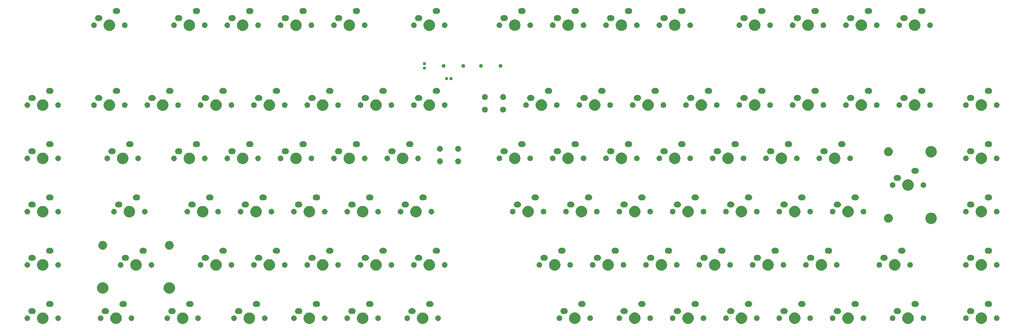
<source format=gbs>
G04 #@! TF.GenerationSoftware,KiCad,Pcbnew,(5.1.5)-3*
G04 #@! TF.CreationDate,2020-06-17T21:34:19+09:00*
G04 #@! TF.ProjectId,ProtoKeyboard,50726f74-6f4b-4657-9962-6f6172642e6b,rev?*
G04 #@! TF.SameCoordinates,Original*
G04 #@! TF.FileFunction,Soldermask,Bot*
G04 #@! TF.FilePolarity,Negative*
%FSLAX46Y46*%
G04 Gerber Fmt 4.6, Leading zero omitted, Abs format (unit mm)*
G04 Created by KiCad (PCBNEW (5.1.5)-3) date 2020-06-17 21:34:19*
%MOMM*%
%LPD*%
G04 APERTURE LIST*
%ADD10C,0.100000*%
G04 APERTURE END LIST*
D10*
G36*
X210235954Y-165522038D02*
G01*
X210585071Y-165666647D01*
X210609213Y-165676647D01*
X210945136Y-165901104D01*
X211230816Y-166186784D01*
X211448593Y-166512709D01*
X211455274Y-166522709D01*
X211609882Y-166895966D01*
X211688700Y-167292213D01*
X211688700Y-167696227D01*
X211609882Y-168092474D01*
X211463135Y-168446752D01*
X211455273Y-168465733D01*
X211230816Y-168801656D01*
X210945136Y-169087336D01*
X210609213Y-169311793D01*
X210609212Y-169311794D01*
X210609211Y-169311794D01*
X210235954Y-169466402D01*
X209839707Y-169545220D01*
X209435693Y-169545220D01*
X209039446Y-169466402D01*
X208666189Y-169311794D01*
X208666188Y-169311794D01*
X208666187Y-169311793D01*
X208330264Y-169087336D01*
X208044584Y-168801656D01*
X207820127Y-168465733D01*
X207812265Y-168446752D01*
X207665518Y-168092474D01*
X207586700Y-167696227D01*
X207586700Y-167292213D01*
X207665518Y-166895966D01*
X207820126Y-166522709D01*
X207826808Y-166512709D01*
X208044584Y-166186784D01*
X208330264Y-165901104D01*
X208666187Y-165676647D01*
X208690329Y-165666647D01*
X209039446Y-165522038D01*
X209435693Y-165443220D01*
X209839707Y-165443220D01*
X210235954Y-165522038D01*
G37*
G36*
X188804704Y-165522038D02*
G01*
X189153821Y-165666647D01*
X189177963Y-165676647D01*
X189513886Y-165901104D01*
X189799566Y-166186784D01*
X190017343Y-166512709D01*
X190024024Y-166522709D01*
X190178632Y-166895966D01*
X190257450Y-167292213D01*
X190257450Y-167696227D01*
X190178632Y-168092474D01*
X190031885Y-168446752D01*
X190024023Y-168465733D01*
X189799566Y-168801656D01*
X189513886Y-169087336D01*
X189177963Y-169311793D01*
X189177962Y-169311794D01*
X189177961Y-169311794D01*
X188804704Y-169466402D01*
X188408457Y-169545220D01*
X188004443Y-169545220D01*
X187608196Y-169466402D01*
X187234939Y-169311794D01*
X187234938Y-169311794D01*
X187234937Y-169311793D01*
X186899014Y-169087336D01*
X186613334Y-168801656D01*
X186388877Y-168465733D01*
X186381015Y-168446752D01*
X186234268Y-168092474D01*
X186155450Y-167696227D01*
X186155450Y-167292213D01*
X186234268Y-166895966D01*
X186388876Y-166522709D01*
X186395558Y-166512709D01*
X186613334Y-166186784D01*
X186899014Y-165901104D01*
X187234937Y-165676647D01*
X187259079Y-165666647D01*
X187608196Y-165522038D01*
X188004443Y-165443220D01*
X188408457Y-165443220D01*
X188804704Y-165522038D01*
G37*
G36*
X74504704Y-165522038D02*
G01*
X74853821Y-165666647D01*
X74877963Y-165676647D01*
X75213886Y-165901104D01*
X75499566Y-166186784D01*
X75717343Y-166512709D01*
X75724024Y-166522709D01*
X75878632Y-166895966D01*
X75957450Y-167292213D01*
X75957450Y-167696227D01*
X75878632Y-168092474D01*
X75731885Y-168446752D01*
X75724023Y-168465733D01*
X75499566Y-168801656D01*
X75213886Y-169087336D01*
X74877963Y-169311793D01*
X74877962Y-169311794D01*
X74877961Y-169311794D01*
X74504704Y-169466402D01*
X74108457Y-169545220D01*
X73704443Y-169545220D01*
X73308196Y-169466402D01*
X72934939Y-169311794D01*
X72934938Y-169311794D01*
X72934937Y-169311793D01*
X72599014Y-169087336D01*
X72313334Y-168801656D01*
X72088877Y-168465733D01*
X72081015Y-168446752D01*
X71934268Y-168092474D01*
X71855450Y-167696227D01*
X71855450Y-167292213D01*
X71934268Y-166895966D01*
X72088876Y-166522709D01*
X72095558Y-166512709D01*
X72313334Y-166186784D01*
X72599014Y-165901104D01*
X72934937Y-165676647D01*
X72959079Y-165666647D01*
X73308196Y-165522038D01*
X73704443Y-165443220D01*
X74108457Y-165443220D01*
X74504704Y-165522038D01*
G37*
G36*
X100698454Y-165522038D02*
G01*
X101047571Y-165666647D01*
X101071713Y-165676647D01*
X101407636Y-165901104D01*
X101693316Y-166186784D01*
X101911093Y-166512709D01*
X101917774Y-166522709D01*
X102072382Y-166895966D01*
X102151200Y-167292213D01*
X102151200Y-167696227D01*
X102072382Y-168092474D01*
X101925635Y-168446752D01*
X101917773Y-168465733D01*
X101693316Y-168801656D01*
X101407636Y-169087336D01*
X101071713Y-169311793D01*
X101071712Y-169311794D01*
X101071711Y-169311794D01*
X100698454Y-169466402D01*
X100302207Y-169545220D01*
X99898193Y-169545220D01*
X99501946Y-169466402D01*
X99128689Y-169311794D01*
X99128688Y-169311794D01*
X99128687Y-169311793D01*
X98792764Y-169087336D01*
X98507084Y-168801656D01*
X98282627Y-168465733D01*
X98274765Y-168446752D01*
X98128018Y-168092474D01*
X98049200Y-167696227D01*
X98049200Y-167292213D01*
X98128018Y-166895966D01*
X98282626Y-166522709D01*
X98289308Y-166512709D01*
X98507084Y-166186784D01*
X98792764Y-165901104D01*
X99128687Y-165676647D01*
X99152829Y-165666647D01*
X99501946Y-165522038D01*
X99898193Y-165443220D01*
X100302207Y-165443220D01*
X100698454Y-165522038D01*
G37*
G36*
X148323454Y-165522038D02*
G01*
X148672571Y-165666647D01*
X148696713Y-165676647D01*
X149032636Y-165901104D01*
X149318316Y-166186784D01*
X149536093Y-166512709D01*
X149542774Y-166522709D01*
X149697382Y-166895966D01*
X149776200Y-167292213D01*
X149776200Y-167696227D01*
X149697382Y-168092474D01*
X149550635Y-168446752D01*
X149542773Y-168465733D01*
X149318316Y-168801656D01*
X149032636Y-169087336D01*
X148696713Y-169311793D01*
X148696712Y-169311794D01*
X148696711Y-169311794D01*
X148323454Y-169466402D01*
X147927207Y-169545220D01*
X147523193Y-169545220D01*
X147126946Y-169466402D01*
X146753689Y-169311794D01*
X146753688Y-169311794D01*
X146753687Y-169311793D01*
X146417764Y-169087336D01*
X146132084Y-168801656D01*
X145907627Y-168465733D01*
X145899765Y-168446752D01*
X145753018Y-168092474D01*
X145674200Y-167696227D01*
X145674200Y-167292213D01*
X145753018Y-166895966D01*
X145907626Y-166522709D01*
X145914308Y-166512709D01*
X146132084Y-166186784D01*
X146417764Y-165901104D01*
X146753687Y-165676647D01*
X146777829Y-165666647D01*
X147126946Y-165522038D01*
X147523193Y-165443220D01*
X147927207Y-165443220D01*
X148323454Y-165522038D01*
G37*
G36*
X169754704Y-165522038D02*
G01*
X170103821Y-165666647D01*
X170127963Y-165676647D01*
X170463886Y-165901104D01*
X170749566Y-166186784D01*
X170967343Y-166512709D01*
X170974024Y-166522709D01*
X171128632Y-166895966D01*
X171207450Y-167292213D01*
X171207450Y-167696227D01*
X171128632Y-168092474D01*
X170981885Y-168446752D01*
X170974023Y-168465733D01*
X170749566Y-168801656D01*
X170463886Y-169087336D01*
X170127963Y-169311793D01*
X170127962Y-169311794D01*
X170127961Y-169311794D01*
X169754704Y-169466402D01*
X169358457Y-169545220D01*
X168954443Y-169545220D01*
X168558196Y-169466402D01*
X168184939Y-169311794D01*
X168184938Y-169311794D01*
X168184937Y-169311793D01*
X167849014Y-169087336D01*
X167563334Y-168801656D01*
X167338877Y-168465733D01*
X167331015Y-168446752D01*
X167184268Y-168092474D01*
X167105450Y-167696227D01*
X167105450Y-167292213D01*
X167184268Y-166895966D01*
X167338876Y-166522709D01*
X167345558Y-166512709D01*
X167563334Y-166186784D01*
X167849014Y-165901104D01*
X168184937Y-165676647D01*
X168209079Y-165666647D01*
X168558196Y-165522038D01*
X168954443Y-165443220D01*
X169358457Y-165443220D01*
X169754704Y-165522038D01*
G37*
G36*
X124510954Y-165522038D02*
G01*
X124860071Y-165666647D01*
X124884213Y-165676647D01*
X125220136Y-165901104D01*
X125505816Y-166186784D01*
X125723593Y-166512709D01*
X125730274Y-166522709D01*
X125884882Y-166895966D01*
X125963700Y-167292213D01*
X125963700Y-167696227D01*
X125884882Y-168092474D01*
X125738135Y-168446752D01*
X125730273Y-168465733D01*
X125505816Y-168801656D01*
X125220136Y-169087336D01*
X124884213Y-169311793D01*
X124884212Y-169311794D01*
X124884211Y-169311794D01*
X124510954Y-169466402D01*
X124114707Y-169545220D01*
X123710693Y-169545220D01*
X123314446Y-169466402D01*
X122941189Y-169311794D01*
X122941188Y-169311794D01*
X122941187Y-169311793D01*
X122605264Y-169087336D01*
X122319584Y-168801656D01*
X122095127Y-168465733D01*
X122087265Y-168446752D01*
X121940518Y-168092474D01*
X121861700Y-167696227D01*
X121861700Y-167292213D01*
X121940518Y-166895966D01*
X122095126Y-166522709D01*
X122101808Y-166512709D01*
X122319584Y-166186784D01*
X122605264Y-165901104D01*
X122941187Y-165676647D01*
X122965329Y-165666647D01*
X123314446Y-165522038D01*
X123710693Y-165443220D01*
X124114707Y-165443220D01*
X124510954Y-165522038D01*
G37*
G36*
X362215954Y-165512038D02*
G01*
X362589211Y-165666646D01*
X362589213Y-165666647D01*
X362604179Y-165676647D01*
X362925136Y-165891104D01*
X363210816Y-166176784D01*
X363435274Y-166512709D01*
X363589882Y-166885966D01*
X363668700Y-167282213D01*
X363668700Y-167686227D01*
X363589882Y-168082474D01*
X363466107Y-168381294D01*
X363435273Y-168455733D01*
X363210816Y-168791656D01*
X362925136Y-169077336D01*
X362589213Y-169301793D01*
X362589212Y-169301794D01*
X362589211Y-169301794D01*
X362215954Y-169456402D01*
X361819707Y-169535220D01*
X361415693Y-169535220D01*
X361019446Y-169456402D01*
X360646189Y-169301794D01*
X360646188Y-169301794D01*
X360646187Y-169301793D01*
X360310264Y-169077336D01*
X360024584Y-168791656D01*
X359800127Y-168455733D01*
X359769293Y-168381294D01*
X359645518Y-168082474D01*
X359566700Y-167686227D01*
X359566700Y-167282213D01*
X359645518Y-166885966D01*
X359800126Y-166512709D01*
X360024584Y-166176784D01*
X360310264Y-165891104D01*
X360631221Y-165676647D01*
X360646187Y-165666647D01*
X360646189Y-165666646D01*
X361019446Y-165512038D01*
X361415693Y-165433220D01*
X361819707Y-165433220D01*
X362215954Y-165512038D01*
G37*
G36*
X383647204Y-165512038D02*
G01*
X384020461Y-165666646D01*
X384020463Y-165666647D01*
X384035429Y-165676647D01*
X384356386Y-165891104D01*
X384642066Y-166176784D01*
X384866524Y-166512709D01*
X385021132Y-166885966D01*
X385099950Y-167282213D01*
X385099950Y-167686227D01*
X385021132Y-168082474D01*
X384897357Y-168381294D01*
X384866523Y-168455733D01*
X384642066Y-168791656D01*
X384356386Y-169077336D01*
X384020463Y-169301793D01*
X384020462Y-169301794D01*
X384020461Y-169301794D01*
X383647204Y-169456402D01*
X383250957Y-169535220D01*
X382846943Y-169535220D01*
X382450696Y-169456402D01*
X382077439Y-169301794D01*
X382077438Y-169301794D01*
X382077437Y-169301793D01*
X381741514Y-169077336D01*
X381455834Y-168791656D01*
X381231377Y-168455733D01*
X381200543Y-168381294D01*
X381076768Y-168082474D01*
X380997950Y-167686227D01*
X380997950Y-167282213D01*
X381076768Y-166885966D01*
X381231376Y-166512709D01*
X381455834Y-166176784D01*
X381741514Y-165891104D01*
X382062471Y-165676647D01*
X382077437Y-165666647D01*
X382077439Y-165666646D01*
X382450696Y-165512038D01*
X382846943Y-165433220D01*
X383250957Y-165433220D01*
X383647204Y-165512038D01*
G37*
G36*
X343165954Y-165512038D02*
G01*
X343539211Y-165666646D01*
X343539213Y-165666647D01*
X343554179Y-165676647D01*
X343875136Y-165891104D01*
X344160816Y-166176784D01*
X344385274Y-166512709D01*
X344539882Y-166885966D01*
X344618700Y-167282213D01*
X344618700Y-167686227D01*
X344539882Y-168082474D01*
X344416107Y-168381294D01*
X344385273Y-168455733D01*
X344160816Y-168791656D01*
X343875136Y-169077336D01*
X343539213Y-169301793D01*
X343539212Y-169301794D01*
X343539211Y-169301794D01*
X343165954Y-169456402D01*
X342769707Y-169535220D01*
X342365693Y-169535220D01*
X341969446Y-169456402D01*
X341596189Y-169301794D01*
X341596188Y-169301794D01*
X341596187Y-169301793D01*
X341260264Y-169077336D01*
X340974584Y-168791656D01*
X340750127Y-168455733D01*
X340719293Y-168381294D01*
X340595518Y-168082474D01*
X340516700Y-167686227D01*
X340516700Y-167282213D01*
X340595518Y-166885966D01*
X340750126Y-166512709D01*
X340974584Y-166176784D01*
X341260264Y-165891104D01*
X341581221Y-165676647D01*
X341596187Y-165666647D01*
X341596189Y-165666646D01*
X341969446Y-165512038D01*
X342365693Y-165433220D01*
X342769707Y-165433220D01*
X343165954Y-165512038D01*
G37*
G36*
X324115954Y-165512038D02*
G01*
X324489211Y-165666646D01*
X324489213Y-165666647D01*
X324504179Y-165676647D01*
X324825136Y-165891104D01*
X325110816Y-166176784D01*
X325335274Y-166512709D01*
X325489882Y-166885966D01*
X325568700Y-167282213D01*
X325568700Y-167686227D01*
X325489882Y-168082474D01*
X325366107Y-168381294D01*
X325335273Y-168455733D01*
X325110816Y-168791656D01*
X324825136Y-169077336D01*
X324489213Y-169301793D01*
X324489212Y-169301794D01*
X324489211Y-169301794D01*
X324115954Y-169456402D01*
X323719707Y-169535220D01*
X323315693Y-169535220D01*
X322919446Y-169456402D01*
X322546189Y-169301794D01*
X322546188Y-169301794D01*
X322546187Y-169301793D01*
X322210264Y-169077336D01*
X321924584Y-168791656D01*
X321700127Y-168455733D01*
X321669293Y-168381294D01*
X321545518Y-168082474D01*
X321466700Y-167686227D01*
X321466700Y-167282213D01*
X321545518Y-166885966D01*
X321700126Y-166512709D01*
X321924584Y-166176784D01*
X322210264Y-165891104D01*
X322531221Y-165676647D01*
X322546187Y-165666647D01*
X322546189Y-165666646D01*
X322919446Y-165512038D01*
X323315693Y-165433220D01*
X323719707Y-165433220D01*
X324115954Y-165512038D01*
G37*
G36*
X305065954Y-165512038D02*
G01*
X305439211Y-165666646D01*
X305439213Y-165666647D01*
X305454179Y-165676647D01*
X305775136Y-165891104D01*
X306060816Y-166176784D01*
X306285274Y-166512709D01*
X306439882Y-166885966D01*
X306518700Y-167282213D01*
X306518700Y-167686227D01*
X306439882Y-168082474D01*
X306316107Y-168381294D01*
X306285273Y-168455733D01*
X306060816Y-168791656D01*
X305775136Y-169077336D01*
X305439213Y-169301793D01*
X305439212Y-169301794D01*
X305439211Y-169301794D01*
X305065954Y-169456402D01*
X304669707Y-169535220D01*
X304265693Y-169535220D01*
X303869446Y-169456402D01*
X303496189Y-169301794D01*
X303496188Y-169301794D01*
X303496187Y-169301793D01*
X303160264Y-169077336D01*
X302874584Y-168791656D01*
X302650127Y-168455733D01*
X302619293Y-168381294D01*
X302495518Y-168082474D01*
X302416700Y-167686227D01*
X302416700Y-167282213D01*
X302495518Y-166885966D01*
X302650126Y-166512709D01*
X302874584Y-166176784D01*
X303160264Y-165891104D01*
X303481221Y-165676647D01*
X303496187Y-165666647D01*
X303496189Y-165666646D01*
X303869446Y-165512038D01*
X304265693Y-165433220D01*
X304669707Y-165433220D01*
X305065954Y-165512038D01*
G37*
G36*
X286015954Y-165512038D02*
G01*
X286389211Y-165666646D01*
X286389213Y-165666647D01*
X286404179Y-165676647D01*
X286725136Y-165891104D01*
X287010816Y-166176784D01*
X287235274Y-166512709D01*
X287389882Y-166885966D01*
X287468700Y-167282213D01*
X287468700Y-167686227D01*
X287389882Y-168082474D01*
X287266107Y-168381294D01*
X287235273Y-168455733D01*
X287010816Y-168791656D01*
X286725136Y-169077336D01*
X286389213Y-169301793D01*
X286389212Y-169301794D01*
X286389211Y-169301794D01*
X286015954Y-169456402D01*
X285619707Y-169535220D01*
X285215693Y-169535220D01*
X284819446Y-169456402D01*
X284446189Y-169301794D01*
X284446188Y-169301794D01*
X284446187Y-169301793D01*
X284110264Y-169077336D01*
X283824584Y-168791656D01*
X283600127Y-168455733D01*
X283569293Y-168381294D01*
X283445518Y-168082474D01*
X283366700Y-167686227D01*
X283366700Y-167282213D01*
X283445518Y-166885966D01*
X283600126Y-166512709D01*
X283824584Y-166176784D01*
X284110264Y-165891104D01*
X284431221Y-165676647D01*
X284446187Y-165666647D01*
X284446189Y-165666646D01*
X284819446Y-165512038D01*
X285215693Y-165433220D01*
X285619707Y-165433220D01*
X286015954Y-165512038D01*
G37*
G36*
X264584704Y-165512038D02*
G01*
X264957961Y-165666646D01*
X264957963Y-165666647D01*
X264972929Y-165676647D01*
X265293886Y-165891104D01*
X265579566Y-166176784D01*
X265804024Y-166512709D01*
X265958632Y-166885966D01*
X266037450Y-167282213D01*
X266037450Y-167686227D01*
X265958632Y-168082474D01*
X265834857Y-168381294D01*
X265804023Y-168455733D01*
X265579566Y-168791656D01*
X265293886Y-169077336D01*
X264957963Y-169301793D01*
X264957962Y-169301794D01*
X264957961Y-169301794D01*
X264584704Y-169456402D01*
X264188457Y-169535220D01*
X263784443Y-169535220D01*
X263388196Y-169456402D01*
X263014939Y-169301794D01*
X263014938Y-169301794D01*
X263014937Y-169301793D01*
X262679014Y-169077336D01*
X262393334Y-168791656D01*
X262168877Y-168455733D01*
X262138043Y-168381294D01*
X262014268Y-168082474D01*
X261935450Y-167686227D01*
X261935450Y-167282213D01*
X262014268Y-166885966D01*
X262168876Y-166512709D01*
X262393334Y-166176784D01*
X262679014Y-165891104D01*
X262999971Y-165676647D01*
X263014937Y-165666647D01*
X263014939Y-165666646D01*
X263388196Y-165512038D01*
X263784443Y-165433220D01*
X264188457Y-165433220D01*
X264584704Y-165512038D01*
G37*
G36*
X409840954Y-165512038D02*
G01*
X410214211Y-165666646D01*
X410214213Y-165666647D01*
X410229179Y-165676647D01*
X410550136Y-165891104D01*
X410835816Y-166176784D01*
X411060274Y-166512709D01*
X411214882Y-166885966D01*
X411293700Y-167282213D01*
X411293700Y-167686227D01*
X411214882Y-168082474D01*
X411091107Y-168381294D01*
X411060273Y-168455733D01*
X410835816Y-168791656D01*
X410550136Y-169077336D01*
X410214213Y-169301793D01*
X410214212Y-169301794D01*
X410214211Y-169301794D01*
X409840954Y-169456402D01*
X409444707Y-169535220D01*
X409040693Y-169535220D01*
X408644446Y-169456402D01*
X408271189Y-169301794D01*
X408271188Y-169301794D01*
X408271187Y-169301793D01*
X407935264Y-169077336D01*
X407649584Y-168791656D01*
X407425127Y-168455733D01*
X407394293Y-168381294D01*
X407270518Y-168082474D01*
X407191700Y-167686227D01*
X407191700Y-167282213D01*
X407270518Y-166885966D01*
X407425126Y-166512709D01*
X407649584Y-166176784D01*
X407935264Y-165891104D01*
X408256221Y-165676647D01*
X408271187Y-165666647D01*
X408271189Y-165666646D01*
X408644446Y-165512038D01*
X409040693Y-165433220D01*
X409444707Y-165433220D01*
X409840954Y-165512038D01*
G37*
G36*
X174948431Y-166531688D02*
G01*
X175130601Y-166607146D01*
X175294550Y-166716693D01*
X175433977Y-166856120D01*
X175543524Y-167020069D01*
X175618982Y-167202239D01*
X175657450Y-167395630D01*
X175657450Y-167592810D01*
X175618982Y-167786201D01*
X175543524Y-167968371D01*
X175433977Y-168132320D01*
X175294550Y-168271747D01*
X175130601Y-168381294D01*
X174948431Y-168456752D01*
X174851735Y-168475986D01*
X174755041Y-168495220D01*
X174557859Y-168495220D01*
X174461165Y-168475986D01*
X174364469Y-168456752D01*
X174182299Y-168381294D01*
X174018350Y-168271747D01*
X173878923Y-168132320D01*
X173769376Y-167968371D01*
X173693918Y-167786201D01*
X173655450Y-167592810D01*
X173655450Y-167395630D01*
X173693918Y-167202239D01*
X173769376Y-167020069D01*
X173878923Y-166856120D01*
X174018350Y-166716693D01*
X174182299Y-166607146D01*
X174364469Y-166531688D01*
X174557859Y-166493220D01*
X174755041Y-166493220D01*
X174948431Y-166531688D01*
G37*
G36*
X105892181Y-166531688D02*
G01*
X106074351Y-166607146D01*
X106238300Y-166716693D01*
X106377727Y-166856120D01*
X106487274Y-167020069D01*
X106562732Y-167202239D01*
X106601200Y-167395630D01*
X106601200Y-167592810D01*
X106562732Y-167786201D01*
X106487274Y-167968371D01*
X106377727Y-168132320D01*
X106238300Y-168271747D01*
X106074351Y-168381294D01*
X105892181Y-168456752D01*
X105795485Y-168475986D01*
X105698791Y-168495220D01*
X105501609Y-168495220D01*
X105404915Y-168475986D01*
X105308219Y-168456752D01*
X105126049Y-168381294D01*
X104962100Y-168271747D01*
X104822673Y-168132320D01*
X104713126Y-167968371D01*
X104637668Y-167786201D01*
X104599200Y-167592810D01*
X104599200Y-167395630D01*
X104637668Y-167202239D01*
X104713126Y-167020069D01*
X104822673Y-166856120D01*
X104962100Y-166716693D01*
X105126049Y-166607146D01*
X105308219Y-166531688D01*
X105501609Y-166493220D01*
X105698791Y-166493220D01*
X105892181Y-166531688D01*
G37*
G36*
X94892181Y-166531688D02*
G01*
X95074351Y-166607146D01*
X95238300Y-166716693D01*
X95377727Y-166856120D01*
X95487274Y-167020069D01*
X95562732Y-167202239D01*
X95601200Y-167395630D01*
X95601200Y-167592810D01*
X95562732Y-167786201D01*
X95487274Y-167968371D01*
X95377727Y-168132320D01*
X95238300Y-168271747D01*
X95074351Y-168381294D01*
X94892181Y-168456752D01*
X94795485Y-168475986D01*
X94698791Y-168495220D01*
X94501609Y-168495220D01*
X94404915Y-168475986D01*
X94308219Y-168456752D01*
X94126049Y-168381294D01*
X93962100Y-168271747D01*
X93822673Y-168132320D01*
X93713126Y-167968371D01*
X93637668Y-167786201D01*
X93599200Y-167592810D01*
X93599200Y-167395630D01*
X93637668Y-167202239D01*
X93713126Y-167020069D01*
X93822673Y-166856120D01*
X93962100Y-166716693D01*
X94126049Y-166607146D01*
X94308219Y-166531688D01*
X94501609Y-166493220D01*
X94698791Y-166493220D01*
X94892181Y-166531688D01*
G37*
G36*
X79698431Y-166531688D02*
G01*
X79880601Y-166607146D01*
X80044550Y-166716693D01*
X80183977Y-166856120D01*
X80293524Y-167020069D01*
X80368982Y-167202239D01*
X80407450Y-167395630D01*
X80407450Y-167592810D01*
X80368982Y-167786201D01*
X80293524Y-167968371D01*
X80183977Y-168132320D01*
X80044550Y-168271747D01*
X79880601Y-168381294D01*
X79698431Y-168456752D01*
X79601735Y-168475986D01*
X79505041Y-168495220D01*
X79307859Y-168495220D01*
X79211165Y-168475986D01*
X79114469Y-168456752D01*
X78932299Y-168381294D01*
X78768350Y-168271747D01*
X78628923Y-168132320D01*
X78519376Y-167968371D01*
X78443918Y-167786201D01*
X78405450Y-167592810D01*
X78405450Y-167395630D01*
X78443918Y-167202239D01*
X78519376Y-167020069D01*
X78628923Y-166856120D01*
X78768350Y-166716693D01*
X78932299Y-166607146D01*
X79114469Y-166531688D01*
X79307859Y-166493220D01*
X79505041Y-166493220D01*
X79698431Y-166531688D01*
G37*
G36*
X68698431Y-166531688D02*
G01*
X68880601Y-166607146D01*
X69044550Y-166716693D01*
X69183977Y-166856120D01*
X69293524Y-167020069D01*
X69368982Y-167202239D01*
X69407450Y-167395630D01*
X69407450Y-167592810D01*
X69368982Y-167786201D01*
X69293524Y-167968371D01*
X69183977Y-168132320D01*
X69044550Y-168271747D01*
X68880601Y-168381294D01*
X68698431Y-168456752D01*
X68601735Y-168475986D01*
X68505041Y-168495220D01*
X68307859Y-168495220D01*
X68211165Y-168475986D01*
X68114469Y-168456752D01*
X67932299Y-168381294D01*
X67768350Y-168271747D01*
X67628923Y-168132320D01*
X67519376Y-167968371D01*
X67443918Y-167786201D01*
X67405450Y-167592810D01*
X67405450Y-167395630D01*
X67443918Y-167202239D01*
X67519376Y-167020069D01*
X67628923Y-166856120D01*
X67768350Y-166716693D01*
X67932299Y-166607146D01*
X68114469Y-166531688D01*
X68307859Y-166493220D01*
X68505041Y-166493220D01*
X68698431Y-166531688D01*
G37*
G36*
X118704681Y-166531688D02*
G01*
X118886851Y-166607146D01*
X119050800Y-166716693D01*
X119190227Y-166856120D01*
X119299774Y-167020069D01*
X119375232Y-167202239D01*
X119413700Y-167395630D01*
X119413700Y-167592810D01*
X119375232Y-167786201D01*
X119299774Y-167968371D01*
X119190227Y-168132320D01*
X119050800Y-168271747D01*
X118886851Y-168381294D01*
X118704681Y-168456752D01*
X118607985Y-168475986D01*
X118511291Y-168495220D01*
X118314109Y-168495220D01*
X118217415Y-168475986D01*
X118120719Y-168456752D01*
X117938549Y-168381294D01*
X117774600Y-168271747D01*
X117635173Y-168132320D01*
X117525626Y-167968371D01*
X117450168Y-167786201D01*
X117411700Y-167592810D01*
X117411700Y-167395630D01*
X117450168Y-167202239D01*
X117525626Y-167020069D01*
X117635173Y-166856120D01*
X117774600Y-166716693D01*
X117938549Y-166607146D01*
X118120719Y-166531688D01*
X118314109Y-166493220D01*
X118511291Y-166493220D01*
X118704681Y-166531688D01*
G37*
G36*
X153517181Y-166531688D02*
G01*
X153699351Y-166607146D01*
X153863300Y-166716693D01*
X154002727Y-166856120D01*
X154112274Y-167020069D01*
X154187732Y-167202239D01*
X154226200Y-167395630D01*
X154226200Y-167592810D01*
X154187732Y-167786201D01*
X154112274Y-167968371D01*
X154002727Y-168132320D01*
X153863300Y-168271747D01*
X153699351Y-168381294D01*
X153517181Y-168456752D01*
X153420485Y-168475986D01*
X153323791Y-168495220D01*
X153126609Y-168495220D01*
X153029915Y-168475986D01*
X152933219Y-168456752D01*
X152751049Y-168381294D01*
X152587100Y-168271747D01*
X152447673Y-168132320D01*
X152338126Y-167968371D01*
X152262668Y-167786201D01*
X152224200Y-167592810D01*
X152224200Y-167395630D01*
X152262668Y-167202239D01*
X152338126Y-167020069D01*
X152447673Y-166856120D01*
X152587100Y-166716693D01*
X152751049Y-166607146D01*
X152933219Y-166531688D01*
X153126609Y-166493220D01*
X153323791Y-166493220D01*
X153517181Y-166531688D01*
G37*
G36*
X129704681Y-166531688D02*
G01*
X129886851Y-166607146D01*
X130050800Y-166716693D01*
X130190227Y-166856120D01*
X130299774Y-167020069D01*
X130375232Y-167202239D01*
X130413700Y-167395630D01*
X130413700Y-167592810D01*
X130375232Y-167786201D01*
X130299774Y-167968371D01*
X130190227Y-168132320D01*
X130050800Y-168271747D01*
X129886851Y-168381294D01*
X129704681Y-168456752D01*
X129607985Y-168475986D01*
X129511291Y-168495220D01*
X129314109Y-168495220D01*
X129217415Y-168475986D01*
X129120719Y-168456752D01*
X128938549Y-168381294D01*
X128774600Y-168271747D01*
X128635173Y-168132320D01*
X128525626Y-167968371D01*
X128450168Y-167786201D01*
X128411700Y-167592810D01*
X128411700Y-167395630D01*
X128450168Y-167202239D01*
X128525626Y-167020069D01*
X128635173Y-166856120D01*
X128774600Y-166716693D01*
X128938549Y-166607146D01*
X129120719Y-166531688D01*
X129314109Y-166493220D01*
X129511291Y-166493220D01*
X129704681Y-166531688D01*
G37*
G36*
X163948431Y-166531688D02*
G01*
X164130601Y-166607146D01*
X164294550Y-166716693D01*
X164433977Y-166856120D01*
X164543524Y-167020069D01*
X164618982Y-167202239D01*
X164657450Y-167395630D01*
X164657450Y-167592810D01*
X164618982Y-167786201D01*
X164543524Y-167968371D01*
X164433977Y-168132320D01*
X164294550Y-168271747D01*
X164130601Y-168381294D01*
X163948431Y-168456752D01*
X163851735Y-168475986D01*
X163755041Y-168495220D01*
X163557859Y-168495220D01*
X163461165Y-168475986D01*
X163364469Y-168456752D01*
X163182299Y-168381294D01*
X163018350Y-168271747D01*
X162878923Y-168132320D01*
X162769376Y-167968371D01*
X162693918Y-167786201D01*
X162655450Y-167592810D01*
X162655450Y-167395630D01*
X162693918Y-167202239D01*
X162769376Y-167020069D01*
X162878923Y-166856120D01*
X163018350Y-166716693D01*
X163182299Y-166607146D01*
X163364469Y-166531688D01*
X163557859Y-166493220D01*
X163755041Y-166493220D01*
X163948431Y-166531688D01*
G37*
G36*
X193998431Y-166531688D02*
G01*
X194180601Y-166607146D01*
X194344550Y-166716693D01*
X194483977Y-166856120D01*
X194593524Y-167020069D01*
X194668982Y-167202239D01*
X194707450Y-167395630D01*
X194707450Y-167592810D01*
X194668982Y-167786201D01*
X194593524Y-167968371D01*
X194483977Y-168132320D01*
X194344550Y-168271747D01*
X194180601Y-168381294D01*
X193998431Y-168456752D01*
X193901735Y-168475986D01*
X193805041Y-168495220D01*
X193607859Y-168495220D01*
X193511165Y-168475986D01*
X193414469Y-168456752D01*
X193232299Y-168381294D01*
X193068350Y-168271747D01*
X192928923Y-168132320D01*
X192819376Y-167968371D01*
X192743918Y-167786201D01*
X192705450Y-167592810D01*
X192705450Y-167395630D01*
X192743918Y-167202239D01*
X192819376Y-167020069D01*
X192928923Y-166856120D01*
X193068350Y-166716693D01*
X193232299Y-166607146D01*
X193414469Y-166531688D01*
X193607859Y-166493220D01*
X193805041Y-166493220D01*
X193998431Y-166531688D01*
G37*
G36*
X182998431Y-166531688D02*
G01*
X183180601Y-166607146D01*
X183344550Y-166716693D01*
X183483977Y-166856120D01*
X183593524Y-167020069D01*
X183668982Y-167202239D01*
X183707450Y-167395630D01*
X183707450Y-167592810D01*
X183668982Y-167786201D01*
X183593524Y-167968371D01*
X183483977Y-168132320D01*
X183344550Y-168271747D01*
X183180601Y-168381294D01*
X182998431Y-168456752D01*
X182901735Y-168475986D01*
X182805041Y-168495220D01*
X182607859Y-168495220D01*
X182511165Y-168475986D01*
X182414469Y-168456752D01*
X182232299Y-168381294D01*
X182068350Y-168271747D01*
X181928923Y-168132320D01*
X181819376Y-167968371D01*
X181743918Y-167786201D01*
X181705450Y-167592810D01*
X181705450Y-167395630D01*
X181743918Y-167202239D01*
X181819376Y-167020069D01*
X181928923Y-166856120D01*
X182068350Y-166716693D01*
X182232299Y-166607146D01*
X182414469Y-166531688D01*
X182607859Y-166493220D01*
X182805041Y-166493220D01*
X182998431Y-166531688D01*
G37*
G36*
X204429681Y-166531688D02*
G01*
X204611851Y-166607146D01*
X204775800Y-166716693D01*
X204915227Y-166856120D01*
X205024774Y-167020069D01*
X205100232Y-167202239D01*
X205138700Y-167395630D01*
X205138700Y-167592810D01*
X205100232Y-167786201D01*
X205024774Y-167968371D01*
X204915227Y-168132320D01*
X204775800Y-168271747D01*
X204611851Y-168381294D01*
X204429681Y-168456752D01*
X204332985Y-168475986D01*
X204236291Y-168495220D01*
X204039109Y-168495220D01*
X203942415Y-168475986D01*
X203845719Y-168456752D01*
X203663549Y-168381294D01*
X203499600Y-168271747D01*
X203360173Y-168132320D01*
X203250626Y-167968371D01*
X203175168Y-167786201D01*
X203136700Y-167592810D01*
X203136700Y-167395630D01*
X203175168Y-167202239D01*
X203250626Y-167020069D01*
X203360173Y-166856120D01*
X203499600Y-166716693D01*
X203663549Y-166607146D01*
X203845719Y-166531688D01*
X204039109Y-166493220D01*
X204236291Y-166493220D01*
X204429681Y-166531688D01*
G37*
G36*
X215429681Y-166531688D02*
G01*
X215611851Y-166607146D01*
X215775800Y-166716693D01*
X215915227Y-166856120D01*
X216024774Y-167020069D01*
X216100232Y-167202239D01*
X216138700Y-167395630D01*
X216138700Y-167592810D01*
X216100232Y-167786201D01*
X216024774Y-167968371D01*
X215915227Y-168132320D01*
X215775800Y-168271747D01*
X215611851Y-168381294D01*
X215429681Y-168456752D01*
X215332985Y-168475986D01*
X215236291Y-168495220D01*
X215039109Y-168495220D01*
X214942415Y-168475986D01*
X214845719Y-168456752D01*
X214663549Y-168381294D01*
X214499600Y-168271747D01*
X214360173Y-168132320D01*
X214250626Y-167968371D01*
X214175168Y-167786201D01*
X214136700Y-167592810D01*
X214136700Y-167395630D01*
X214175168Y-167202239D01*
X214250626Y-167020069D01*
X214360173Y-166856120D01*
X214499600Y-166716693D01*
X214663549Y-166607146D01*
X214845719Y-166531688D01*
X215039109Y-166493220D01*
X215236291Y-166493220D01*
X215429681Y-166531688D01*
G37*
G36*
X142517181Y-166531688D02*
G01*
X142699351Y-166607146D01*
X142863300Y-166716693D01*
X143002727Y-166856120D01*
X143112274Y-167020069D01*
X143187732Y-167202239D01*
X143226200Y-167395630D01*
X143226200Y-167592810D01*
X143187732Y-167786201D01*
X143112274Y-167968371D01*
X143002727Y-168132320D01*
X142863300Y-168271747D01*
X142699351Y-168381294D01*
X142517181Y-168456752D01*
X142420485Y-168475986D01*
X142323791Y-168495220D01*
X142126609Y-168495220D01*
X142029915Y-168475986D01*
X141933219Y-168456752D01*
X141751049Y-168381294D01*
X141587100Y-168271747D01*
X141447673Y-168132320D01*
X141338126Y-167968371D01*
X141262668Y-167786201D01*
X141224200Y-167592810D01*
X141224200Y-167395630D01*
X141262668Y-167202239D01*
X141338126Y-167020069D01*
X141447673Y-166856120D01*
X141587100Y-166716693D01*
X141751049Y-166607146D01*
X141933219Y-166531688D01*
X142126609Y-166493220D01*
X142323791Y-166493220D01*
X142517181Y-166531688D01*
G37*
G36*
X367312985Y-166502454D02*
G01*
X367409681Y-166521688D01*
X367591851Y-166597146D01*
X367755800Y-166706693D01*
X367895227Y-166846120D01*
X368004774Y-167010069D01*
X368080232Y-167192239D01*
X368118700Y-167385630D01*
X368118700Y-167582810D01*
X368080232Y-167776201D01*
X368004774Y-167958371D01*
X367895227Y-168122320D01*
X367755800Y-168261747D01*
X367591851Y-168371294D01*
X367409681Y-168446752D01*
X367314267Y-168465731D01*
X367216291Y-168485220D01*
X367019109Y-168485220D01*
X366921133Y-168465731D01*
X366825719Y-168446752D01*
X366643549Y-168371294D01*
X366479600Y-168261747D01*
X366340173Y-168122320D01*
X366230626Y-167958371D01*
X366155168Y-167776201D01*
X366116700Y-167582810D01*
X366116700Y-167385630D01*
X366155168Y-167192239D01*
X366230626Y-167010069D01*
X366340173Y-166846120D01*
X366479600Y-166706693D01*
X366643549Y-166597146D01*
X366825719Y-166521688D01*
X366922415Y-166502454D01*
X367019109Y-166483220D01*
X367216291Y-166483220D01*
X367312985Y-166502454D01*
G37*
G36*
X280112985Y-166502454D02*
G01*
X280209681Y-166521688D01*
X280391851Y-166597146D01*
X280555800Y-166706693D01*
X280695227Y-166846120D01*
X280804774Y-167010069D01*
X280880232Y-167192239D01*
X280918700Y-167385630D01*
X280918700Y-167582810D01*
X280880232Y-167776201D01*
X280804774Y-167958371D01*
X280695227Y-168122320D01*
X280555800Y-168261747D01*
X280391851Y-168371294D01*
X280209681Y-168446752D01*
X280114267Y-168465731D01*
X280016291Y-168485220D01*
X279819109Y-168485220D01*
X279721133Y-168465731D01*
X279625719Y-168446752D01*
X279443549Y-168371294D01*
X279279600Y-168261747D01*
X279140173Y-168122320D01*
X279030626Y-167958371D01*
X278955168Y-167776201D01*
X278916700Y-167582810D01*
X278916700Y-167385630D01*
X278955168Y-167192239D01*
X279030626Y-167010069D01*
X279140173Y-166846120D01*
X279279600Y-166706693D01*
X279443549Y-166597146D01*
X279625719Y-166521688D01*
X279722415Y-166502454D01*
X279819109Y-166483220D01*
X280016291Y-166483220D01*
X280112985Y-166502454D01*
G37*
G36*
X291112985Y-166502454D02*
G01*
X291209681Y-166521688D01*
X291391851Y-166597146D01*
X291555800Y-166706693D01*
X291695227Y-166846120D01*
X291804774Y-167010069D01*
X291880232Y-167192239D01*
X291918700Y-167385630D01*
X291918700Y-167582810D01*
X291880232Y-167776201D01*
X291804774Y-167958371D01*
X291695227Y-168122320D01*
X291555800Y-168261747D01*
X291391851Y-168371294D01*
X291209681Y-168446752D01*
X291114267Y-168465731D01*
X291016291Y-168485220D01*
X290819109Y-168485220D01*
X290721133Y-168465731D01*
X290625719Y-168446752D01*
X290443549Y-168371294D01*
X290279600Y-168261747D01*
X290140173Y-168122320D01*
X290030626Y-167958371D01*
X289955168Y-167776201D01*
X289916700Y-167582810D01*
X289916700Y-167385630D01*
X289955168Y-167192239D01*
X290030626Y-167010069D01*
X290140173Y-166846120D01*
X290279600Y-166706693D01*
X290443549Y-166597146D01*
X290625719Y-166521688D01*
X290722415Y-166502454D01*
X290819109Y-166483220D01*
X291016291Y-166483220D01*
X291112985Y-166502454D01*
G37*
G36*
X269681735Y-166502454D02*
G01*
X269778431Y-166521688D01*
X269960601Y-166597146D01*
X270124550Y-166706693D01*
X270263977Y-166846120D01*
X270373524Y-167010069D01*
X270448982Y-167192239D01*
X270487450Y-167385630D01*
X270487450Y-167582810D01*
X270448982Y-167776201D01*
X270373524Y-167958371D01*
X270263977Y-168122320D01*
X270124550Y-168261747D01*
X269960601Y-168371294D01*
X269778431Y-168446752D01*
X269683017Y-168465731D01*
X269585041Y-168485220D01*
X269387859Y-168485220D01*
X269289883Y-168465731D01*
X269194469Y-168446752D01*
X269012299Y-168371294D01*
X268848350Y-168261747D01*
X268708923Y-168122320D01*
X268599376Y-167958371D01*
X268523918Y-167776201D01*
X268485450Y-167582810D01*
X268485450Y-167385630D01*
X268523918Y-167192239D01*
X268599376Y-167010069D01*
X268708923Y-166846120D01*
X268848350Y-166706693D01*
X269012299Y-166597146D01*
X269194469Y-166521688D01*
X269291165Y-166502454D01*
X269387859Y-166483220D01*
X269585041Y-166483220D01*
X269681735Y-166502454D01*
G37*
G36*
X258681735Y-166502454D02*
G01*
X258778431Y-166521688D01*
X258960601Y-166597146D01*
X259124550Y-166706693D01*
X259263977Y-166846120D01*
X259373524Y-167010069D01*
X259448982Y-167192239D01*
X259487450Y-167385630D01*
X259487450Y-167582810D01*
X259448982Y-167776201D01*
X259373524Y-167958371D01*
X259263977Y-168122320D01*
X259124550Y-168261747D01*
X258960601Y-168371294D01*
X258778431Y-168446752D01*
X258683017Y-168465731D01*
X258585041Y-168485220D01*
X258387859Y-168485220D01*
X258289883Y-168465731D01*
X258194469Y-168446752D01*
X258012299Y-168371294D01*
X257848350Y-168261747D01*
X257708923Y-168122320D01*
X257599376Y-167958371D01*
X257523918Y-167776201D01*
X257485450Y-167582810D01*
X257485450Y-167385630D01*
X257523918Y-167192239D01*
X257599376Y-167010069D01*
X257708923Y-166846120D01*
X257848350Y-166706693D01*
X258012299Y-166597146D01*
X258194469Y-166521688D01*
X258291165Y-166502454D01*
X258387859Y-166483220D01*
X258585041Y-166483220D01*
X258681735Y-166502454D01*
G37*
G36*
X299162985Y-166502454D02*
G01*
X299259681Y-166521688D01*
X299441851Y-166597146D01*
X299605800Y-166706693D01*
X299745227Y-166846120D01*
X299854774Y-167010069D01*
X299930232Y-167192239D01*
X299968700Y-167385630D01*
X299968700Y-167582810D01*
X299930232Y-167776201D01*
X299854774Y-167958371D01*
X299745227Y-168122320D01*
X299605800Y-168261747D01*
X299441851Y-168371294D01*
X299259681Y-168446752D01*
X299164267Y-168465731D01*
X299066291Y-168485220D01*
X298869109Y-168485220D01*
X298771133Y-168465731D01*
X298675719Y-168446752D01*
X298493549Y-168371294D01*
X298329600Y-168261747D01*
X298190173Y-168122320D01*
X298080626Y-167958371D01*
X298005168Y-167776201D01*
X297966700Y-167582810D01*
X297966700Y-167385630D01*
X298005168Y-167192239D01*
X298080626Y-167010069D01*
X298190173Y-166846120D01*
X298329600Y-166706693D01*
X298493549Y-166597146D01*
X298675719Y-166521688D01*
X298772415Y-166502454D01*
X298869109Y-166483220D01*
X299066291Y-166483220D01*
X299162985Y-166502454D01*
G37*
G36*
X310162985Y-166502454D02*
G01*
X310259681Y-166521688D01*
X310441851Y-166597146D01*
X310605800Y-166706693D01*
X310745227Y-166846120D01*
X310854774Y-167010069D01*
X310930232Y-167192239D01*
X310968700Y-167385630D01*
X310968700Y-167582810D01*
X310930232Y-167776201D01*
X310854774Y-167958371D01*
X310745227Y-168122320D01*
X310605800Y-168261747D01*
X310441851Y-168371294D01*
X310259681Y-168446752D01*
X310164267Y-168465731D01*
X310066291Y-168485220D01*
X309869109Y-168485220D01*
X309771133Y-168465731D01*
X309675719Y-168446752D01*
X309493549Y-168371294D01*
X309329600Y-168261747D01*
X309190173Y-168122320D01*
X309080626Y-167958371D01*
X309005168Y-167776201D01*
X308966700Y-167582810D01*
X308966700Y-167385630D01*
X309005168Y-167192239D01*
X309080626Y-167010069D01*
X309190173Y-166846120D01*
X309329600Y-166706693D01*
X309493549Y-166597146D01*
X309675719Y-166521688D01*
X309772415Y-166502454D01*
X309869109Y-166483220D01*
X310066291Y-166483220D01*
X310162985Y-166502454D01*
G37*
G36*
X318212985Y-166502454D02*
G01*
X318309681Y-166521688D01*
X318491851Y-166597146D01*
X318655800Y-166706693D01*
X318795227Y-166846120D01*
X318904774Y-167010069D01*
X318980232Y-167192239D01*
X319018700Y-167385630D01*
X319018700Y-167582810D01*
X318980232Y-167776201D01*
X318904774Y-167958371D01*
X318795227Y-168122320D01*
X318655800Y-168261747D01*
X318491851Y-168371294D01*
X318309681Y-168446752D01*
X318214267Y-168465731D01*
X318116291Y-168485220D01*
X317919109Y-168485220D01*
X317821133Y-168465731D01*
X317725719Y-168446752D01*
X317543549Y-168371294D01*
X317379600Y-168261747D01*
X317240173Y-168122320D01*
X317130626Y-167958371D01*
X317055168Y-167776201D01*
X317016700Y-167582810D01*
X317016700Y-167385630D01*
X317055168Y-167192239D01*
X317130626Y-167010069D01*
X317240173Y-166846120D01*
X317379600Y-166706693D01*
X317543549Y-166597146D01*
X317725719Y-166521688D01*
X317822415Y-166502454D01*
X317919109Y-166483220D01*
X318116291Y-166483220D01*
X318212985Y-166502454D01*
G37*
G36*
X348262985Y-166502454D02*
G01*
X348359681Y-166521688D01*
X348541851Y-166597146D01*
X348705800Y-166706693D01*
X348845227Y-166846120D01*
X348954774Y-167010069D01*
X349030232Y-167192239D01*
X349068700Y-167385630D01*
X349068700Y-167582810D01*
X349030232Y-167776201D01*
X348954774Y-167958371D01*
X348845227Y-168122320D01*
X348705800Y-168261747D01*
X348541851Y-168371294D01*
X348359681Y-168446752D01*
X348264267Y-168465731D01*
X348166291Y-168485220D01*
X347969109Y-168485220D01*
X347871133Y-168465731D01*
X347775719Y-168446752D01*
X347593549Y-168371294D01*
X347429600Y-168261747D01*
X347290173Y-168122320D01*
X347180626Y-167958371D01*
X347105168Y-167776201D01*
X347066700Y-167582810D01*
X347066700Y-167385630D01*
X347105168Y-167192239D01*
X347180626Y-167010069D01*
X347290173Y-166846120D01*
X347429600Y-166706693D01*
X347593549Y-166597146D01*
X347775719Y-166521688D01*
X347872415Y-166502454D01*
X347969109Y-166483220D01*
X348166291Y-166483220D01*
X348262985Y-166502454D01*
G37*
G36*
X337262985Y-166502454D02*
G01*
X337359681Y-166521688D01*
X337541851Y-166597146D01*
X337705800Y-166706693D01*
X337845227Y-166846120D01*
X337954774Y-167010069D01*
X338030232Y-167192239D01*
X338068700Y-167385630D01*
X338068700Y-167582810D01*
X338030232Y-167776201D01*
X337954774Y-167958371D01*
X337845227Y-168122320D01*
X337705800Y-168261747D01*
X337541851Y-168371294D01*
X337359681Y-168446752D01*
X337264267Y-168465731D01*
X337166291Y-168485220D01*
X336969109Y-168485220D01*
X336871133Y-168465731D01*
X336775719Y-168446752D01*
X336593549Y-168371294D01*
X336429600Y-168261747D01*
X336290173Y-168122320D01*
X336180626Y-167958371D01*
X336105168Y-167776201D01*
X336066700Y-167582810D01*
X336066700Y-167385630D01*
X336105168Y-167192239D01*
X336180626Y-167010069D01*
X336290173Y-166846120D01*
X336429600Y-166706693D01*
X336593549Y-166597146D01*
X336775719Y-166521688D01*
X336872415Y-166502454D01*
X336969109Y-166483220D01*
X337166291Y-166483220D01*
X337262985Y-166502454D01*
G37*
G36*
X356312985Y-166502454D02*
G01*
X356409681Y-166521688D01*
X356591851Y-166597146D01*
X356755800Y-166706693D01*
X356895227Y-166846120D01*
X357004774Y-167010069D01*
X357080232Y-167192239D01*
X357118700Y-167385630D01*
X357118700Y-167582810D01*
X357080232Y-167776201D01*
X357004774Y-167958371D01*
X356895227Y-168122320D01*
X356755800Y-168261747D01*
X356591851Y-168371294D01*
X356409681Y-168446752D01*
X356314267Y-168465731D01*
X356216291Y-168485220D01*
X356019109Y-168485220D01*
X355921133Y-168465731D01*
X355825719Y-168446752D01*
X355643549Y-168371294D01*
X355479600Y-168261747D01*
X355340173Y-168122320D01*
X355230626Y-167958371D01*
X355155168Y-167776201D01*
X355116700Y-167582810D01*
X355116700Y-167385630D01*
X355155168Y-167192239D01*
X355230626Y-167010069D01*
X355340173Y-166846120D01*
X355479600Y-166706693D01*
X355643549Y-166597146D01*
X355825719Y-166521688D01*
X355922415Y-166502454D01*
X356019109Y-166483220D01*
X356216291Y-166483220D01*
X356312985Y-166502454D01*
G37*
G36*
X403937985Y-166502454D02*
G01*
X404034681Y-166521688D01*
X404216851Y-166597146D01*
X404380800Y-166706693D01*
X404520227Y-166846120D01*
X404629774Y-167010069D01*
X404705232Y-167192239D01*
X404743700Y-167385630D01*
X404743700Y-167582810D01*
X404705232Y-167776201D01*
X404629774Y-167958371D01*
X404520227Y-168122320D01*
X404380800Y-168261747D01*
X404216851Y-168371294D01*
X404034681Y-168446752D01*
X403939267Y-168465731D01*
X403841291Y-168485220D01*
X403644109Y-168485220D01*
X403546133Y-168465731D01*
X403450719Y-168446752D01*
X403268549Y-168371294D01*
X403104600Y-168261747D01*
X402965173Y-168122320D01*
X402855626Y-167958371D01*
X402780168Y-167776201D01*
X402741700Y-167582810D01*
X402741700Y-167385630D01*
X402780168Y-167192239D01*
X402855626Y-167010069D01*
X402965173Y-166846120D01*
X403104600Y-166706693D01*
X403268549Y-166597146D01*
X403450719Y-166521688D01*
X403547415Y-166502454D01*
X403644109Y-166483220D01*
X403841291Y-166483220D01*
X403937985Y-166502454D01*
G37*
G36*
X388744235Y-166502454D02*
G01*
X388840931Y-166521688D01*
X389023101Y-166597146D01*
X389187050Y-166706693D01*
X389326477Y-166846120D01*
X389436024Y-167010069D01*
X389511482Y-167192239D01*
X389549950Y-167385630D01*
X389549950Y-167582810D01*
X389511482Y-167776201D01*
X389436024Y-167958371D01*
X389326477Y-168122320D01*
X389187050Y-168261747D01*
X389023101Y-168371294D01*
X388840931Y-168446752D01*
X388745517Y-168465731D01*
X388647541Y-168485220D01*
X388450359Y-168485220D01*
X388352383Y-168465731D01*
X388256969Y-168446752D01*
X388074799Y-168371294D01*
X387910850Y-168261747D01*
X387771423Y-168122320D01*
X387661876Y-167958371D01*
X387586418Y-167776201D01*
X387547950Y-167582810D01*
X387547950Y-167385630D01*
X387586418Y-167192239D01*
X387661876Y-167010069D01*
X387771423Y-166846120D01*
X387910850Y-166706693D01*
X388074799Y-166597146D01*
X388256969Y-166521688D01*
X388353665Y-166502454D01*
X388450359Y-166483220D01*
X388647541Y-166483220D01*
X388744235Y-166502454D01*
G37*
G36*
X377744235Y-166502454D02*
G01*
X377840931Y-166521688D01*
X378023101Y-166597146D01*
X378187050Y-166706693D01*
X378326477Y-166846120D01*
X378436024Y-167010069D01*
X378511482Y-167192239D01*
X378549950Y-167385630D01*
X378549950Y-167582810D01*
X378511482Y-167776201D01*
X378436024Y-167958371D01*
X378326477Y-168122320D01*
X378187050Y-168261747D01*
X378023101Y-168371294D01*
X377840931Y-168446752D01*
X377745517Y-168465731D01*
X377647541Y-168485220D01*
X377450359Y-168485220D01*
X377352383Y-168465731D01*
X377256969Y-168446752D01*
X377074799Y-168371294D01*
X376910850Y-168261747D01*
X376771423Y-168122320D01*
X376661876Y-167958371D01*
X376586418Y-167776201D01*
X376547950Y-167582810D01*
X376547950Y-167385630D01*
X376586418Y-167192239D01*
X376661876Y-167010069D01*
X376771423Y-166846120D01*
X376910850Y-166706693D01*
X377074799Y-166597146D01*
X377256969Y-166521688D01*
X377353665Y-166502454D01*
X377450359Y-166483220D01*
X377647541Y-166483220D01*
X377744235Y-166502454D01*
G37*
G36*
X414937985Y-166502454D02*
G01*
X415034681Y-166521688D01*
X415216851Y-166597146D01*
X415380800Y-166706693D01*
X415520227Y-166846120D01*
X415629774Y-167010069D01*
X415705232Y-167192239D01*
X415743700Y-167385630D01*
X415743700Y-167582810D01*
X415705232Y-167776201D01*
X415629774Y-167958371D01*
X415520227Y-168122320D01*
X415380800Y-168261747D01*
X415216851Y-168371294D01*
X415034681Y-168446752D01*
X414939267Y-168465731D01*
X414841291Y-168485220D01*
X414644109Y-168485220D01*
X414546133Y-168465731D01*
X414450719Y-168446752D01*
X414268549Y-168371294D01*
X414104600Y-168261747D01*
X413965173Y-168122320D01*
X413855626Y-167958371D01*
X413780168Y-167776201D01*
X413741700Y-167582810D01*
X413741700Y-167385630D01*
X413780168Y-167192239D01*
X413855626Y-167010069D01*
X413965173Y-166846120D01*
X414104600Y-166706693D01*
X414268549Y-166597146D01*
X414450719Y-166521688D01*
X414547415Y-166502454D01*
X414644109Y-166483220D01*
X414841291Y-166483220D01*
X414937985Y-166502454D01*
G37*
G36*
X329212985Y-166502454D02*
G01*
X329309681Y-166521688D01*
X329491851Y-166597146D01*
X329655800Y-166706693D01*
X329795227Y-166846120D01*
X329904774Y-167010069D01*
X329980232Y-167192239D01*
X330018700Y-167385630D01*
X330018700Y-167582810D01*
X329980232Y-167776201D01*
X329904774Y-167958371D01*
X329795227Y-168122320D01*
X329655800Y-168261747D01*
X329491851Y-168371294D01*
X329309681Y-168446752D01*
X329214267Y-168465731D01*
X329116291Y-168485220D01*
X328919109Y-168485220D01*
X328821133Y-168465731D01*
X328725719Y-168446752D01*
X328543549Y-168371294D01*
X328379600Y-168261747D01*
X328240173Y-168122320D01*
X328130626Y-167958371D01*
X328055168Y-167776201D01*
X328016700Y-167582810D01*
X328016700Y-167385630D01*
X328055168Y-167192239D01*
X328130626Y-167010069D01*
X328240173Y-166846120D01*
X328379600Y-166706693D01*
X328543549Y-166597146D01*
X328725719Y-166521688D01*
X328822415Y-166502454D01*
X328919109Y-166483220D01*
X329116291Y-166483220D01*
X329212985Y-166502454D01*
G37*
G36*
X184749547Y-163908289D02*
G01*
X184852482Y-163918427D01*
X185017634Y-163968526D01*
X185050599Y-163978526D01*
X185147425Y-164030281D01*
X185233179Y-164076117D01*
X185393215Y-164207455D01*
X185524553Y-164367491D01*
X185570389Y-164453245D01*
X185622144Y-164550071D01*
X185622145Y-164550074D01*
X185682243Y-164748188D01*
X185702535Y-164954220D01*
X185682243Y-165160252D01*
X185622145Y-165358366D01*
X185622144Y-165358369D01*
X185582135Y-165433220D01*
X185524553Y-165540949D01*
X185393215Y-165700985D01*
X185233179Y-165832323D01*
X185147425Y-165878159D01*
X185050599Y-165929914D01*
X185050596Y-165929915D01*
X184852482Y-165990013D01*
X184749547Y-166000151D01*
X184698081Y-166005220D01*
X184094819Y-166005220D01*
X184043353Y-166000151D01*
X183940418Y-165990013D01*
X183742304Y-165929915D01*
X183742301Y-165929914D01*
X183645475Y-165878159D01*
X183559721Y-165832323D01*
X183399685Y-165700985D01*
X183268347Y-165540949D01*
X183210765Y-165433220D01*
X183170756Y-165358369D01*
X183170755Y-165358366D01*
X183110657Y-165160252D01*
X183090365Y-164954220D01*
X183110657Y-164748188D01*
X183170755Y-164550074D01*
X183170756Y-164550071D01*
X183222511Y-164453245D01*
X183268347Y-164367491D01*
X183399685Y-164207455D01*
X183559721Y-164076117D01*
X183645475Y-164030281D01*
X183742301Y-163978526D01*
X183775266Y-163968526D01*
X183940418Y-163918427D01*
X184043353Y-163908289D01*
X184094819Y-163903220D01*
X184698081Y-163903220D01*
X184749547Y-163908289D01*
G37*
G36*
X144268297Y-163908289D02*
G01*
X144371232Y-163918427D01*
X144536384Y-163968526D01*
X144569349Y-163978526D01*
X144666175Y-164030281D01*
X144751929Y-164076117D01*
X144911965Y-164207455D01*
X145043303Y-164367491D01*
X145089139Y-164453245D01*
X145140894Y-164550071D01*
X145140895Y-164550074D01*
X145200993Y-164748188D01*
X145221285Y-164954220D01*
X145200993Y-165160252D01*
X145140895Y-165358366D01*
X145140894Y-165358369D01*
X145100885Y-165433220D01*
X145043303Y-165540949D01*
X144911965Y-165700985D01*
X144751929Y-165832323D01*
X144666175Y-165878159D01*
X144569349Y-165929914D01*
X144569346Y-165929915D01*
X144371232Y-165990013D01*
X144268297Y-166000151D01*
X144216831Y-166005220D01*
X143613569Y-166005220D01*
X143562103Y-166000151D01*
X143459168Y-165990013D01*
X143261054Y-165929915D01*
X143261051Y-165929914D01*
X143164225Y-165878159D01*
X143078471Y-165832323D01*
X142918435Y-165700985D01*
X142787097Y-165540949D01*
X142729515Y-165433220D01*
X142689506Y-165358369D01*
X142689505Y-165358366D01*
X142629407Y-165160252D01*
X142609115Y-164954220D01*
X142629407Y-164748188D01*
X142689505Y-164550074D01*
X142689506Y-164550071D01*
X142741261Y-164453245D01*
X142787097Y-164367491D01*
X142918435Y-164207455D01*
X143078471Y-164076117D01*
X143164225Y-164030281D01*
X143261051Y-163978526D01*
X143294016Y-163968526D01*
X143459168Y-163918427D01*
X143562103Y-163908289D01*
X143613569Y-163903220D01*
X144216831Y-163903220D01*
X144268297Y-163908289D01*
G37*
G36*
X70449547Y-163908289D02*
G01*
X70552482Y-163918427D01*
X70717634Y-163968526D01*
X70750599Y-163978526D01*
X70847425Y-164030281D01*
X70933179Y-164076117D01*
X71093215Y-164207455D01*
X71224553Y-164367491D01*
X71270389Y-164453245D01*
X71322144Y-164550071D01*
X71322145Y-164550074D01*
X71382243Y-164748188D01*
X71402535Y-164954220D01*
X71382243Y-165160252D01*
X71322145Y-165358366D01*
X71322144Y-165358369D01*
X71282135Y-165433220D01*
X71224553Y-165540949D01*
X71093215Y-165700985D01*
X70933179Y-165832323D01*
X70847425Y-165878159D01*
X70750599Y-165929914D01*
X70750596Y-165929915D01*
X70552482Y-165990013D01*
X70449547Y-166000151D01*
X70398081Y-166005220D01*
X69794819Y-166005220D01*
X69743353Y-166000151D01*
X69640418Y-165990013D01*
X69442304Y-165929915D01*
X69442301Y-165929914D01*
X69345475Y-165878159D01*
X69259721Y-165832323D01*
X69099685Y-165700985D01*
X68968347Y-165540949D01*
X68910765Y-165433220D01*
X68870756Y-165358369D01*
X68870755Y-165358366D01*
X68810657Y-165160252D01*
X68790365Y-164954220D01*
X68810657Y-164748188D01*
X68870755Y-164550074D01*
X68870756Y-164550071D01*
X68922511Y-164453245D01*
X68968347Y-164367491D01*
X69099685Y-164207455D01*
X69259721Y-164076117D01*
X69345475Y-164030281D01*
X69442301Y-163978526D01*
X69475266Y-163968526D01*
X69640418Y-163918427D01*
X69743353Y-163908289D01*
X69794819Y-163903220D01*
X70398081Y-163903220D01*
X70449547Y-163908289D01*
G37*
G36*
X206180797Y-163908289D02*
G01*
X206283732Y-163918427D01*
X206448884Y-163968526D01*
X206481849Y-163978526D01*
X206578675Y-164030281D01*
X206664429Y-164076117D01*
X206824465Y-164207455D01*
X206955803Y-164367491D01*
X207001639Y-164453245D01*
X207053394Y-164550071D01*
X207053395Y-164550074D01*
X207113493Y-164748188D01*
X207133785Y-164954220D01*
X207113493Y-165160252D01*
X207053395Y-165358366D01*
X207053394Y-165358369D01*
X207013385Y-165433220D01*
X206955803Y-165540949D01*
X206824465Y-165700985D01*
X206664429Y-165832323D01*
X206578675Y-165878159D01*
X206481849Y-165929914D01*
X206481846Y-165929915D01*
X206283732Y-165990013D01*
X206180797Y-166000151D01*
X206129331Y-166005220D01*
X205526069Y-166005220D01*
X205474603Y-166000151D01*
X205371668Y-165990013D01*
X205173554Y-165929915D01*
X205173551Y-165929914D01*
X205076725Y-165878159D01*
X204990971Y-165832323D01*
X204830935Y-165700985D01*
X204699597Y-165540949D01*
X204642015Y-165433220D01*
X204602006Y-165358369D01*
X204602005Y-165358366D01*
X204541907Y-165160252D01*
X204521615Y-164954220D01*
X204541907Y-164748188D01*
X204602005Y-164550074D01*
X204602006Y-164550071D01*
X204653761Y-164453245D01*
X204699597Y-164367491D01*
X204830935Y-164207455D01*
X204990971Y-164076117D01*
X205076725Y-164030281D01*
X205173551Y-163978526D01*
X205206516Y-163968526D01*
X205371668Y-163918427D01*
X205474603Y-163908289D01*
X205526069Y-163903220D01*
X206129331Y-163903220D01*
X206180797Y-163908289D01*
G37*
G36*
X120455797Y-163908289D02*
G01*
X120558732Y-163918427D01*
X120723884Y-163968526D01*
X120756849Y-163978526D01*
X120853675Y-164030281D01*
X120939429Y-164076117D01*
X121099465Y-164207455D01*
X121230803Y-164367491D01*
X121276639Y-164453245D01*
X121328394Y-164550071D01*
X121328395Y-164550074D01*
X121388493Y-164748188D01*
X121408785Y-164954220D01*
X121388493Y-165160252D01*
X121328395Y-165358366D01*
X121328394Y-165358369D01*
X121288385Y-165433220D01*
X121230803Y-165540949D01*
X121099465Y-165700985D01*
X120939429Y-165832323D01*
X120853675Y-165878159D01*
X120756849Y-165929914D01*
X120756846Y-165929915D01*
X120558732Y-165990013D01*
X120455797Y-166000151D01*
X120404331Y-166005220D01*
X119801069Y-166005220D01*
X119749603Y-166000151D01*
X119646668Y-165990013D01*
X119448554Y-165929915D01*
X119448551Y-165929914D01*
X119351725Y-165878159D01*
X119265971Y-165832323D01*
X119105935Y-165700985D01*
X118974597Y-165540949D01*
X118917015Y-165433220D01*
X118877006Y-165358369D01*
X118877005Y-165358366D01*
X118816907Y-165160252D01*
X118796615Y-164954220D01*
X118816907Y-164748188D01*
X118877005Y-164550074D01*
X118877006Y-164550071D01*
X118928761Y-164453245D01*
X118974597Y-164367491D01*
X119105935Y-164207455D01*
X119265971Y-164076117D01*
X119351725Y-164030281D01*
X119448551Y-163978526D01*
X119481516Y-163968526D01*
X119646668Y-163918427D01*
X119749603Y-163908289D01*
X119801069Y-163903220D01*
X120404331Y-163903220D01*
X120455797Y-163908289D01*
G37*
G36*
X165699547Y-163908289D02*
G01*
X165802482Y-163918427D01*
X165967634Y-163968526D01*
X166000599Y-163978526D01*
X166097425Y-164030281D01*
X166183179Y-164076117D01*
X166343215Y-164207455D01*
X166474553Y-164367491D01*
X166520389Y-164453245D01*
X166572144Y-164550071D01*
X166572145Y-164550074D01*
X166632243Y-164748188D01*
X166652535Y-164954220D01*
X166632243Y-165160252D01*
X166572145Y-165358366D01*
X166572144Y-165358369D01*
X166532135Y-165433220D01*
X166474553Y-165540949D01*
X166343215Y-165700985D01*
X166183179Y-165832323D01*
X166097425Y-165878159D01*
X166000599Y-165929914D01*
X166000596Y-165929915D01*
X165802482Y-165990013D01*
X165699547Y-166000151D01*
X165648081Y-166005220D01*
X165044819Y-166005220D01*
X164993353Y-166000151D01*
X164890418Y-165990013D01*
X164692304Y-165929915D01*
X164692301Y-165929914D01*
X164595475Y-165878159D01*
X164509721Y-165832323D01*
X164349685Y-165700985D01*
X164218347Y-165540949D01*
X164160765Y-165433220D01*
X164120756Y-165358369D01*
X164120755Y-165358366D01*
X164060657Y-165160252D01*
X164040365Y-164954220D01*
X164060657Y-164748188D01*
X164120755Y-164550074D01*
X164120756Y-164550071D01*
X164172511Y-164453245D01*
X164218347Y-164367491D01*
X164349685Y-164207455D01*
X164509721Y-164076117D01*
X164595475Y-164030281D01*
X164692301Y-163978526D01*
X164725266Y-163968526D01*
X164890418Y-163918427D01*
X164993353Y-163908289D01*
X165044819Y-163903220D01*
X165648081Y-163903220D01*
X165699547Y-163908289D01*
G37*
G36*
X96643297Y-163908289D02*
G01*
X96746232Y-163918427D01*
X96911384Y-163968526D01*
X96944349Y-163978526D01*
X97041175Y-164030281D01*
X97126929Y-164076117D01*
X97286965Y-164207455D01*
X97418303Y-164367491D01*
X97464139Y-164453245D01*
X97515894Y-164550071D01*
X97515895Y-164550074D01*
X97575993Y-164748188D01*
X97596285Y-164954220D01*
X97575993Y-165160252D01*
X97515895Y-165358366D01*
X97515894Y-165358369D01*
X97475885Y-165433220D01*
X97418303Y-165540949D01*
X97286965Y-165700985D01*
X97126929Y-165832323D01*
X97041175Y-165878159D01*
X96944349Y-165929914D01*
X96944346Y-165929915D01*
X96746232Y-165990013D01*
X96643297Y-166000151D01*
X96591831Y-166005220D01*
X95988569Y-166005220D01*
X95937103Y-166000151D01*
X95834168Y-165990013D01*
X95636054Y-165929915D01*
X95636051Y-165929914D01*
X95539225Y-165878159D01*
X95453471Y-165832323D01*
X95293435Y-165700985D01*
X95162097Y-165540949D01*
X95104515Y-165433220D01*
X95064506Y-165358369D01*
X95064505Y-165358366D01*
X95004407Y-165160252D01*
X94984115Y-164954220D01*
X95004407Y-164748188D01*
X95064505Y-164550074D01*
X95064506Y-164550071D01*
X95116261Y-164453245D01*
X95162097Y-164367491D01*
X95293435Y-164207455D01*
X95453471Y-164076117D01*
X95539225Y-164030281D01*
X95636051Y-163978526D01*
X95669016Y-163968526D01*
X95834168Y-163918427D01*
X95937103Y-163908289D01*
X95988569Y-163903220D01*
X96591831Y-163903220D01*
X96643297Y-163908289D01*
G37*
G36*
X320060797Y-163898289D02*
G01*
X320163732Y-163908427D01*
X320361846Y-163968525D01*
X320361849Y-163968526D01*
X320458675Y-164020281D01*
X320544429Y-164066117D01*
X320704465Y-164197455D01*
X320835803Y-164357491D01*
X320881639Y-164443245D01*
X320933394Y-164540071D01*
X320933395Y-164540074D01*
X320993493Y-164738188D01*
X321013785Y-164944220D01*
X320993493Y-165150252D01*
X320990460Y-165160250D01*
X320933394Y-165348369D01*
X320888040Y-165433220D01*
X320835803Y-165530949D01*
X320704465Y-165690985D01*
X320544429Y-165822323D01*
X320458675Y-165868159D01*
X320361849Y-165919914D01*
X320361846Y-165919915D01*
X320163732Y-165980013D01*
X320062198Y-165990013D01*
X320009331Y-165995220D01*
X319406069Y-165995220D01*
X319353202Y-165990013D01*
X319251668Y-165980013D01*
X319053554Y-165919915D01*
X319053551Y-165919914D01*
X318956725Y-165868159D01*
X318870971Y-165822323D01*
X318710935Y-165690985D01*
X318579597Y-165530949D01*
X318527360Y-165433220D01*
X318482006Y-165348369D01*
X318424940Y-165160250D01*
X318421907Y-165150252D01*
X318401615Y-164944220D01*
X318421907Y-164738188D01*
X318482005Y-164540074D01*
X318482006Y-164540071D01*
X318533761Y-164443245D01*
X318579597Y-164357491D01*
X318710935Y-164197455D01*
X318870971Y-164066117D01*
X318956725Y-164020281D01*
X319053551Y-163968526D01*
X319053554Y-163968525D01*
X319251668Y-163908427D01*
X319354603Y-163898289D01*
X319406069Y-163893220D01*
X320009331Y-163893220D01*
X320060797Y-163898289D01*
G37*
G36*
X301010797Y-163898289D02*
G01*
X301113732Y-163908427D01*
X301311846Y-163968525D01*
X301311849Y-163968526D01*
X301408675Y-164020281D01*
X301494429Y-164066117D01*
X301654465Y-164197455D01*
X301785803Y-164357491D01*
X301831639Y-164443245D01*
X301883394Y-164540071D01*
X301883395Y-164540074D01*
X301943493Y-164738188D01*
X301963785Y-164944220D01*
X301943493Y-165150252D01*
X301940460Y-165160250D01*
X301883394Y-165348369D01*
X301838040Y-165433220D01*
X301785803Y-165530949D01*
X301654465Y-165690985D01*
X301494429Y-165822323D01*
X301408675Y-165868159D01*
X301311849Y-165919914D01*
X301311846Y-165919915D01*
X301113732Y-165980013D01*
X301012198Y-165990013D01*
X300959331Y-165995220D01*
X300356069Y-165995220D01*
X300303202Y-165990013D01*
X300201668Y-165980013D01*
X300003554Y-165919915D01*
X300003551Y-165919914D01*
X299906725Y-165868159D01*
X299820971Y-165822323D01*
X299660935Y-165690985D01*
X299529597Y-165530949D01*
X299477360Y-165433220D01*
X299432006Y-165348369D01*
X299374940Y-165160250D01*
X299371907Y-165150252D01*
X299351615Y-164944220D01*
X299371907Y-164738188D01*
X299432005Y-164540074D01*
X299432006Y-164540071D01*
X299483761Y-164443245D01*
X299529597Y-164357491D01*
X299660935Y-164197455D01*
X299820971Y-164066117D01*
X299906725Y-164020281D01*
X300003551Y-163968526D01*
X300003554Y-163968525D01*
X300201668Y-163908427D01*
X300304603Y-163898289D01*
X300356069Y-163893220D01*
X300959331Y-163893220D01*
X301010797Y-163898289D01*
G37*
G36*
X339110797Y-163898289D02*
G01*
X339213732Y-163908427D01*
X339411846Y-163968525D01*
X339411849Y-163968526D01*
X339508675Y-164020281D01*
X339594429Y-164066117D01*
X339754465Y-164197455D01*
X339885803Y-164357491D01*
X339931639Y-164443245D01*
X339983394Y-164540071D01*
X339983395Y-164540074D01*
X340043493Y-164738188D01*
X340063785Y-164944220D01*
X340043493Y-165150252D01*
X340040460Y-165160250D01*
X339983394Y-165348369D01*
X339938040Y-165433220D01*
X339885803Y-165530949D01*
X339754465Y-165690985D01*
X339594429Y-165822323D01*
X339508675Y-165868159D01*
X339411849Y-165919914D01*
X339411846Y-165919915D01*
X339213732Y-165980013D01*
X339112198Y-165990013D01*
X339059331Y-165995220D01*
X338456069Y-165995220D01*
X338403202Y-165990013D01*
X338301668Y-165980013D01*
X338103554Y-165919915D01*
X338103551Y-165919914D01*
X338006725Y-165868159D01*
X337920971Y-165822323D01*
X337760935Y-165690985D01*
X337629597Y-165530949D01*
X337577360Y-165433220D01*
X337532006Y-165348369D01*
X337474940Y-165160250D01*
X337471907Y-165150252D01*
X337451615Y-164944220D01*
X337471907Y-164738188D01*
X337532005Y-164540074D01*
X337532006Y-164540071D01*
X337583761Y-164443245D01*
X337629597Y-164357491D01*
X337760935Y-164197455D01*
X337920971Y-164066117D01*
X338006725Y-164020281D01*
X338103551Y-163968526D01*
X338103554Y-163968525D01*
X338301668Y-163908427D01*
X338404603Y-163898289D01*
X338456069Y-163893220D01*
X339059331Y-163893220D01*
X339110797Y-163898289D01*
G37*
G36*
X281960797Y-163898289D02*
G01*
X282063732Y-163908427D01*
X282261846Y-163968525D01*
X282261849Y-163968526D01*
X282358675Y-164020281D01*
X282444429Y-164066117D01*
X282604465Y-164197455D01*
X282735803Y-164357491D01*
X282781639Y-164443245D01*
X282833394Y-164540071D01*
X282833395Y-164540074D01*
X282893493Y-164738188D01*
X282913785Y-164944220D01*
X282893493Y-165150252D01*
X282890460Y-165160250D01*
X282833394Y-165348369D01*
X282788040Y-165433220D01*
X282735803Y-165530949D01*
X282604465Y-165690985D01*
X282444429Y-165822323D01*
X282358675Y-165868159D01*
X282261849Y-165919914D01*
X282261846Y-165919915D01*
X282063732Y-165980013D01*
X281962198Y-165990013D01*
X281909331Y-165995220D01*
X281306069Y-165995220D01*
X281253202Y-165990013D01*
X281151668Y-165980013D01*
X280953554Y-165919915D01*
X280953551Y-165919914D01*
X280856725Y-165868159D01*
X280770971Y-165822323D01*
X280610935Y-165690985D01*
X280479597Y-165530949D01*
X280427360Y-165433220D01*
X280382006Y-165348369D01*
X280324940Y-165160250D01*
X280321907Y-165150252D01*
X280301615Y-164944220D01*
X280321907Y-164738188D01*
X280382005Y-164540074D01*
X280382006Y-164540071D01*
X280433761Y-164443245D01*
X280479597Y-164357491D01*
X280610935Y-164197455D01*
X280770971Y-164066117D01*
X280856725Y-164020281D01*
X280953551Y-163968526D01*
X280953554Y-163968525D01*
X281151668Y-163908427D01*
X281254603Y-163898289D01*
X281306069Y-163893220D01*
X281909331Y-163893220D01*
X281960797Y-163898289D01*
G37*
G36*
X358160797Y-163898289D02*
G01*
X358263732Y-163908427D01*
X358461846Y-163968525D01*
X358461849Y-163968526D01*
X358558675Y-164020281D01*
X358644429Y-164066117D01*
X358804465Y-164197455D01*
X358935803Y-164357491D01*
X358981639Y-164443245D01*
X359033394Y-164540071D01*
X359033395Y-164540074D01*
X359093493Y-164738188D01*
X359113785Y-164944220D01*
X359093493Y-165150252D01*
X359090460Y-165160250D01*
X359033394Y-165348369D01*
X358988040Y-165433220D01*
X358935803Y-165530949D01*
X358804465Y-165690985D01*
X358644429Y-165822323D01*
X358558675Y-165868159D01*
X358461849Y-165919914D01*
X358461846Y-165919915D01*
X358263732Y-165980013D01*
X358162198Y-165990013D01*
X358109331Y-165995220D01*
X357506069Y-165995220D01*
X357453202Y-165990013D01*
X357351668Y-165980013D01*
X357153554Y-165919915D01*
X357153551Y-165919914D01*
X357056725Y-165868159D01*
X356970971Y-165822323D01*
X356810935Y-165690985D01*
X356679597Y-165530949D01*
X356627360Y-165433220D01*
X356582006Y-165348369D01*
X356524940Y-165160250D01*
X356521907Y-165150252D01*
X356501615Y-164944220D01*
X356521907Y-164738188D01*
X356582005Y-164540074D01*
X356582006Y-164540071D01*
X356633761Y-164443245D01*
X356679597Y-164357491D01*
X356810935Y-164197455D01*
X356970971Y-164066117D01*
X357056725Y-164020281D01*
X357153551Y-163968526D01*
X357153554Y-163968525D01*
X357351668Y-163908427D01*
X357454603Y-163898289D01*
X357506069Y-163893220D01*
X358109331Y-163893220D01*
X358160797Y-163898289D01*
G37*
G36*
X379592047Y-163898289D02*
G01*
X379694982Y-163908427D01*
X379893096Y-163968525D01*
X379893099Y-163968526D01*
X379989925Y-164020281D01*
X380075679Y-164066117D01*
X380235715Y-164197455D01*
X380367053Y-164357491D01*
X380412889Y-164443245D01*
X380464644Y-164540071D01*
X380464645Y-164540074D01*
X380524743Y-164738188D01*
X380545035Y-164944220D01*
X380524743Y-165150252D01*
X380521710Y-165160250D01*
X380464644Y-165348369D01*
X380419290Y-165433220D01*
X380367053Y-165530949D01*
X380235715Y-165690985D01*
X380075679Y-165822323D01*
X379989925Y-165868159D01*
X379893099Y-165919914D01*
X379893096Y-165919915D01*
X379694982Y-165980013D01*
X379593448Y-165990013D01*
X379540581Y-165995220D01*
X378937319Y-165995220D01*
X378884452Y-165990013D01*
X378782918Y-165980013D01*
X378584804Y-165919915D01*
X378584801Y-165919914D01*
X378487975Y-165868159D01*
X378402221Y-165822323D01*
X378242185Y-165690985D01*
X378110847Y-165530949D01*
X378058610Y-165433220D01*
X378013256Y-165348369D01*
X377956190Y-165160250D01*
X377953157Y-165150252D01*
X377932865Y-164944220D01*
X377953157Y-164738188D01*
X378013255Y-164540074D01*
X378013256Y-164540071D01*
X378065011Y-164443245D01*
X378110847Y-164357491D01*
X378242185Y-164197455D01*
X378402221Y-164066117D01*
X378487975Y-164020281D01*
X378584801Y-163968526D01*
X378584804Y-163968525D01*
X378782918Y-163908427D01*
X378885853Y-163898289D01*
X378937319Y-163893220D01*
X379540581Y-163893220D01*
X379592047Y-163898289D01*
G37*
G36*
X405785797Y-163898289D02*
G01*
X405888732Y-163908427D01*
X406086846Y-163968525D01*
X406086849Y-163968526D01*
X406183675Y-164020281D01*
X406269429Y-164066117D01*
X406429465Y-164197455D01*
X406560803Y-164357491D01*
X406606639Y-164443245D01*
X406658394Y-164540071D01*
X406658395Y-164540074D01*
X406718493Y-164738188D01*
X406738785Y-164944220D01*
X406718493Y-165150252D01*
X406715460Y-165160250D01*
X406658394Y-165348369D01*
X406613040Y-165433220D01*
X406560803Y-165530949D01*
X406429465Y-165690985D01*
X406269429Y-165822323D01*
X406183675Y-165868159D01*
X406086849Y-165919914D01*
X406086846Y-165919915D01*
X405888732Y-165980013D01*
X405787198Y-165990013D01*
X405734331Y-165995220D01*
X405131069Y-165995220D01*
X405078202Y-165990013D01*
X404976668Y-165980013D01*
X404778554Y-165919915D01*
X404778551Y-165919914D01*
X404681725Y-165868159D01*
X404595971Y-165822323D01*
X404435935Y-165690985D01*
X404304597Y-165530949D01*
X404252360Y-165433220D01*
X404207006Y-165348369D01*
X404149940Y-165160250D01*
X404146907Y-165150252D01*
X404126615Y-164944220D01*
X404146907Y-164738188D01*
X404207005Y-164540074D01*
X404207006Y-164540071D01*
X404258761Y-164443245D01*
X404304597Y-164357491D01*
X404435935Y-164197455D01*
X404595971Y-164066117D01*
X404681725Y-164020281D01*
X404778551Y-163968526D01*
X404778554Y-163968525D01*
X404976668Y-163908427D01*
X405079603Y-163898289D01*
X405131069Y-163893220D01*
X405734331Y-163893220D01*
X405785797Y-163898289D01*
G37*
G36*
X260529547Y-163898289D02*
G01*
X260632482Y-163908427D01*
X260830596Y-163968525D01*
X260830599Y-163968526D01*
X260927425Y-164020281D01*
X261013179Y-164066117D01*
X261173215Y-164197455D01*
X261304553Y-164357491D01*
X261350389Y-164443245D01*
X261402144Y-164540071D01*
X261402145Y-164540074D01*
X261462243Y-164738188D01*
X261482535Y-164944220D01*
X261462243Y-165150252D01*
X261459210Y-165160250D01*
X261402144Y-165348369D01*
X261356790Y-165433220D01*
X261304553Y-165530949D01*
X261173215Y-165690985D01*
X261013179Y-165822323D01*
X260927425Y-165868159D01*
X260830599Y-165919914D01*
X260830596Y-165919915D01*
X260632482Y-165980013D01*
X260530948Y-165990013D01*
X260478081Y-165995220D01*
X259874819Y-165995220D01*
X259821952Y-165990013D01*
X259720418Y-165980013D01*
X259522304Y-165919915D01*
X259522301Y-165919914D01*
X259425475Y-165868159D01*
X259339721Y-165822323D01*
X259179685Y-165690985D01*
X259048347Y-165530949D01*
X258996110Y-165433220D01*
X258950756Y-165348369D01*
X258893690Y-165160250D01*
X258890657Y-165150252D01*
X258870365Y-164944220D01*
X258890657Y-164738188D01*
X258950755Y-164540074D01*
X258950756Y-164540071D01*
X259002511Y-164443245D01*
X259048347Y-164357491D01*
X259179685Y-164197455D01*
X259339721Y-164066117D01*
X259425475Y-164020281D01*
X259522301Y-163968526D01*
X259522304Y-163968525D01*
X259720418Y-163908427D01*
X259823353Y-163898289D01*
X259874819Y-163893220D01*
X260478081Y-163893220D01*
X260529547Y-163898289D01*
G37*
G36*
X76799547Y-161368289D02*
G01*
X76902482Y-161378427D01*
X77067634Y-161428526D01*
X77100599Y-161438526D01*
X77197425Y-161490281D01*
X77283179Y-161536117D01*
X77443215Y-161667455D01*
X77574553Y-161827491D01*
X77620389Y-161913245D01*
X77672144Y-162010071D01*
X77672145Y-162010074D01*
X77732243Y-162208188D01*
X77752535Y-162414220D01*
X77732243Y-162620252D01*
X77672145Y-162818366D01*
X77672144Y-162818369D01*
X77620389Y-162915195D01*
X77574553Y-163000949D01*
X77443215Y-163160985D01*
X77283179Y-163292323D01*
X77197425Y-163338159D01*
X77100599Y-163389914D01*
X77100596Y-163389915D01*
X76902482Y-163450013D01*
X76799547Y-163460151D01*
X76748081Y-163465220D01*
X76144819Y-163465220D01*
X76093353Y-163460151D01*
X75990418Y-163450013D01*
X75792304Y-163389915D01*
X75792301Y-163389914D01*
X75695475Y-163338159D01*
X75609721Y-163292323D01*
X75449685Y-163160985D01*
X75318347Y-163000949D01*
X75272511Y-162915195D01*
X75220756Y-162818369D01*
X75220755Y-162818366D01*
X75160657Y-162620252D01*
X75140365Y-162414220D01*
X75160657Y-162208188D01*
X75220755Y-162010074D01*
X75220756Y-162010071D01*
X75272511Y-161913245D01*
X75318347Y-161827491D01*
X75449685Y-161667455D01*
X75609721Y-161536117D01*
X75695475Y-161490281D01*
X75792301Y-161438526D01*
X75825266Y-161428526D01*
X75990418Y-161378427D01*
X76093353Y-161368289D01*
X76144819Y-161363220D01*
X76748081Y-161363220D01*
X76799547Y-161368289D01*
G37*
G36*
X212530797Y-161368289D02*
G01*
X212633732Y-161378427D01*
X212798884Y-161428526D01*
X212831849Y-161438526D01*
X212928675Y-161490281D01*
X213014429Y-161536117D01*
X213174465Y-161667455D01*
X213305803Y-161827491D01*
X213351639Y-161913245D01*
X213403394Y-162010071D01*
X213403395Y-162010074D01*
X213463493Y-162208188D01*
X213483785Y-162414220D01*
X213463493Y-162620252D01*
X213403395Y-162818366D01*
X213403394Y-162818369D01*
X213351639Y-162915195D01*
X213305803Y-163000949D01*
X213174465Y-163160985D01*
X213014429Y-163292323D01*
X212928675Y-163338159D01*
X212831849Y-163389914D01*
X212831846Y-163389915D01*
X212633732Y-163450013D01*
X212530797Y-163460151D01*
X212479331Y-163465220D01*
X211876069Y-163465220D01*
X211824603Y-163460151D01*
X211721668Y-163450013D01*
X211523554Y-163389915D01*
X211523551Y-163389914D01*
X211426725Y-163338159D01*
X211340971Y-163292323D01*
X211180935Y-163160985D01*
X211049597Y-163000949D01*
X211003761Y-162915195D01*
X210952006Y-162818369D01*
X210952005Y-162818366D01*
X210891907Y-162620252D01*
X210871615Y-162414220D01*
X210891907Y-162208188D01*
X210952005Y-162010074D01*
X210952006Y-162010071D01*
X211003761Y-161913245D01*
X211049597Y-161827491D01*
X211180935Y-161667455D01*
X211340971Y-161536117D01*
X211426725Y-161490281D01*
X211523551Y-161438526D01*
X211556516Y-161428526D01*
X211721668Y-161378427D01*
X211824603Y-161368289D01*
X211876069Y-161363220D01*
X212479331Y-161363220D01*
X212530797Y-161368289D01*
G37*
G36*
X126805797Y-161368289D02*
G01*
X126908732Y-161378427D01*
X127073884Y-161428526D01*
X127106849Y-161438526D01*
X127203675Y-161490281D01*
X127289429Y-161536117D01*
X127449465Y-161667455D01*
X127580803Y-161827491D01*
X127626639Y-161913245D01*
X127678394Y-162010071D01*
X127678395Y-162010074D01*
X127738493Y-162208188D01*
X127758785Y-162414220D01*
X127738493Y-162620252D01*
X127678395Y-162818366D01*
X127678394Y-162818369D01*
X127626639Y-162915195D01*
X127580803Y-163000949D01*
X127449465Y-163160985D01*
X127289429Y-163292323D01*
X127203675Y-163338159D01*
X127106849Y-163389914D01*
X127106846Y-163389915D01*
X126908732Y-163450013D01*
X126805797Y-163460151D01*
X126754331Y-163465220D01*
X126151069Y-163465220D01*
X126099603Y-163460151D01*
X125996668Y-163450013D01*
X125798554Y-163389915D01*
X125798551Y-163389914D01*
X125701725Y-163338159D01*
X125615971Y-163292323D01*
X125455935Y-163160985D01*
X125324597Y-163000949D01*
X125278761Y-162915195D01*
X125227006Y-162818369D01*
X125227005Y-162818366D01*
X125166907Y-162620252D01*
X125146615Y-162414220D01*
X125166907Y-162208188D01*
X125227005Y-162010074D01*
X125227006Y-162010071D01*
X125278761Y-161913245D01*
X125324597Y-161827491D01*
X125455935Y-161667455D01*
X125615971Y-161536117D01*
X125701725Y-161490281D01*
X125798551Y-161438526D01*
X125831516Y-161428526D01*
X125996668Y-161378427D01*
X126099603Y-161368289D01*
X126151069Y-161363220D01*
X126754331Y-161363220D01*
X126805797Y-161368289D01*
G37*
G36*
X172049547Y-161368289D02*
G01*
X172152482Y-161378427D01*
X172317634Y-161428526D01*
X172350599Y-161438526D01*
X172447425Y-161490281D01*
X172533179Y-161536117D01*
X172693215Y-161667455D01*
X172824553Y-161827491D01*
X172870389Y-161913245D01*
X172922144Y-162010071D01*
X172922145Y-162010074D01*
X172982243Y-162208188D01*
X173002535Y-162414220D01*
X172982243Y-162620252D01*
X172922145Y-162818366D01*
X172922144Y-162818369D01*
X172870389Y-162915195D01*
X172824553Y-163000949D01*
X172693215Y-163160985D01*
X172533179Y-163292323D01*
X172447425Y-163338159D01*
X172350599Y-163389914D01*
X172350596Y-163389915D01*
X172152482Y-163450013D01*
X172049547Y-163460151D01*
X171998081Y-163465220D01*
X171394819Y-163465220D01*
X171343353Y-163460151D01*
X171240418Y-163450013D01*
X171042304Y-163389915D01*
X171042301Y-163389914D01*
X170945475Y-163338159D01*
X170859721Y-163292323D01*
X170699685Y-163160985D01*
X170568347Y-163000949D01*
X170522511Y-162915195D01*
X170470756Y-162818369D01*
X170470755Y-162818366D01*
X170410657Y-162620252D01*
X170390365Y-162414220D01*
X170410657Y-162208188D01*
X170470755Y-162010074D01*
X170470756Y-162010071D01*
X170522511Y-161913245D01*
X170568347Y-161827491D01*
X170699685Y-161667455D01*
X170859721Y-161536117D01*
X170945475Y-161490281D01*
X171042301Y-161438526D01*
X171075266Y-161428526D01*
X171240418Y-161378427D01*
X171343353Y-161368289D01*
X171394819Y-161363220D01*
X171998081Y-161363220D01*
X172049547Y-161368289D01*
G37*
G36*
X191099547Y-161368289D02*
G01*
X191202482Y-161378427D01*
X191367634Y-161428526D01*
X191400599Y-161438526D01*
X191497425Y-161490281D01*
X191583179Y-161536117D01*
X191743215Y-161667455D01*
X191874553Y-161827491D01*
X191920389Y-161913245D01*
X191972144Y-162010071D01*
X191972145Y-162010074D01*
X192032243Y-162208188D01*
X192052535Y-162414220D01*
X192032243Y-162620252D01*
X191972145Y-162818366D01*
X191972144Y-162818369D01*
X191920389Y-162915195D01*
X191874553Y-163000949D01*
X191743215Y-163160985D01*
X191583179Y-163292323D01*
X191497425Y-163338159D01*
X191400599Y-163389914D01*
X191400596Y-163389915D01*
X191202482Y-163450013D01*
X191099547Y-163460151D01*
X191048081Y-163465220D01*
X190444819Y-163465220D01*
X190393353Y-163460151D01*
X190290418Y-163450013D01*
X190092304Y-163389915D01*
X190092301Y-163389914D01*
X189995475Y-163338159D01*
X189909721Y-163292323D01*
X189749685Y-163160985D01*
X189618347Y-163000949D01*
X189572511Y-162915195D01*
X189520756Y-162818369D01*
X189520755Y-162818366D01*
X189460657Y-162620252D01*
X189440365Y-162414220D01*
X189460657Y-162208188D01*
X189520755Y-162010074D01*
X189520756Y-162010071D01*
X189572511Y-161913245D01*
X189618347Y-161827491D01*
X189749685Y-161667455D01*
X189909721Y-161536117D01*
X189995475Y-161490281D01*
X190092301Y-161438526D01*
X190125266Y-161428526D01*
X190290418Y-161378427D01*
X190393353Y-161368289D01*
X190444819Y-161363220D01*
X191048081Y-161363220D01*
X191099547Y-161368289D01*
G37*
G36*
X102993297Y-161368289D02*
G01*
X103096232Y-161378427D01*
X103261384Y-161428526D01*
X103294349Y-161438526D01*
X103391175Y-161490281D01*
X103476929Y-161536117D01*
X103636965Y-161667455D01*
X103768303Y-161827491D01*
X103814139Y-161913245D01*
X103865894Y-162010071D01*
X103865895Y-162010074D01*
X103925993Y-162208188D01*
X103946285Y-162414220D01*
X103925993Y-162620252D01*
X103865895Y-162818366D01*
X103865894Y-162818369D01*
X103814139Y-162915195D01*
X103768303Y-163000949D01*
X103636965Y-163160985D01*
X103476929Y-163292323D01*
X103391175Y-163338159D01*
X103294349Y-163389914D01*
X103294346Y-163389915D01*
X103096232Y-163450013D01*
X102993297Y-163460151D01*
X102941831Y-163465220D01*
X102338569Y-163465220D01*
X102287103Y-163460151D01*
X102184168Y-163450013D01*
X101986054Y-163389915D01*
X101986051Y-163389914D01*
X101889225Y-163338159D01*
X101803471Y-163292323D01*
X101643435Y-163160985D01*
X101512097Y-163000949D01*
X101466261Y-162915195D01*
X101414506Y-162818369D01*
X101414505Y-162818366D01*
X101354407Y-162620252D01*
X101334115Y-162414220D01*
X101354407Y-162208188D01*
X101414505Y-162010074D01*
X101414506Y-162010071D01*
X101466261Y-161913245D01*
X101512097Y-161827491D01*
X101643435Y-161667455D01*
X101803471Y-161536117D01*
X101889225Y-161490281D01*
X101986051Y-161438526D01*
X102019016Y-161428526D01*
X102184168Y-161378427D01*
X102287103Y-161368289D01*
X102338569Y-161363220D01*
X102941831Y-161363220D01*
X102993297Y-161368289D01*
G37*
G36*
X150618297Y-161368289D02*
G01*
X150721232Y-161378427D01*
X150886384Y-161428526D01*
X150919349Y-161438526D01*
X151016175Y-161490281D01*
X151101929Y-161536117D01*
X151261965Y-161667455D01*
X151393303Y-161827491D01*
X151439139Y-161913245D01*
X151490894Y-162010071D01*
X151490895Y-162010074D01*
X151550993Y-162208188D01*
X151571285Y-162414220D01*
X151550993Y-162620252D01*
X151490895Y-162818366D01*
X151490894Y-162818369D01*
X151439139Y-162915195D01*
X151393303Y-163000949D01*
X151261965Y-163160985D01*
X151101929Y-163292323D01*
X151016175Y-163338159D01*
X150919349Y-163389914D01*
X150919346Y-163389915D01*
X150721232Y-163450013D01*
X150618297Y-163460151D01*
X150566831Y-163465220D01*
X149963569Y-163465220D01*
X149912103Y-163460151D01*
X149809168Y-163450013D01*
X149611054Y-163389915D01*
X149611051Y-163389914D01*
X149514225Y-163338159D01*
X149428471Y-163292323D01*
X149268435Y-163160985D01*
X149137097Y-163000949D01*
X149091261Y-162915195D01*
X149039506Y-162818369D01*
X149039505Y-162818366D01*
X148979407Y-162620252D01*
X148959115Y-162414220D01*
X148979407Y-162208188D01*
X149039505Y-162010074D01*
X149039506Y-162010071D01*
X149091261Y-161913245D01*
X149137097Y-161827491D01*
X149268435Y-161667455D01*
X149428471Y-161536117D01*
X149514225Y-161490281D01*
X149611051Y-161438526D01*
X149644016Y-161428526D01*
X149809168Y-161378427D01*
X149912103Y-161368289D01*
X149963569Y-161363220D01*
X150566831Y-161363220D01*
X150618297Y-161368289D01*
G37*
G36*
X266879547Y-161358289D02*
G01*
X266982482Y-161368427D01*
X267180596Y-161428525D01*
X267180599Y-161428526D01*
X267277425Y-161480281D01*
X267363179Y-161526117D01*
X267523215Y-161657455D01*
X267654553Y-161817491D01*
X267700389Y-161903245D01*
X267752144Y-162000071D01*
X267752145Y-162000074D01*
X267812243Y-162198188D01*
X267832535Y-162404220D01*
X267812243Y-162610252D01*
X267809210Y-162620250D01*
X267752144Y-162808369D01*
X267700389Y-162905195D01*
X267654553Y-162990949D01*
X267523215Y-163150985D01*
X267363179Y-163282323D01*
X267277425Y-163328159D01*
X267180599Y-163379914D01*
X267180596Y-163379915D01*
X266982482Y-163440013D01*
X266880948Y-163450013D01*
X266828081Y-163455220D01*
X266224819Y-163455220D01*
X266171952Y-163450013D01*
X266070418Y-163440013D01*
X265872304Y-163379915D01*
X265872301Y-163379914D01*
X265775475Y-163328159D01*
X265689721Y-163282323D01*
X265529685Y-163150985D01*
X265398347Y-162990949D01*
X265352511Y-162905195D01*
X265300756Y-162808369D01*
X265243690Y-162620250D01*
X265240657Y-162610252D01*
X265220365Y-162404220D01*
X265240657Y-162198188D01*
X265300755Y-162000074D01*
X265300756Y-162000071D01*
X265352511Y-161903245D01*
X265398347Y-161817491D01*
X265529685Y-161657455D01*
X265689721Y-161526117D01*
X265775475Y-161480281D01*
X265872301Y-161428526D01*
X265872304Y-161428525D01*
X266070418Y-161368427D01*
X266173353Y-161358289D01*
X266224819Y-161353220D01*
X266828081Y-161353220D01*
X266879547Y-161358289D01*
G37*
G36*
X364510797Y-161358289D02*
G01*
X364613732Y-161368427D01*
X364811846Y-161428525D01*
X364811849Y-161428526D01*
X364908675Y-161480281D01*
X364994429Y-161526117D01*
X365154465Y-161657455D01*
X365285803Y-161817491D01*
X365331639Y-161903245D01*
X365383394Y-162000071D01*
X365383395Y-162000074D01*
X365443493Y-162198188D01*
X365463785Y-162404220D01*
X365443493Y-162610252D01*
X365440460Y-162620250D01*
X365383394Y-162808369D01*
X365331639Y-162905195D01*
X365285803Y-162990949D01*
X365154465Y-163150985D01*
X364994429Y-163282323D01*
X364908675Y-163328159D01*
X364811849Y-163379914D01*
X364811846Y-163379915D01*
X364613732Y-163440013D01*
X364512198Y-163450013D01*
X364459331Y-163455220D01*
X363856069Y-163455220D01*
X363803202Y-163450013D01*
X363701668Y-163440013D01*
X363503554Y-163379915D01*
X363503551Y-163379914D01*
X363406725Y-163328159D01*
X363320971Y-163282323D01*
X363160935Y-163150985D01*
X363029597Y-162990949D01*
X362983761Y-162905195D01*
X362932006Y-162808369D01*
X362874940Y-162620250D01*
X362871907Y-162610252D01*
X362851615Y-162404220D01*
X362871907Y-162198188D01*
X362932005Y-162000074D01*
X362932006Y-162000071D01*
X362983761Y-161903245D01*
X363029597Y-161817491D01*
X363160935Y-161657455D01*
X363320971Y-161526117D01*
X363406725Y-161480281D01*
X363503551Y-161428526D01*
X363503554Y-161428525D01*
X363701668Y-161368427D01*
X363804603Y-161358289D01*
X363856069Y-161353220D01*
X364459331Y-161353220D01*
X364510797Y-161358289D01*
G37*
G36*
X288310797Y-161358289D02*
G01*
X288413732Y-161368427D01*
X288611846Y-161428525D01*
X288611849Y-161428526D01*
X288708675Y-161480281D01*
X288794429Y-161526117D01*
X288954465Y-161657455D01*
X289085803Y-161817491D01*
X289131639Y-161903245D01*
X289183394Y-162000071D01*
X289183395Y-162000074D01*
X289243493Y-162198188D01*
X289263785Y-162404220D01*
X289243493Y-162610252D01*
X289240460Y-162620250D01*
X289183394Y-162808369D01*
X289131639Y-162905195D01*
X289085803Y-162990949D01*
X288954465Y-163150985D01*
X288794429Y-163282323D01*
X288708675Y-163328159D01*
X288611849Y-163379914D01*
X288611846Y-163379915D01*
X288413732Y-163440013D01*
X288312198Y-163450013D01*
X288259331Y-163455220D01*
X287656069Y-163455220D01*
X287603202Y-163450013D01*
X287501668Y-163440013D01*
X287303554Y-163379915D01*
X287303551Y-163379914D01*
X287206725Y-163328159D01*
X287120971Y-163282323D01*
X286960935Y-163150985D01*
X286829597Y-162990949D01*
X286783761Y-162905195D01*
X286732006Y-162808369D01*
X286674940Y-162620250D01*
X286671907Y-162610252D01*
X286651615Y-162404220D01*
X286671907Y-162198188D01*
X286732005Y-162000074D01*
X286732006Y-162000071D01*
X286783761Y-161903245D01*
X286829597Y-161817491D01*
X286960935Y-161657455D01*
X287120971Y-161526117D01*
X287206725Y-161480281D01*
X287303551Y-161428526D01*
X287303554Y-161428525D01*
X287501668Y-161368427D01*
X287604603Y-161358289D01*
X287656069Y-161353220D01*
X288259331Y-161353220D01*
X288310797Y-161358289D01*
G37*
G36*
X412135797Y-161358289D02*
G01*
X412238732Y-161368427D01*
X412436846Y-161428525D01*
X412436849Y-161428526D01*
X412533675Y-161480281D01*
X412619429Y-161526117D01*
X412779465Y-161657455D01*
X412910803Y-161817491D01*
X412956639Y-161903245D01*
X413008394Y-162000071D01*
X413008395Y-162000074D01*
X413068493Y-162198188D01*
X413088785Y-162404220D01*
X413068493Y-162610252D01*
X413065460Y-162620250D01*
X413008394Y-162808369D01*
X412956639Y-162905195D01*
X412910803Y-162990949D01*
X412779465Y-163150985D01*
X412619429Y-163282323D01*
X412533675Y-163328159D01*
X412436849Y-163379914D01*
X412436846Y-163379915D01*
X412238732Y-163440013D01*
X412137198Y-163450013D01*
X412084331Y-163455220D01*
X411481069Y-163455220D01*
X411428202Y-163450013D01*
X411326668Y-163440013D01*
X411128554Y-163379915D01*
X411128551Y-163379914D01*
X411031725Y-163328159D01*
X410945971Y-163282323D01*
X410785935Y-163150985D01*
X410654597Y-162990949D01*
X410608761Y-162905195D01*
X410557006Y-162808369D01*
X410499940Y-162620250D01*
X410496907Y-162610252D01*
X410476615Y-162404220D01*
X410496907Y-162198188D01*
X410557005Y-162000074D01*
X410557006Y-162000071D01*
X410608761Y-161903245D01*
X410654597Y-161817491D01*
X410785935Y-161657455D01*
X410945971Y-161526117D01*
X411031725Y-161480281D01*
X411128551Y-161428526D01*
X411128554Y-161428525D01*
X411326668Y-161368427D01*
X411429603Y-161358289D01*
X411481069Y-161353220D01*
X412084331Y-161353220D01*
X412135797Y-161358289D01*
G37*
G36*
X307360797Y-161358289D02*
G01*
X307463732Y-161368427D01*
X307661846Y-161428525D01*
X307661849Y-161428526D01*
X307758675Y-161480281D01*
X307844429Y-161526117D01*
X308004465Y-161657455D01*
X308135803Y-161817491D01*
X308181639Y-161903245D01*
X308233394Y-162000071D01*
X308233395Y-162000074D01*
X308293493Y-162198188D01*
X308313785Y-162404220D01*
X308293493Y-162610252D01*
X308290460Y-162620250D01*
X308233394Y-162808369D01*
X308181639Y-162905195D01*
X308135803Y-162990949D01*
X308004465Y-163150985D01*
X307844429Y-163282323D01*
X307758675Y-163328159D01*
X307661849Y-163379914D01*
X307661846Y-163379915D01*
X307463732Y-163440013D01*
X307362198Y-163450013D01*
X307309331Y-163455220D01*
X306706069Y-163455220D01*
X306653202Y-163450013D01*
X306551668Y-163440013D01*
X306353554Y-163379915D01*
X306353551Y-163379914D01*
X306256725Y-163328159D01*
X306170971Y-163282323D01*
X306010935Y-163150985D01*
X305879597Y-162990949D01*
X305833761Y-162905195D01*
X305782006Y-162808369D01*
X305724940Y-162620250D01*
X305721907Y-162610252D01*
X305701615Y-162404220D01*
X305721907Y-162198188D01*
X305782005Y-162000074D01*
X305782006Y-162000071D01*
X305833761Y-161903245D01*
X305879597Y-161817491D01*
X306010935Y-161657455D01*
X306170971Y-161526117D01*
X306256725Y-161480281D01*
X306353551Y-161428526D01*
X306353554Y-161428525D01*
X306551668Y-161368427D01*
X306654603Y-161358289D01*
X306706069Y-161353220D01*
X307309331Y-161353220D01*
X307360797Y-161358289D01*
G37*
G36*
X326410797Y-161358289D02*
G01*
X326513732Y-161368427D01*
X326711846Y-161428525D01*
X326711849Y-161428526D01*
X326808675Y-161480281D01*
X326894429Y-161526117D01*
X327054465Y-161657455D01*
X327185803Y-161817491D01*
X327231639Y-161903245D01*
X327283394Y-162000071D01*
X327283395Y-162000074D01*
X327343493Y-162198188D01*
X327363785Y-162404220D01*
X327343493Y-162610252D01*
X327340460Y-162620250D01*
X327283394Y-162808369D01*
X327231639Y-162905195D01*
X327185803Y-162990949D01*
X327054465Y-163150985D01*
X326894429Y-163282323D01*
X326808675Y-163328159D01*
X326711849Y-163379914D01*
X326711846Y-163379915D01*
X326513732Y-163440013D01*
X326412198Y-163450013D01*
X326359331Y-163455220D01*
X325756069Y-163455220D01*
X325703202Y-163450013D01*
X325601668Y-163440013D01*
X325403554Y-163379915D01*
X325403551Y-163379914D01*
X325306725Y-163328159D01*
X325220971Y-163282323D01*
X325060935Y-163150985D01*
X324929597Y-162990949D01*
X324883761Y-162905195D01*
X324832006Y-162808369D01*
X324774940Y-162620250D01*
X324771907Y-162610252D01*
X324751615Y-162404220D01*
X324771907Y-162198188D01*
X324832005Y-162000074D01*
X324832006Y-162000071D01*
X324883761Y-161903245D01*
X324929597Y-161817491D01*
X325060935Y-161657455D01*
X325220971Y-161526117D01*
X325306725Y-161480281D01*
X325403551Y-161428526D01*
X325403554Y-161428525D01*
X325601668Y-161368427D01*
X325704603Y-161358289D01*
X325756069Y-161353220D01*
X326359331Y-161353220D01*
X326410797Y-161358289D01*
G37*
G36*
X385942047Y-161358289D02*
G01*
X386044982Y-161368427D01*
X386243096Y-161428525D01*
X386243099Y-161428526D01*
X386339925Y-161480281D01*
X386425679Y-161526117D01*
X386585715Y-161657455D01*
X386717053Y-161817491D01*
X386762889Y-161903245D01*
X386814644Y-162000071D01*
X386814645Y-162000074D01*
X386874743Y-162198188D01*
X386895035Y-162404220D01*
X386874743Y-162610252D01*
X386871710Y-162620250D01*
X386814644Y-162808369D01*
X386762889Y-162905195D01*
X386717053Y-162990949D01*
X386585715Y-163150985D01*
X386425679Y-163282323D01*
X386339925Y-163328159D01*
X386243099Y-163379914D01*
X386243096Y-163379915D01*
X386044982Y-163440013D01*
X385943448Y-163450013D01*
X385890581Y-163455220D01*
X385287319Y-163455220D01*
X385234452Y-163450013D01*
X385132918Y-163440013D01*
X384934804Y-163379915D01*
X384934801Y-163379914D01*
X384837975Y-163328159D01*
X384752221Y-163282323D01*
X384592185Y-163150985D01*
X384460847Y-162990949D01*
X384415011Y-162905195D01*
X384363256Y-162808369D01*
X384306190Y-162620250D01*
X384303157Y-162610252D01*
X384282865Y-162404220D01*
X384303157Y-162198188D01*
X384363255Y-162000074D01*
X384363256Y-162000071D01*
X384415011Y-161903245D01*
X384460847Y-161817491D01*
X384592185Y-161657455D01*
X384752221Y-161526117D01*
X384837975Y-161480281D01*
X384934801Y-161428526D01*
X384934804Y-161428525D01*
X385132918Y-161368427D01*
X385235853Y-161358289D01*
X385287319Y-161353220D01*
X385890581Y-161353220D01*
X385942047Y-161358289D01*
G37*
G36*
X345460797Y-161358289D02*
G01*
X345563732Y-161368427D01*
X345761846Y-161428525D01*
X345761849Y-161428526D01*
X345858675Y-161480281D01*
X345944429Y-161526117D01*
X346104465Y-161657455D01*
X346235803Y-161817491D01*
X346281639Y-161903245D01*
X346333394Y-162000071D01*
X346333395Y-162000074D01*
X346393493Y-162198188D01*
X346413785Y-162404220D01*
X346393493Y-162610252D01*
X346390460Y-162620250D01*
X346333394Y-162808369D01*
X346281639Y-162905195D01*
X346235803Y-162990949D01*
X346104465Y-163150985D01*
X345944429Y-163282323D01*
X345858675Y-163328159D01*
X345761849Y-163379914D01*
X345761846Y-163379915D01*
X345563732Y-163440013D01*
X345462198Y-163450013D01*
X345409331Y-163455220D01*
X344806069Y-163455220D01*
X344753202Y-163450013D01*
X344651668Y-163440013D01*
X344453554Y-163379915D01*
X344453551Y-163379914D01*
X344356725Y-163328159D01*
X344270971Y-163282323D01*
X344110935Y-163150985D01*
X343979597Y-162990949D01*
X343933761Y-162905195D01*
X343882006Y-162808369D01*
X343824940Y-162620250D01*
X343821907Y-162610252D01*
X343801615Y-162404220D01*
X343821907Y-162198188D01*
X343882005Y-162000074D01*
X343882006Y-162000071D01*
X343933761Y-161903245D01*
X343979597Y-161817491D01*
X344110935Y-161657455D01*
X344270971Y-161526117D01*
X344356725Y-161480281D01*
X344453551Y-161428526D01*
X344453554Y-161428525D01*
X344651668Y-161368427D01*
X344754603Y-161358289D01*
X344806069Y-161353220D01*
X345409331Y-161353220D01*
X345460797Y-161358289D01*
G37*
G36*
X95934174Y-154701654D02*
G01*
X96152174Y-154791953D01*
X96306323Y-154855803D01*
X96641248Y-155079593D01*
X96926077Y-155364422D01*
X97149867Y-155699347D01*
X97149867Y-155699348D01*
X97304016Y-156071496D01*
X97382600Y-156466564D01*
X97382600Y-156869376D01*
X97304016Y-157264444D01*
X97213717Y-157482444D01*
X97149867Y-157636593D01*
X96926077Y-157971518D01*
X96641248Y-158256347D01*
X96306323Y-158480137D01*
X96152174Y-158543987D01*
X95934174Y-158634286D01*
X95539106Y-158712870D01*
X95136294Y-158712870D01*
X94741226Y-158634286D01*
X94523226Y-158543987D01*
X94369077Y-158480137D01*
X94034152Y-158256347D01*
X93749323Y-157971518D01*
X93525533Y-157636593D01*
X93461683Y-157482444D01*
X93371384Y-157264444D01*
X93292800Y-156869376D01*
X93292800Y-156466564D01*
X93371384Y-156071496D01*
X93525533Y-155699348D01*
X93525533Y-155699347D01*
X93749323Y-155364422D01*
X94034152Y-155079593D01*
X94369077Y-154855803D01*
X94523226Y-154791953D01*
X94741226Y-154701654D01*
X95136294Y-154623070D01*
X95539106Y-154623070D01*
X95934174Y-154701654D01*
G37*
G36*
X119734174Y-154701654D02*
G01*
X119952174Y-154791953D01*
X120106323Y-154855803D01*
X120441248Y-155079593D01*
X120726077Y-155364422D01*
X120949867Y-155699347D01*
X120949867Y-155699348D01*
X121104016Y-156071496D01*
X121182600Y-156466564D01*
X121182600Y-156869376D01*
X121104016Y-157264444D01*
X121013717Y-157482444D01*
X120949867Y-157636593D01*
X120726077Y-157971518D01*
X120441248Y-158256347D01*
X120106323Y-158480137D01*
X119952174Y-158543987D01*
X119734174Y-158634286D01*
X119339106Y-158712870D01*
X118936294Y-158712870D01*
X118541226Y-158634286D01*
X118323226Y-158543987D01*
X118169077Y-158480137D01*
X117834152Y-158256347D01*
X117549323Y-157971518D01*
X117325533Y-157636593D01*
X117261683Y-157482444D01*
X117171384Y-157264444D01*
X117092800Y-156869376D01*
X117092800Y-156466564D01*
X117171384Y-156071496D01*
X117325533Y-155699348D01*
X117325533Y-155699347D01*
X117549323Y-155364422D01*
X117834152Y-155079593D01*
X118169077Y-154855803D01*
X118323226Y-154791953D01*
X118541226Y-154701654D01*
X118936294Y-154623070D01*
X119339106Y-154623070D01*
X119734174Y-154701654D01*
G37*
G36*
X174517204Y-146472038D02*
G01*
X174866321Y-146616647D01*
X174890463Y-146626647D01*
X175226386Y-146851104D01*
X175512066Y-147136784D01*
X175729843Y-147462709D01*
X175736524Y-147472709D01*
X175891132Y-147845966D01*
X175969950Y-148242213D01*
X175969950Y-148646227D01*
X175891132Y-149042474D01*
X175744385Y-149396752D01*
X175736523Y-149415733D01*
X175512066Y-149751656D01*
X175226386Y-150037336D01*
X174890463Y-150261793D01*
X174890462Y-150261794D01*
X174890461Y-150261794D01*
X174517204Y-150416402D01*
X174120957Y-150495220D01*
X173716943Y-150495220D01*
X173320696Y-150416402D01*
X172947439Y-150261794D01*
X172947438Y-150261794D01*
X172947437Y-150261793D01*
X172611514Y-150037336D01*
X172325834Y-149751656D01*
X172101377Y-149415733D01*
X172093515Y-149396752D01*
X171946768Y-149042474D01*
X171867950Y-148646227D01*
X171867950Y-148242213D01*
X171946768Y-147845966D01*
X172101376Y-147472709D01*
X172108058Y-147462709D01*
X172325834Y-147136784D01*
X172611514Y-146851104D01*
X172947437Y-146626647D01*
X172971579Y-146616647D01*
X173320696Y-146472038D01*
X173716943Y-146393220D01*
X174120957Y-146393220D01*
X174517204Y-146472038D01*
G37*
G36*
X136417204Y-146472038D02*
G01*
X136766321Y-146616647D01*
X136790463Y-146626647D01*
X137126386Y-146851104D01*
X137412066Y-147136784D01*
X137629843Y-147462709D01*
X137636524Y-147472709D01*
X137791132Y-147845966D01*
X137869950Y-148242213D01*
X137869950Y-148646227D01*
X137791132Y-149042474D01*
X137644385Y-149396752D01*
X137636523Y-149415733D01*
X137412066Y-149751656D01*
X137126386Y-150037336D01*
X136790463Y-150261793D01*
X136790462Y-150261794D01*
X136790461Y-150261794D01*
X136417204Y-150416402D01*
X136020957Y-150495220D01*
X135616943Y-150495220D01*
X135220696Y-150416402D01*
X134847439Y-150261794D01*
X134847438Y-150261794D01*
X134847437Y-150261793D01*
X134511514Y-150037336D01*
X134225834Y-149751656D01*
X134001377Y-149415733D01*
X133993515Y-149396752D01*
X133846768Y-149042474D01*
X133767950Y-148646227D01*
X133767950Y-148242213D01*
X133846768Y-147845966D01*
X134001376Y-147472709D01*
X134008058Y-147462709D01*
X134225834Y-147136784D01*
X134511514Y-146851104D01*
X134847437Y-146626647D01*
X134871579Y-146616647D01*
X135220696Y-146472038D01*
X135616943Y-146393220D01*
X136020957Y-146393220D01*
X136417204Y-146472038D01*
G37*
G36*
X193567204Y-146472038D02*
G01*
X193916321Y-146616647D01*
X193940463Y-146626647D01*
X194276386Y-146851104D01*
X194562066Y-147136784D01*
X194779843Y-147462709D01*
X194786524Y-147472709D01*
X194941132Y-147845966D01*
X195019950Y-148242213D01*
X195019950Y-148646227D01*
X194941132Y-149042474D01*
X194794385Y-149396752D01*
X194786523Y-149415733D01*
X194562066Y-149751656D01*
X194276386Y-150037336D01*
X193940463Y-150261793D01*
X193940462Y-150261794D01*
X193940461Y-150261794D01*
X193567204Y-150416402D01*
X193170957Y-150495220D01*
X192766943Y-150495220D01*
X192370696Y-150416402D01*
X191997439Y-150261794D01*
X191997438Y-150261794D01*
X191997437Y-150261793D01*
X191661514Y-150037336D01*
X191375834Y-149751656D01*
X191151377Y-149415733D01*
X191143515Y-149396752D01*
X190996768Y-149042474D01*
X190917950Y-148646227D01*
X190917950Y-148242213D01*
X190996768Y-147845966D01*
X191151376Y-147472709D01*
X191158058Y-147462709D01*
X191375834Y-147136784D01*
X191661514Y-146851104D01*
X191997437Y-146626647D01*
X192021579Y-146616647D01*
X192370696Y-146472038D01*
X192766943Y-146393220D01*
X193170957Y-146393220D01*
X193567204Y-146472038D01*
G37*
G36*
X74504704Y-146472038D02*
G01*
X74853821Y-146616647D01*
X74877963Y-146626647D01*
X75213886Y-146851104D01*
X75499566Y-147136784D01*
X75717343Y-147462709D01*
X75724024Y-147472709D01*
X75878632Y-147845966D01*
X75957450Y-148242213D01*
X75957450Y-148646227D01*
X75878632Y-149042474D01*
X75731885Y-149396752D01*
X75724023Y-149415733D01*
X75499566Y-149751656D01*
X75213886Y-150037336D01*
X74877963Y-150261793D01*
X74877962Y-150261794D01*
X74877961Y-150261794D01*
X74504704Y-150416402D01*
X74108457Y-150495220D01*
X73704443Y-150495220D01*
X73308196Y-150416402D01*
X72934939Y-150261794D01*
X72934938Y-150261794D01*
X72934937Y-150261793D01*
X72599014Y-150037336D01*
X72313334Y-149751656D01*
X72088877Y-149415733D01*
X72081015Y-149396752D01*
X71934268Y-149042474D01*
X71855450Y-148646227D01*
X71855450Y-148242213D01*
X71934268Y-147845966D01*
X72088876Y-147472709D01*
X72095558Y-147462709D01*
X72313334Y-147136784D01*
X72599014Y-146851104D01*
X72934937Y-146626647D01*
X72959079Y-146616647D01*
X73308196Y-146472038D01*
X73704443Y-146393220D01*
X74108457Y-146393220D01*
X74504704Y-146472038D01*
G37*
G36*
X212617204Y-146472038D02*
G01*
X212966321Y-146616647D01*
X212990463Y-146626647D01*
X213326386Y-146851104D01*
X213612066Y-147136784D01*
X213829843Y-147462709D01*
X213836524Y-147472709D01*
X213991132Y-147845966D01*
X214069950Y-148242213D01*
X214069950Y-148646227D01*
X213991132Y-149042474D01*
X213844385Y-149396752D01*
X213836523Y-149415733D01*
X213612066Y-149751656D01*
X213326386Y-150037336D01*
X212990463Y-150261793D01*
X212990462Y-150261794D01*
X212990461Y-150261794D01*
X212617204Y-150416402D01*
X212220957Y-150495220D01*
X211816943Y-150495220D01*
X211420696Y-150416402D01*
X211047439Y-150261794D01*
X211047438Y-150261794D01*
X211047437Y-150261793D01*
X210711514Y-150037336D01*
X210425834Y-149751656D01*
X210201377Y-149415733D01*
X210193515Y-149396752D01*
X210046768Y-149042474D01*
X209967950Y-148646227D01*
X209967950Y-148242213D01*
X210046768Y-147845966D01*
X210201376Y-147472709D01*
X210208058Y-147462709D01*
X210425834Y-147136784D01*
X210711514Y-146851104D01*
X211047437Y-146626647D01*
X211071579Y-146616647D01*
X211420696Y-146472038D01*
X211816943Y-146393220D01*
X212220957Y-146393220D01*
X212617204Y-146472038D01*
G37*
G36*
X155467204Y-146472038D02*
G01*
X155816321Y-146616647D01*
X155840463Y-146626647D01*
X156176386Y-146851104D01*
X156462066Y-147136784D01*
X156679843Y-147462709D01*
X156686524Y-147472709D01*
X156841132Y-147845966D01*
X156919950Y-148242213D01*
X156919950Y-148646227D01*
X156841132Y-149042474D01*
X156694385Y-149396752D01*
X156686523Y-149415733D01*
X156462066Y-149751656D01*
X156176386Y-150037336D01*
X155840463Y-150261793D01*
X155840462Y-150261794D01*
X155840461Y-150261794D01*
X155467204Y-150416402D01*
X155070957Y-150495220D01*
X154666943Y-150495220D01*
X154270696Y-150416402D01*
X153897439Y-150261794D01*
X153897438Y-150261794D01*
X153897437Y-150261793D01*
X153561514Y-150037336D01*
X153275834Y-149751656D01*
X153051377Y-149415733D01*
X153043515Y-149396752D01*
X152896768Y-149042474D01*
X152817950Y-148646227D01*
X152817950Y-148242213D01*
X152896768Y-147845966D01*
X153051376Y-147472709D01*
X153058058Y-147462709D01*
X153275834Y-147136784D01*
X153561514Y-146851104D01*
X153897437Y-146626647D01*
X153921579Y-146616647D01*
X154270696Y-146472038D01*
X154666943Y-146393220D01*
X155070957Y-146393220D01*
X155467204Y-146472038D01*
G37*
G36*
X107842204Y-146472038D02*
G01*
X108191321Y-146616647D01*
X108215463Y-146626647D01*
X108551386Y-146851104D01*
X108837066Y-147136784D01*
X109054843Y-147462709D01*
X109061524Y-147472709D01*
X109216132Y-147845966D01*
X109294950Y-148242213D01*
X109294950Y-148646227D01*
X109216132Y-149042474D01*
X109069385Y-149396752D01*
X109061523Y-149415733D01*
X108837066Y-149751656D01*
X108551386Y-150037336D01*
X108215463Y-150261793D01*
X108215462Y-150261794D01*
X108215461Y-150261794D01*
X107842204Y-150416402D01*
X107445957Y-150495220D01*
X107041943Y-150495220D01*
X106645696Y-150416402D01*
X106272439Y-150261794D01*
X106272438Y-150261794D01*
X106272437Y-150261793D01*
X105936514Y-150037336D01*
X105650834Y-149751656D01*
X105426377Y-149415733D01*
X105418515Y-149396752D01*
X105271768Y-149042474D01*
X105192950Y-148646227D01*
X105192950Y-148242213D01*
X105271768Y-147845966D01*
X105426376Y-147472709D01*
X105433058Y-147462709D01*
X105650834Y-147136784D01*
X105936514Y-146851104D01*
X106272437Y-146626647D01*
X106296579Y-146616647D01*
X106645696Y-146472038D01*
X107041943Y-146393220D01*
X107445957Y-146393220D01*
X107842204Y-146472038D01*
G37*
G36*
X409840954Y-146462038D02*
G01*
X410214211Y-146616646D01*
X410214213Y-146616647D01*
X410229179Y-146626647D01*
X410550136Y-146841104D01*
X410835816Y-147126784D01*
X411060274Y-147462709D01*
X411214882Y-147835966D01*
X411293700Y-148232213D01*
X411293700Y-148636227D01*
X411214882Y-149032474D01*
X411091107Y-149331294D01*
X411060273Y-149405733D01*
X410835816Y-149741656D01*
X410550136Y-150027336D01*
X410214213Y-150251793D01*
X410214212Y-150251794D01*
X410214211Y-150251794D01*
X409840954Y-150406402D01*
X409444707Y-150485220D01*
X409040693Y-150485220D01*
X408644446Y-150406402D01*
X408271189Y-150251794D01*
X408271188Y-150251794D01*
X408271187Y-150251793D01*
X407935264Y-150027336D01*
X407649584Y-149741656D01*
X407425127Y-149405733D01*
X407394293Y-149331294D01*
X407270518Y-149032474D01*
X407191700Y-148636227D01*
X407191700Y-148232213D01*
X407270518Y-147835966D01*
X407425126Y-147462709D01*
X407649584Y-147126784D01*
X407935264Y-146841104D01*
X408256221Y-146626647D01*
X408271187Y-146616647D01*
X408271189Y-146616646D01*
X408644446Y-146462038D01*
X409040693Y-146383220D01*
X409444707Y-146383220D01*
X409840954Y-146462038D01*
G37*
G36*
X378884704Y-146462038D02*
G01*
X379257961Y-146616646D01*
X379257963Y-146616647D01*
X379272929Y-146626647D01*
X379593886Y-146841104D01*
X379879566Y-147126784D01*
X380104024Y-147462709D01*
X380258632Y-147835966D01*
X380337450Y-148232213D01*
X380337450Y-148636227D01*
X380258632Y-149032474D01*
X380134857Y-149331294D01*
X380104023Y-149405733D01*
X379879566Y-149741656D01*
X379593886Y-150027336D01*
X379257963Y-150251793D01*
X379257962Y-150251794D01*
X379257961Y-150251794D01*
X378884704Y-150406402D01*
X378488457Y-150485220D01*
X378084443Y-150485220D01*
X377688196Y-150406402D01*
X377314939Y-150251794D01*
X377314938Y-150251794D01*
X377314937Y-150251793D01*
X376979014Y-150027336D01*
X376693334Y-149741656D01*
X376468877Y-149405733D01*
X376438043Y-149331294D01*
X376314268Y-149032474D01*
X376235450Y-148636227D01*
X376235450Y-148232213D01*
X376314268Y-147835966D01*
X376468876Y-147462709D01*
X376693334Y-147126784D01*
X376979014Y-146841104D01*
X377299971Y-146626647D01*
X377314937Y-146616647D01*
X377314939Y-146616646D01*
X377688196Y-146462038D01*
X378084443Y-146383220D01*
X378488457Y-146383220D01*
X378884704Y-146462038D01*
G37*
G36*
X352690954Y-146462038D02*
G01*
X353064211Y-146616646D01*
X353064213Y-146616647D01*
X353079179Y-146626647D01*
X353400136Y-146841104D01*
X353685816Y-147126784D01*
X353910274Y-147462709D01*
X354064882Y-147835966D01*
X354143700Y-148232213D01*
X354143700Y-148636227D01*
X354064882Y-149032474D01*
X353941107Y-149331294D01*
X353910273Y-149405733D01*
X353685816Y-149741656D01*
X353400136Y-150027336D01*
X353064213Y-150251793D01*
X353064212Y-150251794D01*
X353064211Y-150251794D01*
X352690954Y-150406402D01*
X352294707Y-150485220D01*
X351890693Y-150485220D01*
X351494446Y-150406402D01*
X351121189Y-150251794D01*
X351121188Y-150251794D01*
X351121187Y-150251793D01*
X350785264Y-150027336D01*
X350499584Y-149741656D01*
X350275127Y-149405733D01*
X350244293Y-149331294D01*
X350120518Y-149032474D01*
X350041700Y-148636227D01*
X350041700Y-148232213D01*
X350120518Y-147835966D01*
X350275126Y-147462709D01*
X350499584Y-147126784D01*
X350785264Y-146841104D01*
X351106221Y-146626647D01*
X351121187Y-146616647D01*
X351121189Y-146616646D01*
X351494446Y-146462038D01*
X351890693Y-146383220D01*
X352294707Y-146383220D01*
X352690954Y-146462038D01*
G37*
G36*
X276490954Y-146462038D02*
G01*
X276864211Y-146616646D01*
X276864213Y-146616647D01*
X276879179Y-146626647D01*
X277200136Y-146841104D01*
X277485816Y-147126784D01*
X277710274Y-147462709D01*
X277864882Y-147835966D01*
X277943700Y-148232213D01*
X277943700Y-148636227D01*
X277864882Y-149032474D01*
X277741107Y-149331294D01*
X277710273Y-149405733D01*
X277485816Y-149741656D01*
X277200136Y-150027336D01*
X276864213Y-150251793D01*
X276864212Y-150251794D01*
X276864211Y-150251794D01*
X276490954Y-150406402D01*
X276094707Y-150485220D01*
X275690693Y-150485220D01*
X275294446Y-150406402D01*
X274921189Y-150251794D01*
X274921188Y-150251794D01*
X274921187Y-150251793D01*
X274585264Y-150027336D01*
X274299584Y-149741656D01*
X274075127Y-149405733D01*
X274044293Y-149331294D01*
X273920518Y-149032474D01*
X273841700Y-148636227D01*
X273841700Y-148232213D01*
X273920518Y-147835966D01*
X274075126Y-147462709D01*
X274299584Y-147126784D01*
X274585264Y-146841104D01*
X274906221Y-146626647D01*
X274921187Y-146616647D01*
X274921189Y-146616646D01*
X275294446Y-146462038D01*
X275690693Y-146383220D01*
X276094707Y-146383220D01*
X276490954Y-146462038D01*
G37*
G36*
X333640954Y-146462038D02*
G01*
X334014211Y-146616646D01*
X334014213Y-146616647D01*
X334029179Y-146626647D01*
X334350136Y-146841104D01*
X334635816Y-147126784D01*
X334860274Y-147462709D01*
X335014882Y-147835966D01*
X335093700Y-148232213D01*
X335093700Y-148636227D01*
X335014882Y-149032474D01*
X334891107Y-149331294D01*
X334860273Y-149405733D01*
X334635816Y-149741656D01*
X334350136Y-150027336D01*
X334014213Y-150251793D01*
X334014212Y-150251794D01*
X334014211Y-150251794D01*
X333640954Y-150406402D01*
X333244707Y-150485220D01*
X332840693Y-150485220D01*
X332444446Y-150406402D01*
X332071189Y-150251794D01*
X332071188Y-150251794D01*
X332071187Y-150251793D01*
X331735264Y-150027336D01*
X331449584Y-149741656D01*
X331225127Y-149405733D01*
X331194293Y-149331294D01*
X331070518Y-149032474D01*
X330991700Y-148636227D01*
X330991700Y-148232213D01*
X331070518Y-147835966D01*
X331225126Y-147462709D01*
X331449584Y-147126784D01*
X331735264Y-146841104D01*
X332056221Y-146626647D01*
X332071187Y-146616647D01*
X332071189Y-146616646D01*
X332444446Y-146462038D01*
X332840693Y-146383220D01*
X333244707Y-146383220D01*
X333640954Y-146462038D01*
G37*
G36*
X295540954Y-146462038D02*
G01*
X295914211Y-146616646D01*
X295914213Y-146616647D01*
X295929179Y-146626647D01*
X296250136Y-146841104D01*
X296535816Y-147126784D01*
X296760274Y-147462709D01*
X296914882Y-147835966D01*
X296993700Y-148232213D01*
X296993700Y-148636227D01*
X296914882Y-149032474D01*
X296791107Y-149331294D01*
X296760273Y-149405733D01*
X296535816Y-149741656D01*
X296250136Y-150027336D01*
X295914213Y-150251793D01*
X295914212Y-150251794D01*
X295914211Y-150251794D01*
X295540954Y-150406402D01*
X295144707Y-150485220D01*
X294740693Y-150485220D01*
X294344446Y-150406402D01*
X293971189Y-150251794D01*
X293971188Y-150251794D01*
X293971187Y-150251793D01*
X293635264Y-150027336D01*
X293349584Y-149741656D01*
X293125127Y-149405733D01*
X293094293Y-149331294D01*
X292970518Y-149032474D01*
X292891700Y-148636227D01*
X292891700Y-148232213D01*
X292970518Y-147835966D01*
X293125126Y-147462709D01*
X293349584Y-147126784D01*
X293635264Y-146841104D01*
X293956221Y-146626647D01*
X293971187Y-146616647D01*
X293971189Y-146616646D01*
X294344446Y-146462038D01*
X294740693Y-146383220D01*
X295144707Y-146383220D01*
X295540954Y-146462038D01*
G37*
G36*
X314590954Y-146462038D02*
G01*
X314964211Y-146616646D01*
X314964213Y-146616647D01*
X314979179Y-146626647D01*
X315300136Y-146841104D01*
X315585816Y-147126784D01*
X315810274Y-147462709D01*
X315964882Y-147835966D01*
X316043700Y-148232213D01*
X316043700Y-148636227D01*
X315964882Y-149032474D01*
X315841107Y-149331294D01*
X315810273Y-149405733D01*
X315585816Y-149741656D01*
X315300136Y-150027336D01*
X314964213Y-150251793D01*
X314964212Y-150251794D01*
X314964211Y-150251794D01*
X314590954Y-150406402D01*
X314194707Y-150485220D01*
X313790693Y-150485220D01*
X313394446Y-150406402D01*
X313021189Y-150251794D01*
X313021188Y-150251794D01*
X313021187Y-150251793D01*
X312685264Y-150027336D01*
X312399584Y-149741656D01*
X312175127Y-149405733D01*
X312144293Y-149331294D01*
X312020518Y-149032474D01*
X311941700Y-148636227D01*
X311941700Y-148232213D01*
X312020518Y-147835966D01*
X312175126Y-147462709D01*
X312399584Y-147126784D01*
X312685264Y-146841104D01*
X313006221Y-146626647D01*
X313021187Y-146616647D01*
X313021189Y-146616646D01*
X313394446Y-146462038D01*
X313790693Y-146383220D01*
X314194707Y-146383220D01*
X314590954Y-146462038D01*
G37*
G36*
X257440954Y-146462038D02*
G01*
X257814211Y-146616646D01*
X257814213Y-146616647D01*
X257829179Y-146626647D01*
X258150136Y-146841104D01*
X258435816Y-147126784D01*
X258660274Y-147462709D01*
X258814882Y-147835966D01*
X258893700Y-148232213D01*
X258893700Y-148636227D01*
X258814882Y-149032474D01*
X258691107Y-149331294D01*
X258660273Y-149405733D01*
X258435816Y-149741656D01*
X258150136Y-150027336D01*
X257814213Y-150251793D01*
X257814212Y-150251794D01*
X257814211Y-150251794D01*
X257440954Y-150406402D01*
X257044707Y-150485220D01*
X256640693Y-150485220D01*
X256244446Y-150406402D01*
X255871189Y-150251794D01*
X255871188Y-150251794D01*
X255871187Y-150251793D01*
X255535264Y-150027336D01*
X255249584Y-149741656D01*
X255025127Y-149405733D01*
X254994293Y-149331294D01*
X254870518Y-149032474D01*
X254791700Y-148636227D01*
X254791700Y-148232213D01*
X254870518Y-147835966D01*
X255025126Y-147462709D01*
X255249584Y-147126784D01*
X255535264Y-146841104D01*
X255856221Y-146626647D01*
X255871187Y-146616647D01*
X255871189Y-146616646D01*
X256244446Y-146462038D01*
X256640693Y-146383220D01*
X257044707Y-146383220D01*
X257440954Y-146462038D01*
G37*
G36*
X112939235Y-147462454D02*
G01*
X113035931Y-147481688D01*
X113218101Y-147557146D01*
X113382050Y-147666693D01*
X113521477Y-147806120D01*
X113631024Y-147970069D01*
X113706482Y-148152239D01*
X113744950Y-148345630D01*
X113744950Y-148542810D01*
X113706482Y-148736201D01*
X113631024Y-148918371D01*
X113521477Y-149082320D01*
X113382050Y-149221747D01*
X113218101Y-149331294D01*
X113035931Y-149406752D01*
X112939235Y-149425986D01*
X112842541Y-149445220D01*
X112645359Y-149445220D01*
X112548665Y-149425986D01*
X112451969Y-149406752D01*
X112269799Y-149331294D01*
X112105850Y-149221747D01*
X111966423Y-149082320D01*
X111856876Y-148918371D01*
X111781418Y-148736201D01*
X111742950Y-148542810D01*
X111742950Y-148345630D01*
X111781418Y-148152239D01*
X111856876Y-147970069D01*
X111966423Y-147806120D01*
X112105850Y-147666693D01*
X112269799Y-147557146D01*
X112451969Y-147481688D01*
X112548665Y-147462454D01*
X112645359Y-147443220D01*
X112842541Y-147443220D01*
X112939235Y-147462454D01*
G37*
G36*
X206714235Y-147462454D02*
G01*
X206810931Y-147481688D01*
X206993101Y-147557146D01*
X207157050Y-147666693D01*
X207296477Y-147806120D01*
X207406024Y-147970069D01*
X207481482Y-148152239D01*
X207519950Y-148345630D01*
X207519950Y-148542810D01*
X207481482Y-148736201D01*
X207406024Y-148918371D01*
X207296477Y-149082320D01*
X207157050Y-149221747D01*
X206993101Y-149331294D01*
X206810931Y-149406752D01*
X206714235Y-149425986D01*
X206617541Y-149445220D01*
X206420359Y-149445220D01*
X206323665Y-149425986D01*
X206226969Y-149406752D01*
X206044799Y-149331294D01*
X205880850Y-149221747D01*
X205741423Y-149082320D01*
X205631876Y-148918371D01*
X205556418Y-148736201D01*
X205517950Y-148542810D01*
X205517950Y-148345630D01*
X205556418Y-148152239D01*
X205631876Y-147970069D01*
X205741423Y-147806120D01*
X205880850Y-147666693D01*
X206044799Y-147557146D01*
X206226969Y-147481688D01*
X206323665Y-147462454D01*
X206420359Y-147443220D01*
X206617541Y-147443220D01*
X206714235Y-147462454D01*
G37*
G36*
X217714235Y-147462454D02*
G01*
X217810931Y-147481688D01*
X217993101Y-147557146D01*
X218157050Y-147666693D01*
X218296477Y-147806120D01*
X218406024Y-147970069D01*
X218481482Y-148152239D01*
X218519950Y-148345630D01*
X218519950Y-148542810D01*
X218481482Y-148736201D01*
X218406024Y-148918371D01*
X218296477Y-149082320D01*
X218157050Y-149221747D01*
X217993101Y-149331294D01*
X217810931Y-149406752D01*
X217714235Y-149425986D01*
X217617541Y-149445220D01*
X217420359Y-149445220D01*
X217323665Y-149425986D01*
X217226969Y-149406752D01*
X217044799Y-149331294D01*
X216880850Y-149221747D01*
X216741423Y-149082320D01*
X216631876Y-148918371D01*
X216556418Y-148736201D01*
X216517950Y-148542810D01*
X216517950Y-148345630D01*
X216556418Y-148152239D01*
X216631876Y-147970069D01*
X216741423Y-147806120D01*
X216880850Y-147666693D01*
X217044799Y-147557146D01*
X217226969Y-147481688D01*
X217323665Y-147462454D01*
X217420359Y-147443220D01*
X217617541Y-147443220D01*
X217714235Y-147462454D01*
G37*
G36*
X68601735Y-147462454D02*
G01*
X68698431Y-147481688D01*
X68880601Y-147557146D01*
X69044550Y-147666693D01*
X69183977Y-147806120D01*
X69293524Y-147970069D01*
X69368982Y-148152239D01*
X69407450Y-148345630D01*
X69407450Y-148542810D01*
X69368982Y-148736201D01*
X69293524Y-148918371D01*
X69183977Y-149082320D01*
X69044550Y-149221747D01*
X68880601Y-149331294D01*
X68698431Y-149406752D01*
X68601735Y-149425986D01*
X68505041Y-149445220D01*
X68307859Y-149445220D01*
X68211165Y-149425986D01*
X68114469Y-149406752D01*
X67932299Y-149331294D01*
X67768350Y-149221747D01*
X67628923Y-149082320D01*
X67519376Y-148918371D01*
X67443918Y-148736201D01*
X67405450Y-148542810D01*
X67405450Y-148345630D01*
X67443918Y-148152239D01*
X67519376Y-147970069D01*
X67628923Y-147806120D01*
X67768350Y-147666693D01*
X67932299Y-147557146D01*
X68114469Y-147481688D01*
X68211165Y-147462454D01*
X68307859Y-147443220D01*
X68505041Y-147443220D01*
X68601735Y-147462454D01*
G37*
G36*
X101939235Y-147462454D02*
G01*
X102035931Y-147481688D01*
X102218101Y-147557146D01*
X102382050Y-147666693D01*
X102521477Y-147806120D01*
X102631024Y-147970069D01*
X102706482Y-148152239D01*
X102744950Y-148345630D01*
X102744950Y-148542810D01*
X102706482Y-148736201D01*
X102631024Y-148918371D01*
X102521477Y-149082320D01*
X102382050Y-149221747D01*
X102218101Y-149331294D01*
X102035931Y-149406752D01*
X101939235Y-149425986D01*
X101842541Y-149445220D01*
X101645359Y-149445220D01*
X101548665Y-149425986D01*
X101451969Y-149406752D01*
X101269799Y-149331294D01*
X101105850Y-149221747D01*
X100966423Y-149082320D01*
X100856876Y-148918371D01*
X100781418Y-148736201D01*
X100742950Y-148542810D01*
X100742950Y-148345630D01*
X100781418Y-148152239D01*
X100856876Y-147970069D01*
X100966423Y-147806120D01*
X101105850Y-147666693D01*
X101269799Y-147557146D01*
X101451969Y-147481688D01*
X101548665Y-147462454D01*
X101645359Y-147443220D01*
X101842541Y-147443220D01*
X101939235Y-147462454D01*
G37*
G36*
X79601735Y-147462454D02*
G01*
X79698431Y-147481688D01*
X79880601Y-147557146D01*
X80044550Y-147666693D01*
X80183977Y-147806120D01*
X80293524Y-147970069D01*
X80368982Y-148152239D01*
X80407450Y-148345630D01*
X80407450Y-148542810D01*
X80368982Y-148736201D01*
X80293524Y-148918371D01*
X80183977Y-149082320D01*
X80044550Y-149221747D01*
X79880601Y-149331294D01*
X79698431Y-149406752D01*
X79601735Y-149425986D01*
X79505041Y-149445220D01*
X79307859Y-149445220D01*
X79211165Y-149425986D01*
X79114469Y-149406752D01*
X78932299Y-149331294D01*
X78768350Y-149221747D01*
X78628923Y-149082320D01*
X78519376Y-148918371D01*
X78443918Y-148736201D01*
X78405450Y-148542810D01*
X78405450Y-148345630D01*
X78443918Y-148152239D01*
X78519376Y-147970069D01*
X78628923Y-147806120D01*
X78768350Y-147666693D01*
X78932299Y-147557146D01*
X79114469Y-147481688D01*
X79211165Y-147462454D01*
X79307859Y-147443220D01*
X79505041Y-147443220D01*
X79601735Y-147462454D01*
G37*
G36*
X179614235Y-147462454D02*
G01*
X179710931Y-147481688D01*
X179893101Y-147557146D01*
X180057050Y-147666693D01*
X180196477Y-147806120D01*
X180306024Y-147970069D01*
X180381482Y-148152239D01*
X180419950Y-148345630D01*
X180419950Y-148542810D01*
X180381482Y-148736201D01*
X180306024Y-148918371D01*
X180196477Y-149082320D01*
X180057050Y-149221747D01*
X179893101Y-149331294D01*
X179710931Y-149406752D01*
X179614235Y-149425986D01*
X179517541Y-149445220D01*
X179320359Y-149445220D01*
X179223665Y-149425986D01*
X179126969Y-149406752D01*
X178944799Y-149331294D01*
X178780850Y-149221747D01*
X178641423Y-149082320D01*
X178531876Y-148918371D01*
X178456418Y-148736201D01*
X178417950Y-148542810D01*
X178417950Y-148345630D01*
X178456418Y-148152239D01*
X178531876Y-147970069D01*
X178641423Y-147806120D01*
X178780850Y-147666693D01*
X178944799Y-147557146D01*
X179126969Y-147481688D01*
X179223665Y-147462454D01*
X179320359Y-147443220D01*
X179517541Y-147443220D01*
X179614235Y-147462454D01*
G37*
G36*
X141514235Y-147462454D02*
G01*
X141610931Y-147481688D01*
X141793101Y-147557146D01*
X141957050Y-147666693D01*
X142096477Y-147806120D01*
X142206024Y-147970069D01*
X142281482Y-148152239D01*
X142319950Y-148345630D01*
X142319950Y-148542810D01*
X142281482Y-148736201D01*
X142206024Y-148918371D01*
X142096477Y-149082320D01*
X141957050Y-149221747D01*
X141793101Y-149331294D01*
X141610931Y-149406752D01*
X141514235Y-149425986D01*
X141417541Y-149445220D01*
X141220359Y-149445220D01*
X141123665Y-149425986D01*
X141026969Y-149406752D01*
X140844799Y-149331294D01*
X140680850Y-149221747D01*
X140541423Y-149082320D01*
X140431876Y-148918371D01*
X140356418Y-148736201D01*
X140317950Y-148542810D01*
X140317950Y-148345630D01*
X140356418Y-148152239D01*
X140431876Y-147970069D01*
X140541423Y-147806120D01*
X140680850Y-147666693D01*
X140844799Y-147557146D01*
X141026969Y-147481688D01*
X141123665Y-147462454D01*
X141220359Y-147443220D01*
X141417541Y-147443220D01*
X141514235Y-147462454D01*
G37*
G36*
X149564235Y-147462454D02*
G01*
X149660931Y-147481688D01*
X149843101Y-147557146D01*
X150007050Y-147666693D01*
X150146477Y-147806120D01*
X150256024Y-147970069D01*
X150331482Y-148152239D01*
X150369950Y-148345630D01*
X150369950Y-148542810D01*
X150331482Y-148736201D01*
X150256024Y-148918371D01*
X150146477Y-149082320D01*
X150007050Y-149221747D01*
X149843101Y-149331294D01*
X149660931Y-149406752D01*
X149564235Y-149425986D01*
X149467541Y-149445220D01*
X149270359Y-149445220D01*
X149173665Y-149425986D01*
X149076969Y-149406752D01*
X148894799Y-149331294D01*
X148730850Y-149221747D01*
X148591423Y-149082320D01*
X148481876Y-148918371D01*
X148406418Y-148736201D01*
X148367950Y-148542810D01*
X148367950Y-148345630D01*
X148406418Y-148152239D01*
X148481876Y-147970069D01*
X148591423Y-147806120D01*
X148730850Y-147666693D01*
X148894799Y-147557146D01*
X149076969Y-147481688D01*
X149173665Y-147462454D01*
X149270359Y-147443220D01*
X149467541Y-147443220D01*
X149564235Y-147462454D01*
G37*
G36*
X160564235Y-147462454D02*
G01*
X160660931Y-147481688D01*
X160843101Y-147557146D01*
X161007050Y-147666693D01*
X161146477Y-147806120D01*
X161256024Y-147970069D01*
X161331482Y-148152239D01*
X161369950Y-148345630D01*
X161369950Y-148542810D01*
X161331482Y-148736201D01*
X161256024Y-148918371D01*
X161146477Y-149082320D01*
X161007050Y-149221747D01*
X160843101Y-149331294D01*
X160660931Y-149406752D01*
X160564235Y-149425986D01*
X160467541Y-149445220D01*
X160270359Y-149445220D01*
X160173665Y-149425986D01*
X160076969Y-149406752D01*
X159894799Y-149331294D01*
X159730850Y-149221747D01*
X159591423Y-149082320D01*
X159481876Y-148918371D01*
X159406418Y-148736201D01*
X159367950Y-148542810D01*
X159367950Y-148345630D01*
X159406418Y-148152239D01*
X159481876Y-147970069D01*
X159591423Y-147806120D01*
X159730850Y-147666693D01*
X159894799Y-147557146D01*
X160076969Y-147481688D01*
X160173665Y-147462454D01*
X160270359Y-147443220D01*
X160467541Y-147443220D01*
X160564235Y-147462454D01*
G37*
G36*
X168614235Y-147462454D02*
G01*
X168710931Y-147481688D01*
X168893101Y-147557146D01*
X169057050Y-147666693D01*
X169196477Y-147806120D01*
X169306024Y-147970069D01*
X169381482Y-148152239D01*
X169419950Y-148345630D01*
X169419950Y-148542810D01*
X169381482Y-148736201D01*
X169306024Y-148918371D01*
X169196477Y-149082320D01*
X169057050Y-149221747D01*
X168893101Y-149331294D01*
X168710931Y-149406752D01*
X168614235Y-149425986D01*
X168517541Y-149445220D01*
X168320359Y-149445220D01*
X168223665Y-149425986D01*
X168126969Y-149406752D01*
X167944799Y-149331294D01*
X167780850Y-149221747D01*
X167641423Y-149082320D01*
X167531876Y-148918371D01*
X167456418Y-148736201D01*
X167417950Y-148542810D01*
X167417950Y-148345630D01*
X167456418Y-148152239D01*
X167531876Y-147970069D01*
X167641423Y-147806120D01*
X167780850Y-147666693D01*
X167944799Y-147557146D01*
X168126969Y-147481688D01*
X168223665Y-147462454D01*
X168320359Y-147443220D01*
X168517541Y-147443220D01*
X168614235Y-147462454D01*
G37*
G36*
X187664235Y-147462454D02*
G01*
X187760931Y-147481688D01*
X187943101Y-147557146D01*
X188107050Y-147666693D01*
X188246477Y-147806120D01*
X188356024Y-147970069D01*
X188431482Y-148152239D01*
X188469950Y-148345630D01*
X188469950Y-148542810D01*
X188431482Y-148736201D01*
X188356024Y-148918371D01*
X188246477Y-149082320D01*
X188107050Y-149221747D01*
X187943101Y-149331294D01*
X187760931Y-149406752D01*
X187664235Y-149425986D01*
X187567541Y-149445220D01*
X187370359Y-149445220D01*
X187273665Y-149425986D01*
X187176969Y-149406752D01*
X186994799Y-149331294D01*
X186830850Y-149221747D01*
X186691423Y-149082320D01*
X186581876Y-148918371D01*
X186506418Y-148736201D01*
X186467950Y-148542810D01*
X186467950Y-148345630D01*
X186506418Y-148152239D01*
X186581876Y-147970069D01*
X186691423Y-147806120D01*
X186830850Y-147666693D01*
X186994799Y-147557146D01*
X187176969Y-147481688D01*
X187273665Y-147462454D01*
X187370359Y-147443220D01*
X187567541Y-147443220D01*
X187664235Y-147462454D01*
G37*
G36*
X198664235Y-147462454D02*
G01*
X198760931Y-147481688D01*
X198943101Y-147557146D01*
X199107050Y-147666693D01*
X199246477Y-147806120D01*
X199356024Y-147970069D01*
X199431482Y-148152239D01*
X199469950Y-148345630D01*
X199469950Y-148542810D01*
X199431482Y-148736201D01*
X199356024Y-148918371D01*
X199246477Y-149082320D01*
X199107050Y-149221747D01*
X198943101Y-149331294D01*
X198760931Y-149406752D01*
X198664235Y-149425986D01*
X198567541Y-149445220D01*
X198370359Y-149445220D01*
X198273665Y-149425986D01*
X198176969Y-149406752D01*
X197994799Y-149331294D01*
X197830850Y-149221747D01*
X197691423Y-149082320D01*
X197581876Y-148918371D01*
X197506418Y-148736201D01*
X197467950Y-148542810D01*
X197467950Y-148345630D01*
X197506418Y-148152239D01*
X197581876Y-147970069D01*
X197691423Y-147806120D01*
X197830850Y-147666693D01*
X197994799Y-147557146D01*
X198176969Y-147481688D01*
X198273665Y-147462454D01*
X198370359Y-147443220D01*
X198567541Y-147443220D01*
X198664235Y-147462454D01*
G37*
G36*
X130514235Y-147462454D02*
G01*
X130610931Y-147481688D01*
X130793101Y-147557146D01*
X130957050Y-147666693D01*
X131096477Y-147806120D01*
X131206024Y-147970069D01*
X131281482Y-148152239D01*
X131319950Y-148345630D01*
X131319950Y-148542810D01*
X131281482Y-148736201D01*
X131206024Y-148918371D01*
X131096477Y-149082320D01*
X130957050Y-149221747D01*
X130793101Y-149331294D01*
X130610931Y-149406752D01*
X130514235Y-149425986D01*
X130417541Y-149445220D01*
X130220359Y-149445220D01*
X130123665Y-149425986D01*
X130026969Y-149406752D01*
X129844799Y-149331294D01*
X129680850Y-149221747D01*
X129541423Y-149082320D01*
X129431876Y-148918371D01*
X129356418Y-148736201D01*
X129317950Y-148542810D01*
X129317950Y-148345630D01*
X129356418Y-148152239D01*
X129431876Y-147970069D01*
X129541423Y-147806120D01*
X129680850Y-147666693D01*
X129844799Y-147557146D01*
X130026969Y-147481688D01*
X130123665Y-147462454D01*
X130220359Y-147443220D01*
X130417541Y-147443220D01*
X130514235Y-147462454D01*
G37*
G36*
X357884681Y-147471688D02*
G01*
X358066851Y-147547146D01*
X358230800Y-147656693D01*
X358370227Y-147796120D01*
X358479774Y-147960069D01*
X358555232Y-148142239D01*
X358593700Y-148335630D01*
X358593700Y-148532810D01*
X358555232Y-148726201D01*
X358479774Y-148908371D01*
X358370227Y-149072320D01*
X358230800Y-149211747D01*
X358066851Y-149321294D01*
X357884681Y-149396752D01*
X357789267Y-149415731D01*
X357691291Y-149435220D01*
X357494109Y-149435220D01*
X357396133Y-149415731D01*
X357300719Y-149396752D01*
X357118549Y-149321294D01*
X356954600Y-149211747D01*
X356815173Y-149072320D01*
X356705626Y-148908371D01*
X356630168Y-148726201D01*
X356591700Y-148532810D01*
X356591700Y-148335630D01*
X356630168Y-148142239D01*
X356705626Y-147960069D01*
X356815173Y-147796120D01*
X356954600Y-147656693D01*
X357118549Y-147547146D01*
X357300719Y-147471688D01*
X357494109Y-147433220D01*
X357691291Y-147433220D01*
X357884681Y-147471688D01*
G37*
G36*
X289734681Y-147471688D02*
G01*
X289916851Y-147547146D01*
X290080800Y-147656693D01*
X290220227Y-147796120D01*
X290329774Y-147960069D01*
X290405232Y-148142239D01*
X290443700Y-148335630D01*
X290443700Y-148532810D01*
X290405232Y-148726201D01*
X290329774Y-148908371D01*
X290220227Y-149072320D01*
X290080800Y-149211747D01*
X289916851Y-149321294D01*
X289734681Y-149396752D01*
X289639267Y-149415731D01*
X289541291Y-149435220D01*
X289344109Y-149435220D01*
X289246133Y-149415731D01*
X289150719Y-149396752D01*
X288968549Y-149321294D01*
X288804600Y-149211747D01*
X288665173Y-149072320D01*
X288555626Y-148908371D01*
X288480168Y-148726201D01*
X288441700Y-148532810D01*
X288441700Y-148335630D01*
X288480168Y-148142239D01*
X288555626Y-147960069D01*
X288665173Y-147796120D01*
X288804600Y-147656693D01*
X288968549Y-147547146D01*
X289150719Y-147471688D01*
X289344109Y-147433220D01*
X289541291Y-147433220D01*
X289734681Y-147471688D01*
G37*
G36*
X281684681Y-147471688D02*
G01*
X281866851Y-147547146D01*
X282030800Y-147656693D01*
X282170227Y-147796120D01*
X282279774Y-147960069D01*
X282355232Y-148142239D01*
X282393700Y-148335630D01*
X282393700Y-148532810D01*
X282355232Y-148726201D01*
X282279774Y-148908371D01*
X282170227Y-149072320D01*
X282030800Y-149211747D01*
X281866851Y-149321294D01*
X281684681Y-149396752D01*
X281589267Y-149415731D01*
X281491291Y-149435220D01*
X281294109Y-149435220D01*
X281196133Y-149415731D01*
X281100719Y-149396752D01*
X280918549Y-149321294D01*
X280754600Y-149211747D01*
X280615173Y-149072320D01*
X280505626Y-148908371D01*
X280430168Y-148726201D01*
X280391700Y-148532810D01*
X280391700Y-148335630D01*
X280430168Y-148142239D01*
X280505626Y-147960069D01*
X280615173Y-147796120D01*
X280754600Y-147656693D01*
X280918549Y-147547146D01*
X281100719Y-147471688D01*
X281294109Y-147433220D01*
X281491291Y-147433220D01*
X281684681Y-147471688D01*
G37*
G36*
X270684681Y-147471688D02*
G01*
X270866851Y-147547146D01*
X271030800Y-147656693D01*
X271170227Y-147796120D01*
X271279774Y-147960069D01*
X271355232Y-148142239D01*
X271393700Y-148335630D01*
X271393700Y-148532810D01*
X271355232Y-148726201D01*
X271279774Y-148908371D01*
X271170227Y-149072320D01*
X271030800Y-149211747D01*
X270866851Y-149321294D01*
X270684681Y-149396752D01*
X270589267Y-149415731D01*
X270491291Y-149435220D01*
X270294109Y-149435220D01*
X270196133Y-149415731D01*
X270100719Y-149396752D01*
X269918549Y-149321294D01*
X269754600Y-149211747D01*
X269615173Y-149072320D01*
X269505626Y-148908371D01*
X269430168Y-148726201D01*
X269391700Y-148532810D01*
X269391700Y-148335630D01*
X269430168Y-148142239D01*
X269505626Y-147960069D01*
X269615173Y-147796120D01*
X269754600Y-147656693D01*
X269918549Y-147547146D01*
X270100719Y-147471688D01*
X270294109Y-147433220D01*
X270491291Y-147433220D01*
X270684681Y-147471688D01*
G37*
G36*
X262634681Y-147471688D02*
G01*
X262816851Y-147547146D01*
X262980800Y-147656693D01*
X263120227Y-147796120D01*
X263229774Y-147960069D01*
X263305232Y-148142239D01*
X263343700Y-148335630D01*
X263343700Y-148532810D01*
X263305232Y-148726201D01*
X263229774Y-148908371D01*
X263120227Y-149072320D01*
X262980800Y-149211747D01*
X262816851Y-149321294D01*
X262634681Y-149396752D01*
X262539267Y-149415731D01*
X262441291Y-149435220D01*
X262244109Y-149435220D01*
X262146133Y-149415731D01*
X262050719Y-149396752D01*
X261868549Y-149321294D01*
X261704600Y-149211747D01*
X261565173Y-149072320D01*
X261455626Y-148908371D01*
X261380168Y-148726201D01*
X261341700Y-148532810D01*
X261341700Y-148335630D01*
X261380168Y-148142239D01*
X261455626Y-147960069D01*
X261565173Y-147796120D01*
X261704600Y-147656693D01*
X261868549Y-147547146D01*
X262050719Y-147471688D01*
X262244109Y-147433220D01*
X262441291Y-147433220D01*
X262634681Y-147471688D01*
G37*
G36*
X251634681Y-147471688D02*
G01*
X251816851Y-147547146D01*
X251980800Y-147656693D01*
X252120227Y-147796120D01*
X252229774Y-147960069D01*
X252305232Y-148142239D01*
X252343700Y-148335630D01*
X252343700Y-148532810D01*
X252305232Y-148726201D01*
X252229774Y-148908371D01*
X252120227Y-149072320D01*
X251980800Y-149211747D01*
X251816851Y-149321294D01*
X251634681Y-149396752D01*
X251539267Y-149415731D01*
X251441291Y-149435220D01*
X251244109Y-149435220D01*
X251146133Y-149415731D01*
X251050719Y-149396752D01*
X250868549Y-149321294D01*
X250704600Y-149211747D01*
X250565173Y-149072320D01*
X250455626Y-148908371D01*
X250380168Y-148726201D01*
X250341700Y-148532810D01*
X250341700Y-148335630D01*
X250380168Y-148142239D01*
X250455626Y-147960069D01*
X250565173Y-147796120D01*
X250704600Y-147656693D01*
X250868549Y-147547146D01*
X251050719Y-147471688D01*
X251244109Y-147433220D01*
X251441291Y-147433220D01*
X251634681Y-147471688D01*
G37*
G36*
X300734681Y-147471688D02*
G01*
X300916851Y-147547146D01*
X301080800Y-147656693D01*
X301220227Y-147796120D01*
X301329774Y-147960069D01*
X301405232Y-148142239D01*
X301443700Y-148335630D01*
X301443700Y-148532810D01*
X301405232Y-148726201D01*
X301329774Y-148908371D01*
X301220227Y-149072320D01*
X301080800Y-149211747D01*
X300916851Y-149321294D01*
X300734681Y-149396752D01*
X300639267Y-149415731D01*
X300541291Y-149435220D01*
X300344109Y-149435220D01*
X300246133Y-149415731D01*
X300150719Y-149396752D01*
X299968549Y-149321294D01*
X299804600Y-149211747D01*
X299665173Y-149072320D01*
X299555626Y-148908371D01*
X299480168Y-148726201D01*
X299441700Y-148532810D01*
X299441700Y-148335630D01*
X299480168Y-148142239D01*
X299555626Y-147960069D01*
X299665173Y-147796120D01*
X299804600Y-147656693D01*
X299968549Y-147547146D01*
X300150719Y-147471688D01*
X300344109Y-147433220D01*
X300541291Y-147433220D01*
X300734681Y-147471688D01*
G37*
G36*
X384078431Y-147471688D02*
G01*
X384260601Y-147547146D01*
X384424550Y-147656693D01*
X384563977Y-147796120D01*
X384673524Y-147960069D01*
X384748982Y-148142239D01*
X384787450Y-148335630D01*
X384787450Y-148532810D01*
X384748982Y-148726201D01*
X384673524Y-148908371D01*
X384563977Y-149072320D01*
X384424550Y-149211747D01*
X384260601Y-149321294D01*
X384078431Y-149396752D01*
X383983017Y-149415731D01*
X383885041Y-149435220D01*
X383687859Y-149435220D01*
X383589883Y-149415731D01*
X383494469Y-149396752D01*
X383312299Y-149321294D01*
X383148350Y-149211747D01*
X383008923Y-149072320D01*
X382899376Y-148908371D01*
X382823918Y-148726201D01*
X382785450Y-148532810D01*
X382785450Y-148335630D01*
X382823918Y-148142239D01*
X382899376Y-147960069D01*
X383008923Y-147796120D01*
X383148350Y-147656693D01*
X383312299Y-147547146D01*
X383494469Y-147471688D01*
X383687859Y-147433220D01*
X383885041Y-147433220D01*
X384078431Y-147471688D01*
G37*
G36*
X404034681Y-147471688D02*
G01*
X404216851Y-147547146D01*
X404380800Y-147656693D01*
X404520227Y-147796120D01*
X404629774Y-147960069D01*
X404705232Y-148142239D01*
X404743700Y-148335630D01*
X404743700Y-148532810D01*
X404705232Y-148726201D01*
X404629774Y-148908371D01*
X404520227Y-149072320D01*
X404380800Y-149211747D01*
X404216851Y-149321294D01*
X404034681Y-149396752D01*
X403939267Y-149415731D01*
X403841291Y-149435220D01*
X403644109Y-149435220D01*
X403546133Y-149415731D01*
X403450719Y-149396752D01*
X403268549Y-149321294D01*
X403104600Y-149211747D01*
X402965173Y-149072320D01*
X402855626Y-148908371D01*
X402780168Y-148726201D01*
X402741700Y-148532810D01*
X402741700Y-148335630D01*
X402780168Y-148142239D01*
X402855626Y-147960069D01*
X402965173Y-147796120D01*
X403104600Y-147656693D01*
X403268549Y-147547146D01*
X403450719Y-147471688D01*
X403644109Y-147433220D01*
X403841291Y-147433220D01*
X404034681Y-147471688D01*
G37*
G36*
X373078431Y-147471688D02*
G01*
X373260601Y-147547146D01*
X373424550Y-147656693D01*
X373563977Y-147796120D01*
X373673524Y-147960069D01*
X373748982Y-148142239D01*
X373787450Y-148335630D01*
X373787450Y-148532810D01*
X373748982Y-148726201D01*
X373673524Y-148908371D01*
X373563977Y-149072320D01*
X373424550Y-149211747D01*
X373260601Y-149321294D01*
X373078431Y-149396752D01*
X372983017Y-149415731D01*
X372885041Y-149435220D01*
X372687859Y-149435220D01*
X372589883Y-149415731D01*
X372494469Y-149396752D01*
X372312299Y-149321294D01*
X372148350Y-149211747D01*
X372008923Y-149072320D01*
X371899376Y-148908371D01*
X371823918Y-148726201D01*
X371785450Y-148532810D01*
X371785450Y-148335630D01*
X371823918Y-148142239D01*
X371899376Y-147960069D01*
X372008923Y-147796120D01*
X372148350Y-147656693D01*
X372312299Y-147547146D01*
X372494469Y-147471688D01*
X372687859Y-147433220D01*
X372885041Y-147433220D01*
X373078431Y-147471688D01*
G37*
G36*
X338834681Y-147471688D02*
G01*
X339016851Y-147547146D01*
X339180800Y-147656693D01*
X339320227Y-147796120D01*
X339429774Y-147960069D01*
X339505232Y-148142239D01*
X339543700Y-148335630D01*
X339543700Y-148532810D01*
X339505232Y-148726201D01*
X339429774Y-148908371D01*
X339320227Y-149072320D01*
X339180800Y-149211747D01*
X339016851Y-149321294D01*
X338834681Y-149396752D01*
X338739267Y-149415731D01*
X338641291Y-149435220D01*
X338444109Y-149435220D01*
X338346133Y-149415731D01*
X338250719Y-149396752D01*
X338068549Y-149321294D01*
X337904600Y-149211747D01*
X337765173Y-149072320D01*
X337655626Y-148908371D01*
X337580168Y-148726201D01*
X337541700Y-148532810D01*
X337541700Y-148335630D01*
X337580168Y-148142239D01*
X337655626Y-147960069D01*
X337765173Y-147796120D01*
X337904600Y-147656693D01*
X338068549Y-147547146D01*
X338250719Y-147471688D01*
X338444109Y-147433220D01*
X338641291Y-147433220D01*
X338834681Y-147471688D01*
G37*
G36*
X346884681Y-147471688D02*
G01*
X347066851Y-147547146D01*
X347230800Y-147656693D01*
X347370227Y-147796120D01*
X347479774Y-147960069D01*
X347555232Y-148142239D01*
X347593700Y-148335630D01*
X347593700Y-148532810D01*
X347555232Y-148726201D01*
X347479774Y-148908371D01*
X347370227Y-149072320D01*
X347230800Y-149211747D01*
X347066851Y-149321294D01*
X346884681Y-149396752D01*
X346789267Y-149415731D01*
X346691291Y-149435220D01*
X346494109Y-149435220D01*
X346396133Y-149415731D01*
X346300719Y-149396752D01*
X346118549Y-149321294D01*
X345954600Y-149211747D01*
X345815173Y-149072320D01*
X345705626Y-148908371D01*
X345630168Y-148726201D01*
X345591700Y-148532810D01*
X345591700Y-148335630D01*
X345630168Y-148142239D01*
X345705626Y-147960069D01*
X345815173Y-147796120D01*
X345954600Y-147656693D01*
X346118549Y-147547146D01*
X346300719Y-147471688D01*
X346494109Y-147433220D01*
X346691291Y-147433220D01*
X346884681Y-147471688D01*
G37*
G36*
X319784681Y-147471688D02*
G01*
X319966851Y-147547146D01*
X320130800Y-147656693D01*
X320270227Y-147796120D01*
X320379774Y-147960069D01*
X320455232Y-148142239D01*
X320493700Y-148335630D01*
X320493700Y-148532810D01*
X320455232Y-148726201D01*
X320379774Y-148908371D01*
X320270227Y-149072320D01*
X320130800Y-149211747D01*
X319966851Y-149321294D01*
X319784681Y-149396752D01*
X319689267Y-149415731D01*
X319591291Y-149435220D01*
X319394109Y-149435220D01*
X319296133Y-149415731D01*
X319200719Y-149396752D01*
X319018549Y-149321294D01*
X318854600Y-149211747D01*
X318715173Y-149072320D01*
X318605626Y-148908371D01*
X318530168Y-148726201D01*
X318491700Y-148532810D01*
X318491700Y-148335630D01*
X318530168Y-148142239D01*
X318605626Y-147960069D01*
X318715173Y-147796120D01*
X318854600Y-147656693D01*
X319018549Y-147547146D01*
X319200719Y-147471688D01*
X319394109Y-147433220D01*
X319591291Y-147433220D01*
X319784681Y-147471688D01*
G37*
G36*
X327834681Y-147471688D02*
G01*
X328016851Y-147547146D01*
X328180800Y-147656693D01*
X328320227Y-147796120D01*
X328429774Y-147960069D01*
X328505232Y-148142239D01*
X328543700Y-148335630D01*
X328543700Y-148532810D01*
X328505232Y-148726201D01*
X328429774Y-148908371D01*
X328320227Y-149072320D01*
X328180800Y-149211747D01*
X328016851Y-149321294D01*
X327834681Y-149396752D01*
X327739267Y-149415731D01*
X327641291Y-149435220D01*
X327444109Y-149435220D01*
X327346133Y-149415731D01*
X327250719Y-149396752D01*
X327068549Y-149321294D01*
X326904600Y-149211747D01*
X326765173Y-149072320D01*
X326655626Y-148908371D01*
X326580168Y-148726201D01*
X326541700Y-148532810D01*
X326541700Y-148335630D01*
X326580168Y-148142239D01*
X326655626Y-147960069D01*
X326765173Y-147796120D01*
X326904600Y-147656693D01*
X327068549Y-147547146D01*
X327250719Y-147471688D01*
X327444109Y-147433220D01*
X327641291Y-147433220D01*
X327834681Y-147471688D01*
G37*
G36*
X308784681Y-147471688D02*
G01*
X308966851Y-147547146D01*
X309130800Y-147656693D01*
X309270227Y-147796120D01*
X309379774Y-147960069D01*
X309455232Y-148142239D01*
X309493700Y-148335630D01*
X309493700Y-148532810D01*
X309455232Y-148726201D01*
X309379774Y-148908371D01*
X309270227Y-149072320D01*
X309130800Y-149211747D01*
X308966851Y-149321294D01*
X308784681Y-149396752D01*
X308689267Y-149415731D01*
X308591291Y-149435220D01*
X308394109Y-149435220D01*
X308296133Y-149415731D01*
X308200719Y-149396752D01*
X308018549Y-149321294D01*
X307854600Y-149211747D01*
X307715173Y-149072320D01*
X307605626Y-148908371D01*
X307530168Y-148726201D01*
X307491700Y-148532810D01*
X307491700Y-148335630D01*
X307530168Y-148142239D01*
X307605626Y-147960069D01*
X307715173Y-147796120D01*
X307854600Y-147656693D01*
X308018549Y-147547146D01*
X308200719Y-147471688D01*
X308394109Y-147433220D01*
X308591291Y-147433220D01*
X308784681Y-147471688D01*
G37*
G36*
X415034681Y-147471688D02*
G01*
X415216851Y-147547146D01*
X415380800Y-147656693D01*
X415520227Y-147796120D01*
X415629774Y-147960069D01*
X415705232Y-148142239D01*
X415743700Y-148335630D01*
X415743700Y-148532810D01*
X415705232Y-148726201D01*
X415629774Y-148908371D01*
X415520227Y-149072320D01*
X415380800Y-149211747D01*
X415216851Y-149321294D01*
X415034681Y-149396752D01*
X414939267Y-149415731D01*
X414841291Y-149435220D01*
X414644109Y-149435220D01*
X414546133Y-149415731D01*
X414450719Y-149396752D01*
X414268549Y-149321294D01*
X414104600Y-149211747D01*
X413965173Y-149072320D01*
X413855626Y-148908371D01*
X413780168Y-148726201D01*
X413741700Y-148532810D01*
X413741700Y-148335630D01*
X413780168Y-148142239D01*
X413855626Y-147960069D01*
X413965173Y-147796120D01*
X414104600Y-147656693D01*
X414268549Y-147547146D01*
X414450719Y-147471688D01*
X414644109Y-147433220D01*
X414841291Y-147433220D01*
X415034681Y-147471688D01*
G37*
G36*
X208562047Y-144858289D02*
G01*
X208664982Y-144868427D01*
X208830134Y-144918526D01*
X208863099Y-144928526D01*
X208959925Y-144980281D01*
X209045679Y-145026117D01*
X209205715Y-145157455D01*
X209337053Y-145317491D01*
X209382889Y-145403245D01*
X209434644Y-145500071D01*
X209434645Y-145500074D01*
X209494743Y-145698188D01*
X209515035Y-145904220D01*
X209494743Y-146110252D01*
X209434645Y-146308366D01*
X209434644Y-146308369D01*
X209394635Y-146383220D01*
X209337053Y-146490949D01*
X209205715Y-146650985D01*
X209045679Y-146782323D01*
X208959925Y-146828159D01*
X208863099Y-146879914D01*
X208863096Y-146879915D01*
X208664982Y-146940013D01*
X208562047Y-146950151D01*
X208510581Y-146955220D01*
X207907319Y-146955220D01*
X207855853Y-146950151D01*
X207752918Y-146940013D01*
X207554804Y-146879915D01*
X207554801Y-146879914D01*
X207457975Y-146828159D01*
X207372221Y-146782323D01*
X207212185Y-146650985D01*
X207080847Y-146490949D01*
X207023265Y-146383220D01*
X206983256Y-146308369D01*
X206983255Y-146308366D01*
X206923157Y-146110252D01*
X206902865Y-145904220D01*
X206923157Y-145698188D01*
X206983255Y-145500074D01*
X206983256Y-145500071D01*
X207035011Y-145403245D01*
X207080847Y-145317491D01*
X207212185Y-145157455D01*
X207372221Y-145026117D01*
X207457975Y-144980281D01*
X207554801Y-144928526D01*
X207587766Y-144918526D01*
X207752918Y-144868427D01*
X207855853Y-144858289D01*
X207907319Y-144853220D01*
X208510581Y-144853220D01*
X208562047Y-144858289D01*
G37*
G36*
X70449547Y-144858289D02*
G01*
X70552482Y-144868427D01*
X70717634Y-144918526D01*
X70750599Y-144928526D01*
X70847425Y-144980281D01*
X70933179Y-145026117D01*
X71093215Y-145157455D01*
X71224553Y-145317491D01*
X71270389Y-145403245D01*
X71322144Y-145500071D01*
X71322145Y-145500074D01*
X71382243Y-145698188D01*
X71402535Y-145904220D01*
X71382243Y-146110252D01*
X71322145Y-146308366D01*
X71322144Y-146308369D01*
X71282135Y-146383220D01*
X71224553Y-146490949D01*
X71093215Y-146650985D01*
X70933179Y-146782323D01*
X70847425Y-146828159D01*
X70750599Y-146879914D01*
X70750596Y-146879915D01*
X70552482Y-146940013D01*
X70449547Y-146950151D01*
X70398081Y-146955220D01*
X69794819Y-146955220D01*
X69743353Y-146950151D01*
X69640418Y-146940013D01*
X69442304Y-146879915D01*
X69442301Y-146879914D01*
X69345475Y-146828159D01*
X69259721Y-146782323D01*
X69099685Y-146650985D01*
X68968347Y-146490949D01*
X68910765Y-146383220D01*
X68870756Y-146308369D01*
X68870755Y-146308366D01*
X68810657Y-146110252D01*
X68790365Y-145904220D01*
X68810657Y-145698188D01*
X68870755Y-145500074D01*
X68870756Y-145500071D01*
X68922511Y-145403245D01*
X68968347Y-145317491D01*
X69099685Y-145157455D01*
X69259721Y-145026117D01*
X69345475Y-144980281D01*
X69442301Y-144928526D01*
X69475266Y-144918526D01*
X69640418Y-144868427D01*
X69743353Y-144858289D01*
X69794819Y-144853220D01*
X70398081Y-144853220D01*
X70449547Y-144858289D01*
G37*
G36*
X103787047Y-144858289D02*
G01*
X103889982Y-144868427D01*
X104055134Y-144918526D01*
X104088099Y-144928526D01*
X104184925Y-144980281D01*
X104270679Y-145026117D01*
X104430715Y-145157455D01*
X104562053Y-145317491D01*
X104607889Y-145403245D01*
X104659644Y-145500071D01*
X104659645Y-145500074D01*
X104719743Y-145698188D01*
X104740035Y-145904220D01*
X104719743Y-146110252D01*
X104659645Y-146308366D01*
X104659644Y-146308369D01*
X104619635Y-146383220D01*
X104562053Y-146490949D01*
X104430715Y-146650985D01*
X104270679Y-146782323D01*
X104184925Y-146828159D01*
X104088099Y-146879914D01*
X104088096Y-146879915D01*
X103889982Y-146940013D01*
X103787047Y-146950151D01*
X103735581Y-146955220D01*
X103132319Y-146955220D01*
X103080853Y-146950151D01*
X102977918Y-146940013D01*
X102779804Y-146879915D01*
X102779801Y-146879914D01*
X102682975Y-146828159D01*
X102597221Y-146782323D01*
X102437185Y-146650985D01*
X102305847Y-146490949D01*
X102248265Y-146383220D01*
X102208256Y-146308369D01*
X102208255Y-146308366D01*
X102148157Y-146110252D01*
X102127865Y-145904220D01*
X102148157Y-145698188D01*
X102208255Y-145500074D01*
X102208256Y-145500071D01*
X102260011Y-145403245D01*
X102305847Y-145317491D01*
X102437185Y-145157455D01*
X102597221Y-145026117D01*
X102682975Y-144980281D01*
X102779801Y-144928526D01*
X102812766Y-144918526D01*
X102977918Y-144868427D01*
X103080853Y-144858289D01*
X103132319Y-144853220D01*
X103735581Y-144853220D01*
X103787047Y-144858289D01*
G37*
G36*
X132362047Y-144858289D02*
G01*
X132464982Y-144868427D01*
X132630134Y-144918526D01*
X132663099Y-144928526D01*
X132759925Y-144980281D01*
X132845679Y-145026117D01*
X133005715Y-145157455D01*
X133137053Y-145317491D01*
X133182889Y-145403245D01*
X133234644Y-145500071D01*
X133234645Y-145500074D01*
X133294743Y-145698188D01*
X133315035Y-145904220D01*
X133294743Y-146110252D01*
X133234645Y-146308366D01*
X133234644Y-146308369D01*
X133194635Y-146383220D01*
X133137053Y-146490949D01*
X133005715Y-146650985D01*
X132845679Y-146782323D01*
X132759925Y-146828159D01*
X132663099Y-146879914D01*
X132663096Y-146879915D01*
X132464982Y-146940013D01*
X132362047Y-146950151D01*
X132310581Y-146955220D01*
X131707319Y-146955220D01*
X131655853Y-146950151D01*
X131552918Y-146940013D01*
X131354804Y-146879915D01*
X131354801Y-146879914D01*
X131257975Y-146828159D01*
X131172221Y-146782323D01*
X131012185Y-146650985D01*
X130880847Y-146490949D01*
X130823265Y-146383220D01*
X130783256Y-146308369D01*
X130783255Y-146308366D01*
X130723157Y-146110252D01*
X130702865Y-145904220D01*
X130723157Y-145698188D01*
X130783255Y-145500074D01*
X130783256Y-145500071D01*
X130835011Y-145403245D01*
X130880847Y-145317491D01*
X131012185Y-145157455D01*
X131172221Y-145026117D01*
X131257975Y-144980281D01*
X131354801Y-144928526D01*
X131387766Y-144918526D01*
X131552918Y-144868427D01*
X131655853Y-144858289D01*
X131707319Y-144853220D01*
X132310581Y-144853220D01*
X132362047Y-144858289D01*
G37*
G36*
X170462047Y-144858289D02*
G01*
X170564982Y-144868427D01*
X170730134Y-144918526D01*
X170763099Y-144928526D01*
X170859925Y-144980281D01*
X170945679Y-145026117D01*
X171105715Y-145157455D01*
X171237053Y-145317491D01*
X171282889Y-145403245D01*
X171334644Y-145500071D01*
X171334645Y-145500074D01*
X171394743Y-145698188D01*
X171415035Y-145904220D01*
X171394743Y-146110252D01*
X171334645Y-146308366D01*
X171334644Y-146308369D01*
X171294635Y-146383220D01*
X171237053Y-146490949D01*
X171105715Y-146650985D01*
X170945679Y-146782323D01*
X170859925Y-146828159D01*
X170763099Y-146879914D01*
X170763096Y-146879915D01*
X170564982Y-146940013D01*
X170462047Y-146950151D01*
X170410581Y-146955220D01*
X169807319Y-146955220D01*
X169755853Y-146950151D01*
X169652918Y-146940013D01*
X169454804Y-146879915D01*
X169454801Y-146879914D01*
X169357975Y-146828159D01*
X169272221Y-146782323D01*
X169112185Y-146650985D01*
X168980847Y-146490949D01*
X168923265Y-146383220D01*
X168883256Y-146308369D01*
X168883255Y-146308366D01*
X168823157Y-146110252D01*
X168802865Y-145904220D01*
X168823157Y-145698188D01*
X168883255Y-145500074D01*
X168883256Y-145500071D01*
X168935011Y-145403245D01*
X168980847Y-145317491D01*
X169112185Y-145157455D01*
X169272221Y-145026117D01*
X169357975Y-144980281D01*
X169454801Y-144928526D01*
X169487766Y-144918526D01*
X169652918Y-144868427D01*
X169755853Y-144858289D01*
X169807319Y-144853220D01*
X170410581Y-144853220D01*
X170462047Y-144858289D01*
G37*
G36*
X151412047Y-144858289D02*
G01*
X151514982Y-144868427D01*
X151680134Y-144918526D01*
X151713099Y-144928526D01*
X151809925Y-144980281D01*
X151895679Y-145026117D01*
X152055715Y-145157455D01*
X152187053Y-145317491D01*
X152232889Y-145403245D01*
X152284644Y-145500071D01*
X152284645Y-145500074D01*
X152344743Y-145698188D01*
X152365035Y-145904220D01*
X152344743Y-146110252D01*
X152284645Y-146308366D01*
X152284644Y-146308369D01*
X152244635Y-146383220D01*
X152187053Y-146490949D01*
X152055715Y-146650985D01*
X151895679Y-146782323D01*
X151809925Y-146828159D01*
X151713099Y-146879914D01*
X151713096Y-146879915D01*
X151514982Y-146940013D01*
X151412047Y-146950151D01*
X151360581Y-146955220D01*
X150757319Y-146955220D01*
X150705853Y-146950151D01*
X150602918Y-146940013D01*
X150404804Y-146879915D01*
X150404801Y-146879914D01*
X150307975Y-146828159D01*
X150222221Y-146782323D01*
X150062185Y-146650985D01*
X149930847Y-146490949D01*
X149873265Y-146383220D01*
X149833256Y-146308369D01*
X149833255Y-146308366D01*
X149773157Y-146110252D01*
X149752865Y-145904220D01*
X149773157Y-145698188D01*
X149833255Y-145500074D01*
X149833256Y-145500071D01*
X149885011Y-145403245D01*
X149930847Y-145317491D01*
X150062185Y-145157455D01*
X150222221Y-145026117D01*
X150307975Y-144980281D01*
X150404801Y-144928526D01*
X150437766Y-144918526D01*
X150602918Y-144868427D01*
X150705853Y-144858289D01*
X150757319Y-144853220D01*
X151360581Y-144853220D01*
X151412047Y-144858289D01*
G37*
G36*
X189512047Y-144858289D02*
G01*
X189614982Y-144868427D01*
X189780134Y-144918526D01*
X189813099Y-144928526D01*
X189909925Y-144980281D01*
X189995679Y-145026117D01*
X190155715Y-145157455D01*
X190287053Y-145317491D01*
X190332889Y-145403245D01*
X190384644Y-145500071D01*
X190384645Y-145500074D01*
X190444743Y-145698188D01*
X190465035Y-145904220D01*
X190444743Y-146110252D01*
X190384645Y-146308366D01*
X190384644Y-146308369D01*
X190344635Y-146383220D01*
X190287053Y-146490949D01*
X190155715Y-146650985D01*
X189995679Y-146782323D01*
X189909925Y-146828159D01*
X189813099Y-146879914D01*
X189813096Y-146879915D01*
X189614982Y-146940013D01*
X189512047Y-146950151D01*
X189460581Y-146955220D01*
X188857319Y-146955220D01*
X188805853Y-146950151D01*
X188702918Y-146940013D01*
X188504804Y-146879915D01*
X188504801Y-146879914D01*
X188407975Y-146828159D01*
X188322221Y-146782323D01*
X188162185Y-146650985D01*
X188030847Y-146490949D01*
X187973265Y-146383220D01*
X187933256Y-146308369D01*
X187933255Y-146308366D01*
X187873157Y-146110252D01*
X187852865Y-145904220D01*
X187873157Y-145698188D01*
X187933255Y-145500074D01*
X187933256Y-145500071D01*
X187985011Y-145403245D01*
X188030847Y-145317491D01*
X188162185Y-145157455D01*
X188322221Y-145026117D01*
X188407975Y-144980281D01*
X188504801Y-144928526D01*
X188537766Y-144918526D01*
X188702918Y-144868427D01*
X188805853Y-144858289D01*
X188857319Y-144853220D01*
X189460581Y-144853220D01*
X189512047Y-144858289D01*
G37*
G36*
X374829547Y-144848289D02*
G01*
X374932482Y-144858427D01*
X375130596Y-144918525D01*
X375130599Y-144918526D01*
X375227425Y-144970281D01*
X375313179Y-145016117D01*
X375473215Y-145147455D01*
X375604553Y-145307491D01*
X375650389Y-145393245D01*
X375702144Y-145490071D01*
X375702145Y-145490074D01*
X375762243Y-145688188D01*
X375782535Y-145894220D01*
X375762243Y-146100252D01*
X375759210Y-146110250D01*
X375702144Y-146298369D01*
X375656790Y-146383220D01*
X375604553Y-146480949D01*
X375473215Y-146640985D01*
X375313179Y-146772323D01*
X375227425Y-146818159D01*
X375130599Y-146869914D01*
X375130596Y-146869915D01*
X374932482Y-146930013D01*
X374830948Y-146940013D01*
X374778081Y-146945220D01*
X374174819Y-146945220D01*
X374121952Y-146940013D01*
X374020418Y-146930013D01*
X373822304Y-146869915D01*
X373822301Y-146869914D01*
X373725475Y-146818159D01*
X373639721Y-146772323D01*
X373479685Y-146640985D01*
X373348347Y-146480949D01*
X373296110Y-146383220D01*
X373250756Y-146298369D01*
X373193690Y-146110250D01*
X373190657Y-146100252D01*
X373170365Y-145894220D01*
X373190657Y-145688188D01*
X373250755Y-145490074D01*
X373250756Y-145490071D01*
X373302511Y-145393245D01*
X373348347Y-145307491D01*
X373479685Y-145147455D01*
X373639721Y-145016117D01*
X373725475Y-144970281D01*
X373822301Y-144918526D01*
X373822304Y-144918525D01*
X374020418Y-144858427D01*
X374123353Y-144848289D01*
X374174819Y-144843220D01*
X374778081Y-144843220D01*
X374829547Y-144848289D01*
G37*
G36*
X348635797Y-144848289D02*
G01*
X348738732Y-144858427D01*
X348936846Y-144918525D01*
X348936849Y-144918526D01*
X349033675Y-144970281D01*
X349119429Y-145016117D01*
X349279465Y-145147455D01*
X349410803Y-145307491D01*
X349456639Y-145393245D01*
X349508394Y-145490071D01*
X349508395Y-145490074D01*
X349568493Y-145688188D01*
X349588785Y-145894220D01*
X349568493Y-146100252D01*
X349565460Y-146110250D01*
X349508394Y-146298369D01*
X349463040Y-146383220D01*
X349410803Y-146480949D01*
X349279465Y-146640985D01*
X349119429Y-146772323D01*
X349033675Y-146818159D01*
X348936849Y-146869914D01*
X348936846Y-146869915D01*
X348738732Y-146930013D01*
X348637198Y-146940013D01*
X348584331Y-146945220D01*
X347981069Y-146945220D01*
X347928202Y-146940013D01*
X347826668Y-146930013D01*
X347628554Y-146869915D01*
X347628551Y-146869914D01*
X347531725Y-146818159D01*
X347445971Y-146772323D01*
X347285935Y-146640985D01*
X347154597Y-146480949D01*
X347102360Y-146383220D01*
X347057006Y-146298369D01*
X346999940Y-146110250D01*
X346996907Y-146100252D01*
X346976615Y-145894220D01*
X346996907Y-145688188D01*
X347057005Y-145490074D01*
X347057006Y-145490071D01*
X347108761Y-145393245D01*
X347154597Y-145307491D01*
X347285935Y-145147455D01*
X347445971Y-145016117D01*
X347531725Y-144970281D01*
X347628551Y-144918526D01*
X347628554Y-144918525D01*
X347826668Y-144858427D01*
X347929603Y-144848289D01*
X347981069Y-144843220D01*
X348584331Y-144843220D01*
X348635797Y-144848289D01*
G37*
G36*
X405785797Y-144848289D02*
G01*
X405888732Y-144858427D01*
X406086846Y-144918525D01*
X406086849Y-144918526D01*
X406183675Y-144970281D01*
X406269429Y-145016117D01*
X406429465Y-145147455D01*
X406560803Y-145307491D01*
X406606639Y-145393245D01*
X406658394Y-145490071D01*
X406658395Y-145490074D01*
X406718493Y-145688188D01*
X406738785Y-145894220D01*
X406718493Y-146100252D01*
X406715460Y-146110250D01*
X406658394Y-146298369D01*
X406613040Y-146383220D01*
X406560803Y-146480949D01*
X406429465Y-146640985D01*
X406269429Y-146772323D01*
X406183675Y-146818159D01*
X406086849Y-146869914D01*
X406086846Y-146869915D01*
X405888732Y-146930013D01*
X405787198Y-146940013D01*
X405734331Y-146945220D01*
X405131069Y-146945220D01*
X405078202Y-146940013D01*
X404976668Y-146930013D01*
X404778554Y-146869915D01*
X404778551Y-146869914D01*
X404681725Y-146818159D01*
X404595971Y-146772323D01*
X404435935Y-146640985D01*
X404304597Y-146480949D01*
X404252360Y-146383220D01*
X404207006Y-146298369D01*
X404149940Y-146110250D01*
X404146907Y-146100252D01*
X404126615Y-145894220D01*
X404146907Y-145688188D01*
X404207005Y-145490074D01*
X404207006Y-145490071D01*
X404258761Y-145393245D01*
X404304597Y-145307491D01*
X404435935Y-145147455D01*
X404595971Y-145016117D01*
X404681725Y-144970281D01*
X404778551Y-144918526D01*
X404778554Y-144918525D01*
X404976668Y-144858427D01*
X405079603Y-144848289D01*
X405131069Y-144843220D01*
X405734331Y-144843220D01*
X405785797Y-144848289D01*
G37*
G36*
X329585797Y-144848289D02*
G01*
X329688732Y-144858427D01*
X329886846Y-144918525D01*
X329886849Y-144918526D01*
X329983675Y-144970281D01*
X330069429Y-145016117D01*
X330229465Y-145147455D01*
X330360803Y-145307491D01*
X330406639Y-145393245D01*
X330458394Y-145490071D01*
X330458395Y-145490074D01*
X330518493Y-145688188D01*
X330538785Y-145894220D01*
X330518493Y-146100252D01*
X330515460Y-146110250D01*
X330458394Y-146298369D01*
X330413040Y-146383220D01*
X330360803Y-146480949D01*
X330229465Y-146640985D01*
X330069429Y-146772323D01*
X329983675Y-146818159D01*
X329886849Y-146869914D01*
X329886846Y-146869915D01*
X329688732Y-146930013D01*
X329587198Y-146940013D01*
X329534331Y-146945220D01*
X328931069Y-146945220D01*
X328878202Y-146940013D01*
X328776668Y-146930013D01*
X328578554Y-146869915D01*
X328578551Y-146869914D01*
X328481725Y-146818159D01*
X328395971Y-146772323D01*
X328235935Y-146640985D01*
X328104597Y-146480949D01*
X328052360Y-146383220D01*
X328007006Y-146298369D01*
X327949940Y-146110250D01*
X327946907Y-146100252D01*
X327926615Y-145894220D01*
X327946907Y-145688188D01*
X328007005Y-145490074D01*
X328007006Y-145490071D01*
X328058761Y-145393245D01*
X328104597Y-145307491D01*
X328235935Y-145147455D01*
X328395971Y-145016117D01*
X328481725Y-144970281D01*
X328578551Y-144918526D01*
X328578554Y-144918525D01*
X328776668Y-144858427D01*
X328879603Y-144848289D01*
X328931069Y-144843220D01*
X329534331Y-144843220D01*
X329585797Y-144848289D01*
G37*
G36*
X310535797Y-144848289D02*
G01*
X310638732Y-144858427D01*
X310836846Y-144918525D01*
X310836849Y-144918526D01*
X310933675Y-144970281D01*
X311019429Y-145016117D01*
X311179465Y-145147455D01*
X311310803Y-145307491D01*
X311356639Y-145393245D01*
X311408394Y-145490071D01*
X311408395Y-145490074D01*
X311468493Y-145688188D01*
X311488785Y-145894220D01*
X311468493Y-146100252D01*
X311465460Y-146110250D01*
X311408394Y-146298369D01*
X311363040Y-146383220D01*
X311310803Y-146480949D01*
X311179465Y-146640985D01*
X311019429Y-146772323D01*
X310933675Y-146818159D01*
X310836849Y-146869914D01*
X310836846Y-146869915D01*
X310638732Y-146930013D01*
X310537198Y-146940013D01*
X310484331Y-146945220D01*
X309881069Y-146945220D01*
X309828202Y-146940013D01*
X309726668Y-146930013D01*
X309528554Y-146869915D01*
X309528551Y-146869914D01*
X309431725Y-146818159D01*
X309345971Y-146772323D01*
X309185935Y-146640985D01*
X309054597Y-146480949D01*
X309002360Y-146383220D01*
X308957006Y-146298369D01*
X308899940Y-146110250D01*
X308896907Y-146100252D01*
X308876615Y-145894220D01*
X308896907Y-145688188D01*
X308957005Y-145490074D01*
X308957006Y-145490071D01*
X309008761Y-145393245D01*
X309054597Y-145307491D01*
X309185935Y-145147455D01*
X309345971Y-145016117D01*
X309431725Y-144970281D01*
X309528551Y-144918526D01*
X309528554Y-144918525D01*
X309726668Y-144858427D01*
X309829603Y-144848289D01*
X309881069Y-144843220D01*
X310484331Y-144843220D01*
X310535797Y-144848289D01*
G37*
G36*
X291485797Y-144848289D02*
G01*
X291588732Y-144858427D01*
X291786846Y-144918525D01*
X291786849Y-144918526D01*
X291883675Y-144970281D01*
X291969429Y-145016117D01*
X292129465Y-145147455D01*
X292260803Y-145307491D01*
X292306639Y-145393245D01*
X292358394Y-145490071D01*
X292358395Y-145490074D01*
X292418493Y-145688188D01*
X292438785Y-145894220D01*
X292418493Y-146100252D01*
X292415460Y-146110250D01*
X292358394Y-146298369D01*
X292313040Y-146383220D01*
X292260803Y-146480949D01*
X292129465Y-146640985D01*
X291969429Y-146772323D01*
X291883675Y-146818159D01*
X291786849Y-146869914D01*
X291786846Y-146869915D01*
X291588732Y-146930013D01*
X291487198Y-146940013D01*
X291434331Y-146945220D01*
X290831069Y-146945220D01*
X290778202Y-146940013D01*
X290676668Y-146930013D01*
X290478554Y-146869915D01*
X290478551Y-146869914D01*
X290381725Y-146818159D01*
X290295971Y-146772323D01*
X290135935Y-146640985D01*
X290004597Y-146480949D01*
X289952360Y-146383220D01*
X289907006Y-146298369D01*
X289849940Y-146110250D01*
X289846907Y-146100252D01*
X289826615Y-145894220D01*
X289846907Y-145688188D01*
X289907005Y-145490074D01*
X289907006Y-145490071D01*
X289958761Y-145393245D01*
X290004597Y-145307491D01*
X290135935Y-145147455D01*
X290295971Y-145016117D01*
X290381725Y-144970281D01*
X290478551Y-144918526D01*
X290478554Y-144918525D01*
X290676668Y-144858427D01*
X290779603Y-144848289D01*
X290831069Y-144843220D01*
X291434331Y-144843220D01*
X291485797Y-144848289D01*
G37*
G36*
X272435797Y-144848289D02*
G01*
X272538732Y-144858427D01*
X272736846Y-144918525D01*
X272736849Y-144918526D01*
X272833675Y-144970281D01*
X272919429Y-145016117D01*
X273079465Y-145147455D01*
X273210803Y-145307491D01*
X273256639Y-145393245D01*
X273308394Y-145490071D01*
X273308395Y-145490074D01*
X273368493Y-145688188D01*
X273388785Y-145894220D01*
X273368493Y-146100252D01*
X273365460Y-146110250D01*
X273308394Y-146298369D01*
X273263040Y-146383220D01*
X273210803Y-146480949D01*
X273079465Y-146640985D01*
X272919429Y-146772323D01*
X272833675Y-146818159D01*
X272736849Y-146869914D01*
X272736846Y-146869915D01*
X272538732Y-146930013D01*
X272437198Y-146940013D01*
X272384331Y-146945220D01*
X271781069Y-146945220D01*
X271728202Y-146940013D01*
X271626668Y-146930013D01*
X271428554Y-146869915D01*
X271428551Y-146869914D01*
X271331725Y-146818159D01*
X271245971Y-146772323D01*
X271085935Y-146640985D01*
X270954597Y-146480949D01*
X270902360Y-146383220D01*
X270857006Y-146298369D01*
X270799940Y-146110250D01*
X270796907Y-146100252D01*
X270776615Y-145894220D01*
X270796907Y-145688188D01*
X270857005Y-145490074D01*
X270857006Y-145490071D01*
X270908761Y-145393245D01*
X270954597Y-145307491D01*
X271085935Y-145147455D01*
X271245971Y-145016117D01*
X271331725Y-144970281D01*
X271428551Y-144918526D01*
X271428554Y-144918525D01*
X271626668Y-144858427D01*
X271729603Y-144848289D01*
X271781069Y-144843220D01*
X272384331Y-144843220D01*
X272435797Y-144848289D01*
G37*
G36*
X253385797Y-144848289D02*
G01*
X253488732Y-144858427D01*
X253686846Y-144918525D01*
X253686849Y-144918526D01*
X253783675Y-144970281D01*
X253869429Y-145016117D01*
X254029465Y-145147455D01*
X254160803Y-145307491D01*
X254206639Y-145393245D01*
X254258394Y-145490071D01*
X254258395Y-145490074D01*
X254318493Y-145688188D01*
X254338785Y-145894220D01*
X254318493Y-146100252D01*
X254315460Y-146110250D01*
X254258394Y-146298369D01*
X254213040Y-146383220D01*
X254160803Y-146480949D01*
X254029465Y-146640985D01*
X253869429Y-146772323D01*
X253783675Y-146818159D01*
X253686849Y-146869914D01*
X253686846Y-146869915D01*
X253488732Y-146930013D01*
X253387198Y-146940013D01*
X253334331Y-146945220D01*
X252731069Y-146945220D01*
X252678202Y-146940013D01*
X252576668Y-146930013D01*
X252378554Y-146869915D01*
X252378551Y-146869914D01*
X252281725Y-146818159D01*
X252195971Y-146772323D01*
X252035935Y-146640985D01*
X251904597Y-146480949D01*
X251852360Y-146383220D01*
X251807006Y-146298369D01*
X251749940Y-146110250D01*
X251746907Y-146100252D01*
X251726615Y-145894220D01*
X251746907Y-145688188D01*
X251807005Y-145490074D01*
X251807006Y-145490071D01*
X251858761Y-145393245D01*
X251904597Y-145307491D01*
X252035935Y-145147455D01*
X252195971Y-145016117D01*
X252281725Y-144970281D01*
X252378551Y-144918526D01*
X252378554Y-144918525D01*
X252576668Y-144858427D01*
X252679603Y-144848289D01*
X252731069Y-144843220D01*
X253334331Y-144843220D01*
X253385797Y-144848289D01*
G37*
G36*
X76799547Y-142318289D02*
G01*
X76902482Y-142328427D01*
X77067634Y-142378526D01*
X77100599Y-142388526D01*
X77181882Y-142431973D01*
X77283179Y-142486117D01*
X77443215Y-142617455D01*
X77574553Y-142777491D01*
X77620389Y-142863245D01*
X77672144Y-142960071D01*
X77672145Y-142960074D01*
X77732243Y-143158188D01*
X77752535Y-143364220D01*
X77732243Y-143570252D01*
X77672145Y-143768366D01*
X77672144Y-143768369D01*
X77620389Y-143865195D01*
X77574553Y-143950949D01*
X77443215Y-144110985D01*
X77283179Y-144242323D01*
X77197425Y-144288159D01*
X77100599Y-144339914D01*
X77100596Y-144339915D01*
X76902482Y-144400013D01*
X76799547Y-144410151D01*
X76748081Y-144415220D01*
X76144819Y-144415220D01*
X76093353Y-144410151D01*
X75990418Y-144400013D01*
X75792304Y-144339915D01*
X75792301Y-144339914D01*
X75695475Y-144288159D01*
X75609721Y-144242323D01*
X75449685Y-144110985D01*
X75318347Y-143950949D01*
X75272511Y-143865195D01*
X75220756Y-143768369D01*
X75220755Y-143768366D01*
X75160657Y-143570252D01*
X75140365Y-143364220D01*
X75160657Y-143158188D01*
X75220755Y-142960074D01*
X75220756Y-142960071D01*
X75272511Y-142863245D01*
X75318347Y-142777491D01*
X75449685Y-142617455D01*
X75609721Y-142486117D01*
X75711018Y-142431973D01*
X75792301Y-142388526D01*
X75825266Y-142378526D01*
X75990418Y-142328427D01*
X76093353Y-142318289D01*
X76144819Y-142313220D01*
X76748081Y-142313220D01*
X76799547Y-142318289D01*
G37*
G36*
X157762047Y-142318289D02*
G01*
X157864982Y-142328427D01*
X158030134Y-142378526D01*
X158063099Y-142388526D01*
X158144382Y-142431973D01*
X158245679Y-142486117D01*
X158405715Y-142617455D01*
X158537053Y-142777491D01*
X158582889Y-142863245D01*
X158634644Y-142960071D01*
X158634645Y-142960074D01*
X158694743Y-143158188D01*
X158715035Y-143364220D01*
X158694743Y-143570252D01*
X158634645Y-143768366D01*
X158634644Y-143768369D01*
X158582889Y-143865195D01*
X158537053Y-143950949D01*
X158405715Y-144110985D01*
X158245679Y-144242323D01*
X158159925Y-144288159D01*
X158063099Y-144339914D01*
X158063096Y-144339915D01*
X157864982Y-144400013D01*
X157762047Y-144410151D01*
X157710581Y-144415220D01*
X157107319Y-144415220D01*
X157055853Y-144410151D01*
X156952918Y-144400013D01*
X156754804Y-144339915D01*
X156754801Y-144339914D01*
X156657975Y-144288159D01*
X156572221Y-144242323D01*
X156412185Y-144110985D01*
X156280847Y-143950949D01*
X156235011Y-143865195D01*
X156183256Y-143768369D01*
X156183255Y-143768366D01*
X156123157Y-143570252D01*
X156102865Y-143364220D01*
X156123157Y-143158188D01*
X156183255Y-142960074D01*
X156183256Y-142960071D01*
X156235011Y-142863245D01*
X156280847Y-142777491D01*
X156412185Y-142617455D01*
X156572221Y-142486117D01*
X156673518Y-142431973D01*
X156754801Y-142388526D01*
X156787766Y-142378526D01*
X156952918Y-142328427D01*
X157055853Y-142318289D01*
X157107319Y-142313220D01*
X157710581Y-142313220D01*
X157762047Y-142318289D01*
G37*
G36*
X138712047Y-142318289D02*
G01*
X138814982Y-142328427D01*
X138980134Y-142378526D01*
X139013099Y-142388526D01*
X139094382Y-142431973D01*
X139195679Y-142486117D01*
X139355715Y-142617455D01*
X139487053Y-142777491D01*
X139532889Y-142863245D01*
X139584644Y-142960071D01*
X139584645Y-142960074D01*
X139644743Y-143158188D01*
X139665035Y-143364220D01*
X139644743Y-143570252D01*
X139584645Y-143768366D01*
X139584644Y-143768369D01*
X139532889Y-143865195D01*
X139487053Y-143950949D01*
X139355715Y-144110985D01*
X139195679Y-144242323D01*
X139109925Y-144288159D01*
X139013099Y-144339914D01*
X139013096Y-144339915D01*
X138814982Y-144400013D01*
X138712047Y-144410151D01*
X138660581Y-144415220D01*
X138057319Y-144415220D01*
X138005853Y-144410151D01*
X137902918Y-144400013D01*
X137704804Y-144339915D01*
X137704801Y-144339914D01*
X137607975Y-144288159D01*
X137522221Y-144242323D01*
X137362185Y-144110985D01*
X137230847Y-143950949D01*
X137185011Y-143865195D01*
X137133256Y-143768369D01*
X137133255Y-143768366D01*
X137073157Y-143570252D01*
X137052865Y-143364220D01*
X137073157Y-143158188D01*
X137133255Y-142960074D01*
X137133256Y-142960071D01*
X137185011Y-142863245D01*
X137230847Y-142777491D01*
X137362185Y-142617455D01*
X137522221Y-142486117D01*
X137623518Y-142431973D01*
X137704801Y-142388526D01*
X137737766Y-142378526D01*
X137902918Y-142328427D01*
X138005853Y-142318289D01*
X138057319Y-142313220D01*
X138660581Y-142313220D01*
X138712047Y-142318289D01*
G37*
G36*
X110137047Y-142318289D02*
G01*
X110239982Y-142328427D01*
X110405134Y-142378526D01*
X110438099Y-142388526D01*
X110519382Y-142431973D01*
X110620679Y-142486117D01*
X110780715Y-142617455D01*
X110912053Y-142777491D01*
X110957889Y-142863245D01*
X111009644Y-142960071D01*
X111009645Y-142960074D01*
X111069743Y-143158188D01*
X111090035Y-143364220D01*
X111069743Y-143570252D01*
X111009645Y-143768366D01*
X111009644Y-143768369D01*
X110957889Y-143865195D01*
X110912053Y-143950949D01*
X110780715Y-144110985D01*
X110620679Y-144242323D01*
X110534925Y-144288159D01*
X110438099Y-144339914D01*
X110438096Y-144339915D01*
X110239982Y-144400013D01*
X110137047Y-144410151D01*
X110085581Y-144415220D01*
X109482319Y-144415220D01*
X109430853Y-144410151D01*
X109327918Y-144400013D01*
X109129804Y-144339915D01*
X109129801Y-144339914D01*
X109032975Y-144288159D01*
X108947221Y-144242323D01*
X108787185Y-144110985D01*
X108655847Y-143950949D01*
X108610011Y-143865195D01*
X108558256Y-143768369D01*
X108558255Y-143768366D01*
X108498157Y-143570252D01*
X108477865Y-143364220D01*
X108498157Y-143158188D01*
X108558255Y-142960074D01*
X108558256Y-142960071D01*
X108610011Y-142863245D01*
X108655847Y-142777491D01*
X108787185Y-142617455D01*
X108947221Y-142486117D01*
X109048518Y-142431973D01*
X109129801Y-142388526D01*
X109162766Y-142378526D01*
X109327918Y-142328427D01*
X109430853Y-142318289D01*
X109482319Y-142313220D01*
X110085581Y-142313220D01*
X110137047Y-142318289D01*
G37*
G36*
X176812047Y-142318289D02*
G01*
X176914982Y-142328427D01*
X177080134Y-142378526D01*
X177113099Y-142388526D01*
X177194382Y-142431973D01*
X177295679Y-142486117D01*
X177455715Y-142617455D01*
X177587053Y-142777491D01*
X177632889Y-142863245D01*
X177684644Y-142960071D01*
X177684645Y-142960074D01*
X177744743Y-143158188D01*
X177765035Y-143364220D01*
X177744743Y-143570252D01*
X177684645Y-143768366D01*
X177684644Y-143768369D01*
X177632889Y-143865195D01*
X177587053Y-143950949D01*
X177455715Y-144110985D01*
X177295679Y-144242323D01*
X177209925Y-144288159D01*
X177113099Y-144339914D01*
X177113096Y-144339915D01*
X176914982Y-144400013D01*
X176812047Y-144410151D01*
X176760581Y-144415220D01*
X176157319Y-144415220D01*
X176105853Y-144410151D01*
X176002918Y-144400013D01*
X175804804Y-144339915D01*
X175804801Y-144339914D01*
X175707975Y-144288159D01*
X175622221Y-144242323D01*
X175462185Y-144110985D01*
X175330847Y-143950949D01*
X175285011Y-143865195D01*
X175233256Y-143768369D01*
X175233255Y-143768366D01*
X175173157Y-143570252D01*
X175152865Y-143364220D01*
X175173157Y-143158188D01*
X175233255Y-142960074D01*
X175233256Y-142960071D01*
X175285011Y-142863245D01*
X175330847Y-142777491D01*
X175462185Y-142617455D01*
X175622221Y-142486117D01*
X175723518Y-142431973D01*
X175804801Y-142388526D01*
X175837766Y-142378526D01*
X176002918Y-142328427D01*
X176105853Y-142318289D01*
X176157319Y-142313220D01*
X176760581Y-142313220D01*
X176812047Y-142318289D01*
G37*
G36*
X195862047Y-142318289D02*
G01*
X195964982Y-142328427D01*
X196130134Y-142378526D01*
X196163099Y-142388526D01*
X196244382Y-142431973D01*
X196345679Y-142486117D01*
X196505715Y-142617455D01*
X196637053Y-142777491D01*
X196682889Y-142863245D01*
X196734644Y-142960071D01*
X196734645Y-142960074D01*
X196794743Y-143158188D01*
X196815035Y-143364220D01*
X196794743Y-143570252D01*
X196734645Y-143768366D01*
X196734644Y-143768369D01*
X196682889Y-143865195D01*
X196637053Y-143950949D01*
X196505715Y-144110985D01*
X196345679Y-144242323D01*
X196259925Y-144288159D01*
X196163099Y-144339914D01*
X196163096Y-144339915D01*
X195964982Y-144400013D01*
X195862047Y-144410151D01*
X195810581Y-144415220D01*
X195207319Y-144415220D01*
X195155853Y-144410151D01*
X195052918Y-144400013D01*
X194854804Y-144339915D01*
X194854801Y-144339914D01*
X194757975Y-144288159D01*
X194672221Y-144242323D01*
X194512185Y-144110985D01*
X194380847Y-143950949D01*
X194335011Y-143865195D01*
X194283256Y-143768369D01*
X194283255Y-143768366D01*
X194223157Y-143570252D01*
X194202865Y-143364220D01*
X194223157Y-143158188D01*
X194283255Y-142960074D01*
X194283256Y-142960071D01*
X194335011Y-142863245D01*
X194380847Y-142777491D01*
X194512185Y-142617455D01*
X194672221Y-142486117D01*
X194773518Y-142431973D01*
X194854801Y-142388526D01*
X194887766Y-142378526D01*
X195052918Y-142328427D01*
X195155853Y-142318289D01*
X195207319Y-142313220D01*
X195810581Y-142313220D01*
X195862047Y-142318289D01*
G37*
G36*
X214912047Y-142318289D02*
G01*
X215014982Y-142328427D01*
X215180134Y-142378526D01*
X215213099Y-142388526D01*
X215294382Y-142431973D01*
X215395679Y-142486117D01*
X215555715Y-142617455D01*
X215687053Y-142777491D01*
X215732889Y-142863245D01*
X215784644Y-142960071D01*
X215784645Y-142960074D01*
X215844743Y-143158188D01*
X215865035Y-143364220D01*
X215844743Y-143570252D01*
X215784645Y-143768366D01*
X215784644Y-143768369D01*
X215732889Y-143865195D01*
X215687053Y-143950949D01*
X215555715Y-144110985D01*
X215395679Y-144242323D01*
X215309925Y-144288159D01*
X215213099Y-144339914D01*
X215213096Y-144339915D01*
X215014982Y-144400013D01*
X214912047Y-144410151D01*
X214860581Y-144415220D01*
X214257319Y-144415220D01*
X214205853Y-144410151D01*
X214102918Y-144400013D01*
X213904804Y-144339915D01*
X213904801Y-144339914D01*
X213807975Y-144288159D01*
X213722221Y-144242323D01*
X213562185Y-144110985D01*
X213430847Y-143950949D01*
X213385011Y-143865195D01*
X213333256Y-143768369D01*
X213333255Y-143768366D01*
X213273157Y-143570252D01*
X213252865Y-143364220D01*
X213273157Y-143158188D01*
X213333255Y-142960074D01*
X213333256Y-142960071D01*
X213385011Y-142863245D01*
X213430847Y-142777491D01*
X213562185Y-142617455D01*
X213722221Y-142486117D01*
X213823518Y-142431973D01*
X213904801Y-142388526D01*
X213937766Y-142378526D01*
X214102918Y-142328427D01*
X214205853Y-142318289D01*
X214257319Y-142313220D01*
X214860581Y-142313220D01*
X214912047Y-142318289D01*
G37*
G36*
X412135797Y-142308289D02*
G01*
X412238732Y-142318427D01*
X412436846Y-142378525D01*
X412436849Y-142378526D01*
X412533675Y-142430281D01*
X412619429Y-142476117D01*
X412779465Y-142607455D01*
X412910803Y-142767491D01*
X412940856Y-142823717D01*
X413008394Y-142950071D01*
X413008395Y-142950074D01*
X413068493Y-143148188D01*
X413088785Y-143354220D01*
X413068493Y-143560252D01*
X413065460Y-143570250D01*
X413008394Y-143758369D01*
X412956639Y-143855195D01*
X412910803Y-143940949D01*
X412779465Y-144100985D01*
X412619429Y-144232323D01*
X412533675Y-144278159D01*
X412436849Y-144329914D01*
X412436846Y-144329915D01*
X412238732Y-144390013D01*
X412137198Y-144400013D01*
X412084331Y-144405220D01*
X411481069Y-144405220D01*
X411428202Y-144400013D01*
X411326668Y-144390013D01*
X411128554Y-144329915D01*
X411128551Y-144329914D01*
X411031725Y-144278159D01*
X410945971Y-144232323D01*
X410785935Y-144100985D01*
X410654597Y-143940949D01*
X410608761Y-143855195D01*
X410557006Y-143758369D01*
X410499940Y-143570250D01*
X410496907Y-143560252D01*
X410476615Y-143354220D01*
X410496907Y-143148188D01*
X410557005Y-142950074D01*
X410557006Y-142950071D01*
X410624544Y-142823717D01*
X410654597Y-142767491D01*
X410785935Y-142607455D01*
X410945971Y-142476117D01*
X411031725Y-142430281D01*
X411128551Y-142378526D01*
X411128554Y-142378525D01*
X411326668Y-142318427D01*
X411429603Y-142308289D01*
X411481069Y-142303220D01*
X412084331Y-142303220D01*
X412135797Y-142308289D01*
G37*
G36*
X381179547Y-142308289D02*
G01*
X381282482Y-142318427D01*
X381480596Y-142378525D01*
X381480599Y-142378526D01*
X381577425Y-142430281D01*
X381663179Y-142476117D01*
X381823215Y-142607455D01*
X381954553Y-142767491D01*
X381984606Y-142823717D01*
X382052144Y-142950071D01*
X382052145Y-142950074D01*
X382112243Y-143148188D01*
X382132535Y-143354220D01*
X382112243Y-143560252D01*
X382109210Y-143570250D01*
X382052144Y-143758369D01*
X382000389Y-143855195D01*
X381954553Y-143940949D01*
X381823215Y-144100985D01*
X381663179Y-144232323D01*
X381577425Y-144278159D01*
X381480599Y-144329914D01*
X381480596Y-144329915D01*
X381282482Y-144390013D01*
X381180948Y-144400013D01*
X381128081Y-144405220D01*
X380524819Y-144405220D01*
X380471952Y-144400013D01*
X380370418Y-144390013D01*
X380172304Y-144329915D01*
X380172301Y-144329914D01*
X380075475Y-144278159D01*
X379989721Y-144232323D01*
X379829685Y-144100985D01*
X379698347Y-143940949D01*
X379652511Y-143855195D01*
X379600756Y-143758369D01*
X379543690Y-143570250D01*
X379540657Y-143560252D01*
X379520365Y-143354220D01*
X379540657Y-143148188D01*
X379600755Y-142950074D01*
X379600756Y-142950071D01*
X379668294Y-142823717D01*
X379698347Y-142767491D01*
X379829685Y-142607455D01*
X379989721Y-142476117D01*
X380075475Y-142430281D01*
X380172301Y-142378526D01*
X380172304Y-142378525D01*
X380370418Y-142318427D01*
X380473353Y-142308289D01*
X380524819Y-142303220D01*
X381128081Y-142303220D01*
X381179547Y-142308289D01*
G37*
G36*
X354985797Y-142308289D02*
G01*
X355088732Y-142318427D01*
X355286846Y-142378525D01*
X355286849Y-142378526D01*
X355383675Y-142430281D01*
X355469429Y-142476117D01*
X355629465Y-142607455D01*
X355760803Y-142767491D01*
X355790856Y-142823717D01*
X355858394Y-142950071D01*
X355858395Y-142950074D01*
X355918493Y-143148188D01*
X355938785Y-143354220D01*
X355918493Y-143560252D01*
X355915460Y-143570250D01*
X355858394Y-143758369D01*
X355806639Y-143855195D01*
X355760803Y-143940949D01*
X355629465Y-144100985D01*
X355469429Y-144232323D01*
X355383675Y-144278159D01*
X355286849Y-144329914D01*
X355286846Y-144329915D01*
X355088732Y-144390013D01*
X354987198Y-144400013D01*
X354934331Y-144405220D01*
X354331069Y-144405220D01*
X354278202Y-144400013D01*
X354176668Y-144390013D01*
X353978554Y-144329915D01*
X353978551Y-144329914D01*
X353881725Y-144278159D01*
X353795971Y-144232323D01*
X353635935Y-144100985D01*
X353504597Y-143940949D01*
X353458761Y-143855195D01*
X353407006Y-143758369D01*
X353349940Y-143570250D01*
X353346907Y-143560252D01*
X353326615Y-143354220D01*
X353346907Y-143148188D01*
X353407005Y-142950074D01*
X353407006Y-142950071D01*
X353474544Y-142823717D01*
X353504597Y-142767491D01*
X353635935Y-142607455D01*
X353795971Y-142476117D01*
X353881725Y-142430281D01*
X353978551Y-142378526D01*
X353978554Y-142378525D01*
X354176668Y-142318427D01*
X354279603Y-142308289D01*
X354331069Y-142303220D01*
X354934331Y-142303220D01*
X354985797Y-142308289D01*
G37*
G36*
X335935797Y-142308289D02*
G01*
X336038732Y-142318427D01*
X336236846Y-142378525D01*
X336236849Y-142378526D01*
X336333675Y-142430281D01*
X336419429Y-142476117D01*
X336579465Y-142607455D01*
X336710803Y-142767491D01*
X336740856Y-142823717D01*
X336808394Y-142950071D01*
X336808395Y-142950074D01*
X336868493Y-143148188D01*
X336888785Y-143354220D01*
X336868493Y-143560252D01*
X336865460Y-143570250D01*
X336808394Y-143758369D01*
X336756639Y-143855195D01*
X336710803Y-143940949D01*
X336579465Y-144100985D01*
X336419429Y-144232323D01*
X336333675Y-144278159D01*
X336236849Y-144329914D01*
X336236846Y-144329915D01*
X336038732Y-144390013D01*
X335937198Y-144400013D01*
X335884331Y-144405220D01*
X335281069Y-144405220D01*
X335228202Y-144400013D01*
X335126668Y-144390013D01*
X334928554Y-144329915D01*
X334928551Y-144329914D01*
X334831725Y-144278159D01*
X334745971Y-144232323D01*
X334585935Y-144100985D01*
X334454597Y-143940949D01*
X334408761Y-143855195D01*
X334357006Y-143758369D01*
X334299940Y-143570250D01*
X334296907Y-143560252D01*
X334276615Y-143354220D01*
X334296907Y-143148188D01*
X334357005Y-142950074D01*
X334357006Y-142950071D01*
X334424544Y-142823717D01*
X334454597Y-142767491D01*
X334585935Y-142607455D01*
X334745971Y-142476117D01*
X334831725Y-142430281D01*
X334928551Y-142378526D01*
X334928554Y-142378525D01*
X335126668Y-142318427D01*
X335229603Y-142308289D01*
X335281069Y-142303220D01*
X335884331Y-142303220D01*
X335935797Y-142308289D01*
G37*
G36*
X316885797Y-142308289D02*
G01*
X316988732Y-142318427D01*
X317186846Y-142378525D01*
X317186849Y-142378526D01*
X317283675Y-142430281D01*
X317369429Y-142476117D01*
X317529465Y-142607455D01*
X317660803Y-142767491D01*
X317690856Y-142823717D01*
X317758394Y-142950071D01*
X317758395Y-142950074D01*
X317818493Y-143148188D01*
X317838785Y-143354220D01*
X317818493Y-143560252D01*
X317815460Y-143570250D01*
X317758394Y-143758369D01*
X317706639Y-143855195D01*
X317660803Y-143940949D01*
X317529465Y-144100985D01*
X317369429Y-144232323D01*
X317283675Y-144278159D01*
X317186849Y-144329914D01*
X317186846Y-144329915D01*
X316988732Y-144390013D01*
X316887198Y-144400013D01*
X316834331Y-144405220D01*
X316231069Y-144405220D01*
X316178202Y-144400013D01*
X316076668Y-144390013D01*
X315878554Y-144329915D01*
X315878551Y-144329914D01*
X315781725Y-144278159D01*
X315695971Y-144232323D01*
X315535935Y-144100985D01*
X315404597Y-143940949D01*
X315358761Y-143855195D01*
X315307006Y-143758369D01*
X315249940Y-143570250D01*
X315246907Y-143560252D01*
X315226615Y-143354220D01*
X315246907Y-143148188D01*
X315307005Y-142950074D01*
X315307006Y-142950071D01*
X315374544Y-142823717D01*
X315404597Y-142767491D01*
X315535935Y-142607455D01*
X315695971Y-142476117D01*
X315781725Y-142430281D01*
X315878551Y-142378526D01*
X315878554Y-142378525D01*
X316076668Y-142318427D01*
X316179603Y-142308289D01*
X316231069Y-142303220D01*
X316834331Y-142303220D01*
X316885797Y-142308289D01*
G37*
G36*
X297835797Y-142308289D02*
G01*
X297938732Y-142318427D01*
X298136846Y-142378525D01*
X298136849Y-142378526D01*
X298233675Y-142430281D01*
X298319429Y-142476117D01*
X298479465Y-142607455D01*
X298610803Y-142767491D01*
X298640856Y-142823717D01*
X298708394Y-142950071D01*
X298708395Y-142950074D01*
X298768493Y-143148188D01*
X298788785Y-143354220D01*
X298768493Y-143560252D01*
X298765460Y-143570250D01*
X298708394Y-143758369D01*
X298656639Y-143855195D01*
X298610803Y-143940949D01*
X298479465Y-144100985D01*
X298319429Y-144232323D01*
X298233675Y-144278159D01*
X298136849Y-144329914D01*
X298136846Y-144329915D01*
X297938732Y-144390013D01*
X297837198Y-144400013D01*
X297784331Y-144405220D01*
X297181069Y-144405220D01*
X297128202Y-144400013D01*
X297026668Y-144390013D01*
X296828554Y-144329915D01*
X296828551Y-144329914D01*
X296731725Y-144278159D01*
X296645971Y-144232323D01*
X296485935Y-144100985D01*
X296354597Y-143940949D01*
X296308761Y-143855195D01*
X296257006Y-143758369D01*
X296199940Y-143570250D01*
X296196907Y-143560252D01*
X296176615Y-143354220D01*
X296196907Y-143148188D01*
X296257005Y-142950074D01*
X296257006Y-142950071D01*
X296324544Y-142823717D01*
X296354597Y-142767491D01*
X296485935Y-142607455D01*
X296645971Y-142476117D01*
X296731725Y-142430281D01*
X296828551Y-142378526D01*
X296828554Y-142378525D01*
X297026668Y-142318427D01*
X297129603Y-142308289D01*
X297181069Y-142303220D01*
X297784331Y-142303220D01*
X297835797Y-142308289D01*
G37*
G36*
X278785797Y-142308289D02*
G01*
X278888732Y-142318427D01*
X279086846Y-142378525D01*
X279086849Y-142378526D01*
X279183675Y-142430281D01*
X279269429Y-142476117D01*
X279429465Y-142607455D01*
X279560803Y-142767491D01*
X279590856Y-142823717D01*
X279658394Y-142950071D01*
X279658395Y-142950074D01*
X279718493Y-143148188D01*
X279738785Y-143354220D01*
X279718493Y-143560252D01*
X279715460Y-143570250D01*
X279658394Y-143758369D01*
X279606639Y-143855195D01*
X279560803Y-143940949D01*
X279429465Y-144100985D01*
X279269429Y-144232323D01*
X279183675Y-144278159D01*
X279086849Y-144329914D01*
X279086846Y-144329915D01*
X278888732Y-144390013D01*
X278787198Y-144400013D01*
X278734331Y-144405220D01*
X278131069Y-144405220D01*
X278078202Y-144400013D01*
X277976668Y-144390013D01*
X277778554Y-144329915D01*
X277778551Y-144329914D01*
X277681725Y-144278159D01*
X277595971Y-144232323D01*
X277435935Y-144100985D01*
X277304597Y-143940949D01*
X277258761Y-143855195D01*
X277207006Y-143758369D01*
X277149940Y-143570250D01*
X277146907Y-143560252D01*
X277126615Y-143354220D01*
X277146907Y-143148188D01*
X277207005Y-142950074D01*
X277207006Y-142950071D01*
X277274544Y-142823717D01*
X277304597Y-142767491D01*
X277435935Y-142607455D01*
X277595971Y-142476117D01*
X277681725Y-142430281D01*
X277778551Y-142378526D01*
X277778554Y-142378525D01*
X277976668Y-142318427D01*
X278079603Y-142308289D01*
X278131069Y-142303220D01*
X278734331Y-142303220D01*
X278785797Y-142308289D01*
G37*
G36*
X259735797Y-142308289D02*
G01*
X259838732Y-142318427D01*
X260036846Y-142378525D01*
X260036849Y-142378526D01*
X260133675Y-142430281D01*
X260219429Y-142476117D01*
X260379465Y-142607455D01*
X260510803Y-142767491D01*
X260540856Y-142823717D01*
X260608394Y-142950071D01*
X260608395Y-142950074D01*
X260668493Y-143148188D01*
X260688785Y-143354220D01*
X260668493Y-143560252D01*
X260665460Y-143570250D01*
X260608394Y-143758369D01*
X260556639Y-143855195D01*
X260510803Y-143940949D01*
X260379465Y-144100985D01*
X260219429Y-144232323D01*
X260133675Y-144278159D01*
X260036849Y-144329914D01*
X260036846Y-144329915D01*
X259838732Y-144390013D01*
X259737198Y-144400013D01*
X259684331Y-144405220D01*
X259081069Y-144405220D01*
X259028202Y-144400013D01*
X258926668Y-144390013D01*
X258728554Y-144329915D01*
X258728551Y-144329914D01*
X258631725Y-144278159D01*
X258545971Y-144232323D01*
X258385935Y-144100985D01*
X258254597Y-143940949D01*
X258208761Y-143855195D01*
X258157006Y-143758369D01*
X258099940Y-143570250D01*
X258096907Y-143560252D01*
X258076615Y-143354220D01*
X258096907Y-143148188D01*
X258157005Y-142950074D01*
X258157006Y-142950071D01*
X258224544Y-142823717D01*
X258254597Y-142767491D01*
X258385935Y-142607455D01*
X258545971Y-142476117D01*
X258631725Y-142430281D01*
X258728551Y-142378526D01*
X258728554Y-142378525D01*
X258926668Y-142318427D01*
X259029603Y-142308289D01*
X259081069Y-142303220D01*
X259684331Y-142303220D01*
X259735797Y-142308289D01*
G37*
G36*
X119444967Y-139883233D02*
G01*
X119597111Y-139913496D01*
X119715837Y-139962674D01*
X119883741Y-140032222D01*
X119883742Y-140032223D01*
X120141704Y-140204587D01*
X120361083Y-140423966D01*
X120476253Y-140596331D01*
X120533448Y-140681929D01*
X120652174Y-140968560D01*
X120712700Y-141272845D01*
X120712700Y-141583095D01*
X120652174Y-141887380D01*
X120533448Y-142174011D01*
X120533447Y-142174012D01*
X120361083Y-142431974D01*
X120141704Y-142651353D01*
X119969339Y-142766523D01*
X119883741Y-142823718D01*
X119715837Y-142893266D01*
X119597111Y-142942444D01*
X119508493Y-142960071D01*
X119292825Y-143002970D01*
X118982575Y-143002970D01*
X118766907Y-142960071D01*
X118678289Y-142942444D01*
X118559563Y-142893266D01*
X118391659Y-142823718D01*
X118306061Y-142766523D01*
X118133696Y-142651353D01*
X117914317Y-142431974D01*
X117741953Y-142174012D01*
X117741952Y-142174011D01*
X117623226Y-141887380D01*
X117562700Y-141583095D01*
X117562700Y-141272845D01*
X117623226Y-140968560D01*
X117741952Y-140681929D01*
X117799147Y-140596331D01*
X117914317Y-140423966D01*
X118133696Y-140204587D01*
X118391658Y-140032223D01*
X118391659Y-140032222D01*
X118559563Y-139962674D01*
X118678289Y-139913496D01*
X118830433Y-139883233D01*
X118982575Y-139852970D01*
X119292825Y-139852970D01*
X119444967Y-139883233D01*
G37*
G36*
X95644967Y-139883233D02*
G01*
X95797111Y-139913496D01*
X95915837Y-139962674D01*
X96083741Y-140032222D01*
X96083742Y-140032223D01*
X96341704Y-140204587D01*
X96561083Y-140423966D01*
X96676253Y-140596331D01*
X96733448Y-140681929D01*
X96852174Y-140968560D01*
X96912700Y-141272845D01*
X96912700Y-141583095D01*
X96852174Y-141887380D01*
X96733448Y-142174011D01*
X96733447Y-142174012D01*
X96561083Y-142431974D01*
X96341704Y-142651353D01*
X96169339Y-142766523D01*
X96083741Y-142823718D01*
X95915837Y-142893266D01*
X95797111Y-142942444D01*
X95708493Y-142960071D01*
X95492825Y-143002970D01*
X95182575Y-143002970D01*
X94966907Y-142960071D01*
X94878289Y-142942444D01*
X94759563Y-142893266D01*
X94591659Y-142823718D01*
X94506061Y-142766523D01*
X94333696Y-142651353D01*
X94114317Y-142431974D01*
X93941953Y-142174012D01*
X93941952Y-142174011D01*
X93823226Y-141887380D01*
X93762700Y-141583095D01*
X93762700Y-141272845D01*
X93823226Y-140968560D01*
X93941952Y-140681929D01*
X93999147Y-140596331D01*
X94114317Y-140423966D01*
X94333696Y-140204587D01*
X94591658Y-140032223D01*
X94591659Y-140032222D01*
X94759563Y-139962674D01*
X94878289Y-139913496D01*
X95030433Y-139883233D01*
X95182575Y-139852970D01*
X95492825Y-139852970D01*
X95644967Y-139883233D01*
G37*
G36*
X391889174Y-129796654D02*
G01*
X392062309Y-129868369D01*
X392261323Y-129950803D01*
X392596248Y-130174593D01*
X392881077Y-130459422D01*
X393104867Y-130794347D01*
X393104867Y-130794348D01*
X393259016Y-131166496D01*
X393337600Y-131561564D01*
X393337600Y-131964376D01*
X393259016Y-132359444D01*
X393197063Y-132509011D01*
X393104867Y-132731593D01*
X392881077Y-133066518D01*
X392596248Y-133351347D01*
X392261323Y-133575137D01*
X392107174Y-133638987D01*
X391889174Y-133729286D01*
X391494106Y-133807870D01*
X391091294Y-133807870D01*
X390696226Y-133729286D01*
X390478226Y-133638987D01*
X390324077Y-133575137D01*
X389989152Y-133351347D01*
X389704323Y-133066518D01*
X389480533Y-132731593D01*
X389388337Y-132509011D01*
X389326384Y-132359444D01*
X389247800Y-131964376D01*
X389247800Y-131561564D01*
X389326384Y-131166496D01*
X389480533Y-130794348D01*
X389480533Y-130794347D01*
X389704323Y-130459422D01*
X389989152Y-130174593D01*
X390324077Y-129950803D01*
X390523091Y-129868369D01*
X390696226Y-129796654D01*
X391091294Y-129718070D01*
X391494106Y-129718070D01*
X391889174Y-129796654D01*
G37*
G36*
X376359967Y-130218233D02*
G01*
X376512111Y-130248496D01*
X376567152Y-130271295D01*
X376798741Y-130367222D01*
X376798742Y-130367223D01*
X377056704Y-130539587D01*
X377276083Y-130758966D01*
X377299724Y-130794348D01*
X377448448Y-131016929D01*
X377510400Y-131166495D01*
X377529164Y-131211794D01*
X377567174Y-131303560D01*
X377627700Y-131607845D01*
X377627700Y-131918095D01*
X377567174Y-132222380D01*
X377448448Y-132509011D01*
X377448447Y-132509012D01*
X377276083Y-132766974D01*
X377056704Y-132986353D01*
X376936728Y-133066518D01*
X376798741Y-133158718D01*
X376630837Y-133228266D01*
X376512111Y-133277444D01*
X376359967Y-133307707D01*
X376207825Y-133337970D01*
X375897575Y-133337970D01*
X375745433Y-133307707D01*
X375593289Y-133277444D01*
X375474563Y-133228266D01*
X375306659Y-133158718D01*
X375168672Y-133066518D01*
X375048696Y-132986353D01*
X374829317Y-132766974D01*
X374656953Y-132509012D01*
X374656952Y-132509011D01*
X374538226Y-132222380D01*
X374477700Y-131918095D01*
X374477700Y-131607845D01*
X374538226Y-131303560D01*
X374576237Y-131211794D01*
X374595000Y-131166495D01*
X374656952Y-131016929D01*
X374805676Y-130794348D01*
X374829317Y-130758966D01*
X375048696Y-130539587D01*
X375306658Y-130367223D01*
X375306659Y-130367222D01*
X375538248Y-130271295D01*
X375593289Y-130248496D01*
X375745433Y-130218233D01*
X375897575Y-130187970D01*
X376207825Y-130187970D01*
X376359967Y-130218233D01*
G37*
G36*
X150704704Y-127422038D02*
G01*
X151053821Y-127566647D01*
X151077963Y-127576647D01*
X151413886Y-127801104D01*
X151699566Y-128086784D01*
X151917343Y-128412709D01*
X151924024Y-128422709D01*
X152078632Y-128795966D01*
X152157450Y-129192213D01*
X152157450Y-129596227D01*
X152078632Y-129992474D01*
X151931885Y-130346752D01*
X151924023Y-130365733D01*
X151699566Y-130701656D01*
X151413886Y-130987336D01*
X151077963Y-131211793D01*
X151077962Y-131211794D01*
X151077961Y-131211794D01*
X150704704Y-131366402D01*
X150308457Y-131445220D01*
X149904443Y-131445220D01*
X149508196Y-131366402D01*
X149134939Y-131211794D01*
X149134938Y-131211794D01*
X149134937Y-131211793D01*
X148799014Y-130987336D01*
X148513334Y-130701656D01*
X148288877Y-130365733D01*
X148281015Y-130346752D01*
X148134268Y-129992474D01*
X148055450Y-129596227D01*
X148055450Y-129192213D01*
X148134268Y-128795966D01*
X148288876Y-128422709D01*
X148295558Y-128412709D01*
X148513334Y-128086784D01*
X148799014Y-127801104D01*
X149134937Y-127576647D01*
X149159079Y-127566647D01*
X149508196Y-127422038D01*
X149904443Y-127343220D01*
X150308457Y-127343220D01*
X150704704Y-127422038D01*
G37*
G36*
X131654704Y-127422038D02*
G01*
X132003821Y-127566647D01*
X132027963Y-127576647D01*
X132363886Y-127801104D01*
X132649566Y-128086784D01*
X132867343Y-128412709D01*
X132874024Y-128422709D01*
X133028632Y-128795966D01*
X133107450Y-129192213D01*
X133107450Y-129596227D01*
X133028632Y-129992474D01*
X132881885Y-130346752D01*
X132874023Y-130365733D01*
X132649566Y-130701656D01*
X132363886Y-130987336D01*
X132027963Y-131211793D01*
X132027962Y-131211794D01*
X132027961Y-131211794D01*
X131654704Y-131366402D01*
X131258457Y-131445220D01*
X130854443Y-131445220D01*
X130458196Y-131366402D01*
X130084939Y-131211794D01*
X130084938Y-131211794D01*
X130084937Y-131211793D01*
X129749014Y-130987336D01*
X129463334Y-130701656D01*
X129238877Y-130365733D01*
X129231015Y-130346752D01*
X129084268Y-129992474D01*
X129005450Y-129596227D01*
X129005450Y-129192213D01*
X129084268Y-128795966D01*
X129238876Y-128422709D01*
X129245558Y-128412709D01*
X129463334Y-128086784D01*
X129749014Y-127801104D01*
X130084937Y-127576647D01*
X130109079Y-127566647D01*
X130458196Y-127422038D01*
X130854443Y-127343220D01*
X131258457Y-127343220D01*
X131654704Y-127422038D01*
G37*
G36*
X105460954Y-127422038D02*
G01*
X105810071Y-127566647D01*
X105834213Y-127576647D01*
X106170136Y-127801104D01*
X106455816Y-128086784D01*
X106673593Y-128412709D01*
X106680274Y-128422709D01*
X106834882Y-128795966D01*
X106913700Y-129192213D01*
X106913700Y-129596227D01*
X106834882Y-129992474D01*
X106688135Y-130346752D01*
X106680273Y-130365733D01*
X106455816Y-130701656D01*
X106170136Y-130987336D01*
X105834213Y-131211793D01*
X105834212Y-131211794D01*
X105834211Y-131211794D01*
X105460954Y-131366402D01*
X105064707Y-131445220D01*
X104660693Y-131445220D01*
X104264446Y-131366402D01*
X103891189Y-131211794D01*
X103891188Y-131211794D01*
X103891187Y-131211793D01*
X103555264Y-130987336D01*
X103269584Y-130701656D01*
X103045127Y-130365733D01*
X103037265Y-130346752D01*
X102890518Y-129992474D01*
X102811700Y-129596227D01*
X102811700Y-129192213D01*
X102890518Y-128795966D01*
X103045126Y-128422709D01*
X103051808Y-128412709D01*
X103269584Y-128086784D01*
X103555264Y-127801104D01*
X103891187Y-127576647D01*
X103915329Y-127566647D01*
X104264446Y-127422038D01*
X104660693Y-127343220D01*
X105064707Y-127343220D01*
X105460954Y-127422038D01*
G37*
G36*
X74504704Y-127422038D02*
G01*
X74853821Y-127566647D01*
X74877963Y-127576647D01*
X75213886Y-127801104D01*
X75499566Y-128086784D01*
X75717343Y-128412709D01*
X75724024Y-128422709D01*
X75878632Y-128795966D01*
X75957450Y-129192213D01*
X75957450Y-129596227D01*
X75878632Y-129992474D01*
X75731885Y-130346752D01*
X75724023Y-130365733D01*
X75499566Y-130701656D01*
X75213886Y-130987336D01*
X74877963Y-131211793D01*
X74877962Y-131211794D01*
X74877961Y-131211794D01*
X74504704Y-131366402D01*
X74108457Y-131445220D01*
X73704443Y-131445220D01*
X73308196Y-131366402D01*
X72934939Y-131211794D01*
X72934938Y-131211794D01*
X72934937Y-131211793D01*
X72599014Y-130987336D01*
X72313334Y-130701656D01*
X72088877Y-130365733D01*
X72081015Y-130346752D01*
X71934268Y-129992474D01*
X71855450Y-129596227D01*
X71855450Y-129192213D01*
X71934268Y-128795966D01*
X72088876Y-128422709D01*
X72095558Y-128412709D01*
X72313334Y-128086784D01*
X72599014Y-127801104D01*
X72934937Y-127576647D01*
X72959079Y-127566647D01*
X73308196Y-127422038D01*
X73704443Y-127343220D01*
X74108457Y-127343220D01*
X74504704Y-127422038D01*
G37*
G36*
X207854704Y-127422038D02*
G01*
X208203821Y-127566647D01*
X208227963Y-127576647D01*
X208563886Y-127801104D01*
X208849566Y-128086784D01*
X209067343Y-128412709D01*
X209074024Y-128422709D01*
X209228632Y-128795966D01*
X209307450Y-129192213D01*
X209307450Y-129596227D01*
X209228632Y-129992474D01*
X209081885Y-130346752D01*
X209074023Y-130365733D01*
X208849566Y-130701656D01*
X208563886Y-130987336D01*
X208227963Y-131211793D01*
X208227962Y-131211794D01*
X208227961Y-131211794D01*
X207854704Y-131366402D01*
X207458457Y-131445220D01*
X207054443Y-131445220D01*
X206658196Y-131366402D01*
X206284939Y-131211794D01*
X206284938Y-131211794D01*
X206284937Y-131211793D01*
X205949014Y-130987336D01*
X205663334Y-130701656D01*
X205438877Y-130365733D01*
X205431015Y-130346752D01*
X205284268Y-129992474D01*
X205205450Y-129596227D01*
X205205450Y-129192213D01*
X205284268Y-128795966D01*
X205438876Y-128422709D01*
X205445558Y-128412709D01*
X205663334Y-128086784D01*
X205949014Y-127801104D01*
X206284937Y-127576647D01*
X206309079Y-127566647D01*
X206658196Y-127422038D01*
X207054443Y-127343220D01*
X207458457Y-127343220D01*
X207854704Y-127422038D01*
G37*
G36*
X188804704Y-127422038D02*
G01*
X189153821Y-127566647D01*
X189177963Y-127576647D01*
X189513886Y-127801104D01*
X189799566Y-128086784D01*
X190017343Y-128412709D01*
X190024024Y-128422709D01*
X190178632Y-128795966D01*
X190257450Y-129192213D01*
X190257450Y-129596227D01*
X190178632Y-129992474D01*
X190031885Y-130346752D01*
X190024023Y-130365733D01*
X189799566Y-130701656D01*
X189513886Y-130987336D01*
X189177963Y-131211793D01*
X189177962Y-131211794D01*
X189177961Y-131211794D01*
X188804704Y-131366402D01*
X188408457Y-131445220D01*
X188004443Y-131445220D01*
X187608196Y-131366402D01*
X187234939Y-131211794D01*
X187234938Y-131211794D01*
X187234937Y-131211793D01*
X186899014Y-130987336D01*
X186613334Y-130701656D01*
X186388877Y-130365733D01*
X186381015Y-130346752D01*
X186234268Y-129992474D01*
X186155450Y-129596227D01*
X186155450Y-129192213D01*
X186234268Y-128795966D01*
X186388876Y-128422709D01*
X186395558Y-128412709D01*
X186613334Y-128086784D01*
X186899014Y-127801104D01*
X187234937Y-127576647D01*
X187259079Y-127566647D01*
X187608196Y-127422038D01*
X188004443Y-127343220D01*
X188408457Y-127343220D01*
X188804704Y-127422038D01*
G37*
G36*
X169754704Y-127422038D02*
G01*
X170103821Y-127566647D01*
X170127963Y-127576647D01*
X170463886Y-127801104D01*
X170749566Y-128086784D01*
X170967343Y-128412709D01*
X170974024Y-128422709D01*
X171128632Y-128795966D01*
X171207450Y-129192213D01*
X171207450Y-129596227D01*
X171128632Y-129992474D01*
X170981885Y-130346752D01*
X170974023Y-130365733D01*
X170749566Y-130701656D01*
X170463886Y-130987336D01*
X170127963Y-131211793D01*
X170127962Y-131211794D01*
X170127961Y-131211794D01*
X169754704Y-131366402D01*
X169358457Y-131445220D01*
X168954443Y-131445220D01*
X168558196Y-131366402D01*
X168184939Y-131211794D01
... [384089 chars truncated]
</source>
